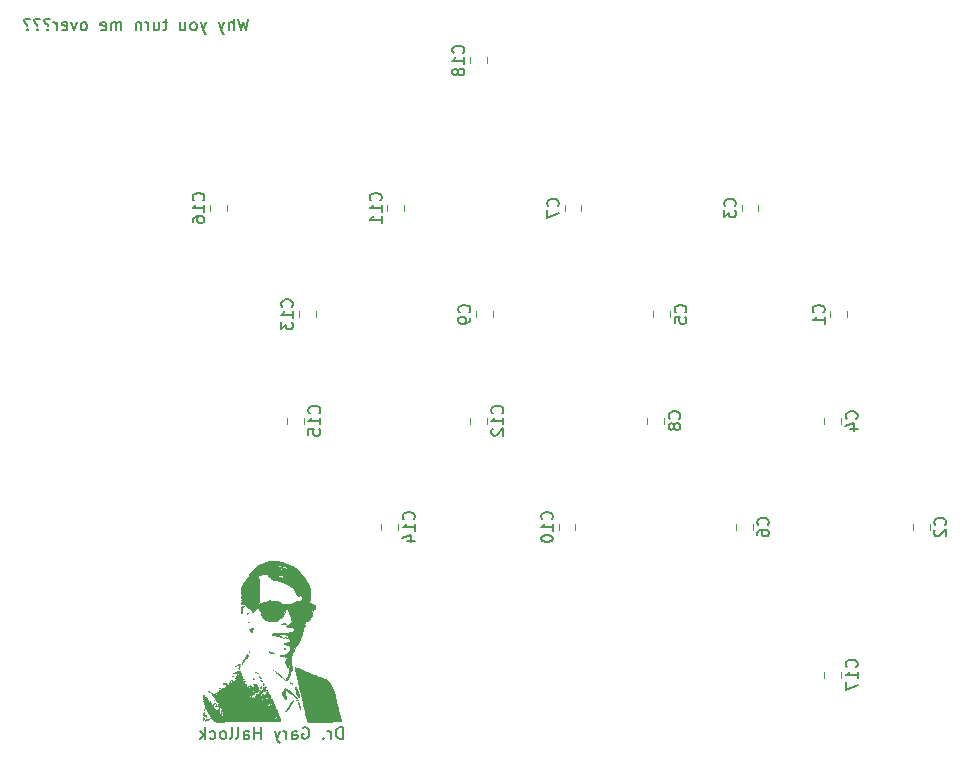
<source format=gbr>
G04 #@! TF.GenerationSoftware,KiCad,Pcbnew,(5.1.4)-1*
G04 #@! TF.CreationDate,2019-10-26T20:51:08-05:00*
G04 #@! TF.ProjectId,BPSMinionConnector,4250534d-696e-4696-9f6e-436f6e6e6563,rev?*
G04 #@! TF.SameCoordinates,Original*
G04 #@! TF.FileFunction,Legend,Bot*
G04 #@! TF.FilePolarity,Positive*
%FSLAX46Y46*%
G04 Gerber Fmt 4.6, Leading zero omitted, Abs format (unit mm)*
G04 Created by KiCad (PCBNEW (5.1.4)-1) date 2019-10-26 20:51:08*
%MOMM*%
%LPD*%
G04 APERTURE LIST*
%ADD10C,0.150000*%
%ADD11C,0.010000*%
%ADD12C,0.120000*%
G04 APERTURE END LIST*
D10*
X125023809Y-73452380D02*
X124785714Y-74452380D01*
X124595238Y-73738095D01*
X124404761Y-74452380D01*
X124166666Y-73452380D01*
X123785714Y-74452380D02*
X123785714Y-73452380D01*
X123357142Y-74452380D02*
X123357142Y-73928571D01*
X123404761Y-73833333D01*
X123500000Y-73785714D01*
X123642857Y-73785714D01*
X123738095Y-73833333D01*
X123785714Y-73880952D01*
X122976190Y-73785714D02*
X122738095Y-74452380D01*
X122500000Y-73785714D02*
X122738095Y-74452380D01*
X122833333Y-74690476D01*
X122880952Y-74738095D01*
X122976190Y-74785714D01*
X121452380Y-73785714D02*
X121214285Y-74452380D01*
X120976190Y-73785714D02*
X121214285Y-74452380D01*
X121309523Y-74690476D01*
X121357142Y-74738095D01*
X121452380Y-74785714D01*
X120452380Y-74452380D02*
X120547619Y-74404761D01*
X120595238Y-74357142D01*
X120642857Y-74261904D01*
X120642857Y-73976190D01*
X120595238Y-73880952D01*
X120547619Y-73833333D01*
X120452380Y-73785714D01*
X120309523Y-73785714D01*
X120214285Y-73833333D01*
X120166666Y-73880952D01*
X120119047Y-73976190D01*
X120119047Y-74261904D01*
X120166666Y-74357142D01*
X120214285Y-74404761D01*
X120309523Y-74452380D01*
X120452380Y-74452380D01*
X119261904Y-73785714D02*
X119261904Y-74452380D01*
X119690476Y-73785714D02*
X119690476Y-74309523D01*
X119642857Y-74404761D01*
X119547619Y-74452380D01*
X119404761Y-74452380D01*
X119309523Y-74404761D01*
X119261904Y-74357142D01*
X118166666Y-73785714D02*
X117785714Y-73785714D01*
X118023809Y-73452380D02*
X118023809Y-74309523D01*
X117976190Y-74404761D01*
X117880952Y-74452380D01*
X117785714Y-74452380D01*
X117023809Y-73785714D02*
X117023809Y-74452380D01*
X117452380Y-73785714D02*
X117452380Y-74309523D01*
X117404761Y-74404761D01*
X117309523Y-74452380D01*
X117166666Y-74452380D01*
X117071428Y-74404761D01*
X117023809Y-74357142D01*
X116547619Y-74452380D02*
X116547619Y-73785714D01*
X116547619Y-73976190D02*
X116500000Y-73880952D01*
X116452380Y-73833333D01*
X116357142Y-73785714D01*
X116261904Y-73785714D01*
X115928571Y-73785714D02*
X115928571Y-74452380D01*
X115928571Y-73880952D02*
X115880952Y-73833333D01*
X115785714Y-73785714D01*
X115642857Y-73785714D01*
X115547619Y-73833333D01*
X115500000Y-73928571D01*
X115500000Y-74452380D01*
X114261904Y-74452380D02*
X114261904Y-73785714D01*
X114261904Y-73880952D02*
X114214285Y-73833333D01*
X114119047Y-73785714D01*
X113976190Y-73785714D01*
X113880952Y-73833333D01*
X113833333Y-73928571D01*
X113833333Y-74452380D01*
X113833333Y-73928571D02*
X113785714Y-73833333D01*
X113690476Y-73785714D01*
X113547619Y-73785714D01*
X113452380Y-73833333D01*
X113404761Y-73928571D01*
X113404761Y-74452380D01*
X112547619Y-74404761D02*
X112642857Y-74452380D01*
X112833333Y-74452380D01*
X112928571Y-74404761D01*
X112976190Y-74309523D01*
X112976190Y-73928571D01*
X112928571Y-73833333D01*
X112833333Y-73785714D01*
X112642857Y-73785714D01*
X112547619Y-73833333D01*
X112500000Y-73928571D01*
X112500000Y-74023809D01*
X112976190Y-74119047D01*
X111166666Y-74452380D02*
X111261904Y-74404761D01*
X111309523Y-74357142D01*
X111357142Y-74261904D01*
X111357142Y-73976190D01*
X111309523Y-73880952D01*
X111261904Y-73833333D01*
X111166666Y-73785714D01*
X111023809Y-73785714D01*
X110928571Y-73833333D01*
X110880952Y-73880952D01*
X110833333Y-73976190D01*
X110833333Y-74261904D01*
X110880952Y-74357142D01*
X110928571Y-74404761D01*
X111023809Y-74452380D01*
X111166666Y-74452380D01*
X110500000Y-73785714D02*
X110261904Y-74452380D01*
X110023809Y-73785714D01*
X109261904Y-74404761D02*
X109357142Y-74452380D01*
X109547619Y-74452380D01*
X109642857Y-74404761D01*
X109690476Y-74309523D01*
X109690476Y-73928571D01*
X109642857Y-73833333D01*
X109547619Y-73785714D01*
X109357142Y-73785714D01*
X109261904Y-73833333D01*
X109214285Y-73928571D01*
X109214285Y-74023809D01*
X109690476Y-74119047D01*
X108785714Y-74452380D02*
X108785714Y-73785714D01*
X108785714Y-73976190D02*
X108738095Y-73880952D01*
X108690476Y-73833333D01*
X108595238Y-73785714D01*
X108500000Y-73785714D01*
X108023809Y-74357142D02*
X107976190Y-74404761D01*
X108023809Y-74452380D01*
X108071428Y-74404761D01*
X108023809Y-74357142D01*
X108023809Y-74452380D01*
X108214285Y-73500000D02*
X108119047Y-73452380D01*
X107880952Y-73452380D01*
X107785714Y-73500000D01*
X107738095Y-73595238D01*
X107738095Y-73690476D01*
X107785714Y-73785714D01*
X107833333Y-73833333D01*
X107928571Y-73880952D01*
X107976190Y-73928571D01*
X108023809Y-74023809D01*
X108023809Y-74071428D01*
X107166666Y-74357142D02*
X107119047Y-74404761D01*
X107166666Y-74452380D01*
X107214285Y-74404761D01*
X107166666Y-74357142D01*
X107166666Y-74452380D01*
X107357142Y-73500000D02*
X107261904Y-73452380D01*
X107023809Y-73452380D01*
X106928571Y-73500000D01*
X106880952Y-73595238D01*
X106880952Y-73690476D01*
X106928571Y-73785714D01*
X106976190Y-73833333D01*
X107071428Y-73880952D01*
X107119047Y-73928571D01*
X107166666Y-74023809D01*
X107166666Y-74071428D01*
X106309523Y-74357142D02*
X106261904Y-74404761D01*
X106309523Y-74452380D01*
X106357142Y-74404761D01*
X106309523Y-74357142D01*
X106309523Y-74452380D01*
X106500000Y-73500000D02*
X106404761Y-73452380D01*
X106166666Y-73452380D01*
X106071428Y-73500000D01*
X106023809Y-73595238D01*
X106023809Y-73690476D01*
X106071428Y-73785714D01*
X106119047Y-73833333D01*
X106214285Y-73880952D01*
X106261904Y-73928571D01*
X106309523Y-74023809D01*
X106309523Y-74071428D01*
X133000000Y-134452380D02*
X133000000Y-133452380D01*
X132761904Y-133452380D01*
X132619047Y-133500000D01*
X132523809Y-133595238D01*
X132476190Y-133690476D01*
X132428571Y-133880952D01*
X132428571Y-134023809D01*
X132476190Y-134214285D01*
X132523809Y-134309523D01*
X132619047Y-134404761D01*
X132761904Y-134452380D01*
X133000000Y-134452380D01*
X132000000Y-134452380D02*
X132000000Y-133785714D01*
X132000000Y-133976190D02*
X131952380Y-133880952D01*
X131904761Y-133833333D01*
X131809523Y-133785714D01*
X131714285Y-133785714D01*
X131380952Y-134357142D02*
X131333333Y-134404761D01*
X131380952Y-134452380D01*
X131428571Y-134404761D01*
X131380952Y-134357142D01*
X131380952Y-134452380D01*
X129619047Y-133500000D02*
X129714285Y-133452380D01*
X129857142Y-133452380D01*
X130000000Y-133500000D01*
X130095238Y-133595238D01*
X130142857Y-133690476D01*
X130190476Y-133880952D01*
X130190476Y-134023809D01*
X130142857Y-134214285D01*
X130095238Y-134309523D01*
X130000000Y-134404761D01*
X129857142Y-134452380D01*
X129761904Y-134452380D01*
X129619047Y-134404761D01*
X129571428Y-134357142D01*
X129571428Y-134023809D01*
X129761904Y-134023809D01*
X128714285Y-134452380D02*
X128714285Y-133928571D01*
X128761904Y-133833333D01*
X128857142Y-133785714D01*
X129047619Y-133785714D01*
X129142857Y-133833333D01*
X128714285Y-134404761D02*
X128809523Y-134452380D01*
X129047619Y-134452380D01*
X129142857Y-134404761D01*
X129190476Y-134309523D01*
X129190476Y-134214285D01*
X129142857Y-134119047D01*
X129047619Y-134071428D01*
X128809523Y-134071428D01*
X128714285Y-134023809D01*
X128238095Y-134452380D02*
X128238095Y-133785714D01*
X128238095Y-133976190D02*
X128190476Y-133880952D01*
X128142857Y-133833333D01*
X128047619Y-133785714D01*
X127952380Y-133785714D01*
X127714285Y-133785714D02*
X127476190Y-134452380D01*
X127238095Y-133785714D02*
X127476190Y-134452380D01*
X127571428Y-134690476D01*
X127619047Y-134738095D01*
X127714285Y-134785714D01*
X126095238Y-134452380D02*
X126095238Y-133452380D01*
X126095238Y-133928571D02*
X125523809Y-133928571D01*
X125523809Y-134452380D02*
X125523809Y-133452380D01*
X124619047Y-134452380D02*
X124619047Y-133928571D01*
X124666666Y-133833333D01*
X124761904Y-133785714D01*
X124952380Y-133785714D01*
X125047619Y-133833333D01*
X124619047Y-134404761D02*
X124714285Y-134452380D01*
X124952380Y-134452380D01*
X125047619Y-134404761D01*
X125095238Y-134309523D01*
X125095238Y-134214285D01*
X125047619Y-134119047D01*
X124952380Y-134071428D01*
X124714285Y-134071428D01*
X124619047Y-134023809D01*
X124000000Y-134452380D02*
X124095238Y-134404761D01*
X124142857Y-134309523D01*
X124142857Y-133452380D01*
X123476190Y-134452380D02*
X123571428Y-134404761D01*
X123619047Y-134309523D01*
X123619047Y-133452380D01*
X122952380Y-134452380D02*
X123047619Y-134404761D01*
X123095238Y-134357142D01*
X123142857Y-134261904D01*
X123142857Y-133976190D01*
X123095238Y-133880952D01*
X123047619Y-133833333D01*
X122952380Y-133785714D01*
X122809523Y-133785714D01*
X122714285Y-133833333D01*
X122666666Y-133880952D01*
X122619047Y-133976190D01*
X122619047Y-134261904D01*
X122666666Y-134357142D01*
X122714285Y-134404761D01*
X122809523Y-134452380D01*
X122952380Y-134452380D01*
X121761904Y-134404761D02*
X121857142Y-134452380D01*
X122047619Y-134452380D01*
X122142857Y-134404761D01*
X122190476Y-134357142D01*
X122238095Y-134261904D01*
X122238095Y-133976190D01*
X122190476Y-133880952D01*
X122142857Y-133833333D01*
X122047619Y-133785714D01*
X121857142Y-133785714D01*
X121761904Y-133833333D01*
X121333333Y-134452380D02*
X121333333Y-133452380D01*
X121238095Y-134071428D02*
X120952380Y-134452380D01*
X120952380Y-133785714D02*
X121333333Y-134166666D01*
D11*
G36*
X127971715Y-120103572D02*
G01*
X127989857Y-120121715D01*
X128008000Y-120103572D01*
X127989857Y-120085429D01*
X127971715Y-120103572D01*
X127971715Y-120103572D01*
G37*
X127971715Y-120103572D02*
X127989857Y-120121715D01*
X128008000Y-120103572D01*
X127989857Y-120085429D01*
X127971715Y-120103572D01*
G36*
X129398953Y-124633238D02*
G01*
X129403934Y-124654810D01*
X129423143Y-124657429D01*
X129453010Y-124644153D01*
X129447334Y-124633238D01*
X129404271Y-124628896D01*
X129398953Y-124633238D01*
X129398953Y-124633238D01*
G37*
X129398953Y-124633238D02*
X129403934Y-124654810D01*
X129423143Y-124657429D01*
X129453010Y-124644153D01*
X129447334Y-124633238D01*
X129404271Y-124628896D01*
X129398953Y-124633238D01*
G36*
X124487751Y-123203049D02*
G01*
X124428580Y-123297049D01*
X124396935Y-123444338D01*
X124393122Y-123576026D01*
X124402551Y-123720305D01*
X124419880Y-123792697D01*
X124445316Y-123793476D01*
X124479064Y-123722917D01*
X124486738Y-123700549D01*
X124510065Y-123562047D01*
X124503494Y-123438976D01*
X124493666Y-123342143D01*
X124518019Y-123280736D01*
X124564926Y-123237951D01*
X124651572Y-123171328D01*
X124570861Y-123170521D01*
X124487751Y-123203049D01*
X124487751Y-123203049D01*
G37*
X124487751Y-123203049D02*
X124428580Y-123297049D01*
X124396935Y-123444338D01*
X124393122Y-123576026D01*
X124402551Y-123720305D01*
X124419880Y-123792697D01*
X124445316Y-123793476D01*
X124479064Y-123722917D01*
X124486738Y-123700549D01*
X124510065Y-123562047D01*
X124503494Y-123438976D01*
X124493666Y-123342143D01*
X124518019Y-123280736D01*
X124564926Y-123237951D01*
X124651572Y-123171328D01*
X124570861Y-123170521D01*
X124487751Y-123203049D01*
G36*
X124905428Y-123800757D02*
G01*
X124887429Y-123822858D01*
X124894374Y-123856178D01*
X124896500Y-123856593D01*
X124932732Y-123842099D01*
X124978143Y-123822858D01*
X125027114Y-123799005D01*
X125007950Y-123790806D01*
X124969072Y-123789122D01*
X124905428Y-123800757D01*
X124905428Y-123800757D01*
G37*
X124905428Y-123800757D02*
X124887429Y-123822858D01*
X124894374Y-123856178D01*
X124896500Y-123856593D01*
X124932732Y-123842099D01*
X124978143Y-123822858D01*
X125027114Y-123799005D01*
X125007950Y-123790806D01*
X124969072Y-123789122D01*
X124905428Y-123800757D01*
G36*
X125006113Y-124526649D02*
G01*
X125016935Y-124543141D01*
X125053738Y-124545707D01*
X125092456Y-124536845D01*
X125075661Y-124523785D01*
X125018951Y-124519459D01*
X125006113Y-124526649D01*
X125006113Y-124526649D01*
G37*
X125006113Y-124526649D02*
X125016935Y-124543141D01*
X125053738Y-124545707D01*
X125092456Y-124536845D01*
X125075661Y-124523785D01*
X125018951Y-124519459D01*
X125006113Y-124526649D01*
G36*
X127958530Y-124665395D02*
G01*
X127849377Y-124704079D01*
X127844915Y-124707224D01*
X127817647Y-124732795D01*
X127830244Y-124747261D01*
X127893190Y-124753121D01*
X128016973Y-124752879D01*
X128035076Y-124752581D01*
X128165503Y-124748809D01*
X128232913Y-124741445D01*
X128246856Y-124727901D01*
X128216878Y-124705591D01*
X128214168Y-124704072D01*
X128091958Y-124665292D01*
X127958530Y-124665395D01*
X127958530Y-124665395D01*
G37*
X127958530Y-124665395D02*
X127849377Y-124704079D01*
X127844915Y-124707224D01*
X127817647Y-124732795D01*
X127830244Y-124747261D01*
X127893190Y-124753121D01*
X128016973Y-124752879D01*
X128035076Y-124752581D01*
X128165503Y-124748809D01*
X128232913Y-124741445D01*
X128246856Y-124727901D01*
X128216878Y-124705591D01*
X128214168Y-124704072D01*
X128091958Y-124665292D01*
X127958530Y-124665395D01*
G36*
X125233522Y-125065186D02*
G01*
X125156250Y-125110630D01*
X125109242Y-125162373D01*
X125105143Y-125179610D01*
X125125924Y-125238543D01*
X125175123Y-125315675D01*
X125233023Y-125384595D01*
X125279905Y-125418891D01*
X125284173Y-125419429D01*
X125299543Y-125389147D01*
X125295165Y-125327209D01*
X125293716Y-125258287D01*
X125326549Y-125245566D01*
X125366434Y-125224892D01*
X125388922Y-125163400D01*
X125387743Y-125091988D01*
X125366384Y-125049299D01*
X125312940Y-125040067D01*
X125233522Y-125065186D01*
X125233522Y-125065186D01*
G37*
X125233522Y-125065186D02*
X125156250Y-125110630D01*
X125109242Y-125162373D01*
X125105143Y-125179610D01*
X125125924Y-125238543D01*
X125175123Y-125315675D01*
X125233023Y-125384595D01*
X125279905Y-125418891D01*
X125284173Y-125419429D01*
X125299543Y-125389147D01*
X125295165Y-125327209D01*
X125293716Y-125258287D01*
X125326549Y-125245566D01*
X125366434Y-125224892D01*
X125388922Y-125163400D01*
X125387743Y-125091988D01*
X125366384Y-125049299D01*
X125312940Y-125040067D01*
X125233522Y-125065186D01*
G36*
X128119465Y-125825000D02*
G01*
X128145841Y-125850084D01*
X128153143Y-125854857D01*
X128219625Y-125886911D01*
X128251357Y-125881584D01*
X128243857Y-125854857D01*
X128192074Y-125823285D01*
X128160073Y-125819127D01*
X128119465Y-125825000D01*
X128119465Y-125825000D01*
G37*
X128119465Y-125825000D02*
X128145841Y-125850084D01*
X128153143Y-125854857D01*
X128219625Y-125886911D01*
X128251357Y-125881584D01*
X128243857Y-125854857D01*
X128192074Y-125823285D01*
X128160073Y-125819127D01*
X128119465Y-125825000D01*
G36*
X127947524Y-125903238D02*
G01*
X127952505Y-125924810D01*
X127971715Y-125927429D01*
X128001582Y-125914153D01*
X127995905Y-125903238D01*
X127952842Y-125898896D01*
X127947524Y-125903238D01*
X127947524Y-125903238D01*
G37*
X127947524Y-125903238D02*
X127952505Y-125924810D01*
X127971715Y-125927429D01*
X128001582Y-125914153D01*
X127995905Y-125903238D01*
X127952842Y-125898896D01*
X127947524Y-125903238D01*
G36*
X128096054Y-126724726D02*
G01*
X128080572Y-126734136D01*
X128024036Y-126779772D01*
X128008000Y-126807014D01*
X128035500Y-126831267D01*
X128091388Y-126829897D01*
X128128953Y-126810381D01*
X128151714Y-126755376D01*
X128153143Y-126737502D01*
X128141840Y-126707537D01*
X128096054Y-126724726D01*
X128096054Y-126724726D01*
G37*
X128096054Y-126724726D02*
X128080572Y-126734136D01*
X128024036Y-126779772D01*
X128008000Y-126807014D01*
X128035500Y-126831267D01*
X128091388Y-126829897D01*
X128128953Y-126810381D01*
X128151714Y-126755376D01*
X128153143Y-126737502D01*
X128141840Y-126707537D01*
X128096054Y-126724726D01*
G36*
X125068857Y-127034143D02*
G01*
X125087000Y-127052286D01*
X125105143Y-127034143D01*
X125087000Y-127016000D01*
X125068857Y-127034143D01*
X125068857Y-127034143D01*
G37*
X125068857Y-127034143D02*
X125087000Y-127052286D01*
X125105143Y-127034143D01*
X125087000Y-127016000D01*
X125068857Y-127034143D01*
G36*
X126772472Y-127023129D02*
G01*
X126761580Y-127048504D01*
X126800685Y-127088901D01*
X126871887Y-127133726D01*
X126957282Y-127172382D01*
X127038970Y-127194276D01*
X127064572Y-127196007D01*
X127155286Y-127194857D01*
X127064572Y-127143000D01*
X126976550Y-127103870D01*
X126913381Y-127089858D01*
X126853348Y-127067215D01*
X126838995Y-127046843D01*
X126799022Y-127019604D01*
X126772472Y-127023129D01*
X126772472Y-127023129D01*
G37*
X126772472Y-127023129D02*
X126761580Y-127048504D01*
X126800685Y-127088901D01*
X126871887Y-127133726D01*
X126957282Y-127172382D01*
X127038970Y-127194276D01*
X127064572Y-127196007D01*
X127155286Y-127194857D01*
X127064572Y-127143000D01*
X126976550Y-127103870D01*
X126913381Y-127089858D01*
X126853348Y-127067215D01*
X126838995Y-127046843D01*
X126799022Y-127019604D01*
X126772472Y-127023129D01*
G36*
X124960000Y-127397000D02*
G01*
X124978143Y-127415143D01*
X124996286Y-127397000D01*
X124978143Y-127378857D01*
X124960000Y-127397000D01*
X124960000Y-127397000D01*
G37*
X124960000Y-127397000D02*
X124978143Y-127415143D01*
X124996286Y-127397000D01*
X124978143Y-127378857D01*
X124960000Y-127397000D01*
G36*
X124906727Y-127269041D02*
G01*
X124860304Y-127324761D01*
X124851143Y-127353229D01*
X124828885Y-127407804D01*
X124793452Y-127455034D01*
X124755378Y-127530256D01*
X124775107Y-127585930D01*
X124840413Y-127602593D01*
X124879945Y-127592737D01*
X124937474Y-127559019D01*
X124934601Y-127509479D01*
X124925297Y-127490672D01*
X124906902Y-127390653D01*
X124924865Y-127321402D01*
X124946402Y-127256436D01*
X124935269Y-127247691D01*
X124906727Y-127269041D01*
X124906727Y-127269041D01*
G37*
X124906727Y-127269041D02*
X124860304Y-127324761D01*
X124851143Y-127353229D01*
X124828885Y-127407804D01*
X124793452Y-127455034D01*
X124755378Y-127530256D01*
X124775107Y-127585930D01*
X124840413Y-127602593D01*
X124879945Y-127592737D01*
X124937474Y-127559019D01*
X124934601Y-127509479D01*
X124925297Y-127490672D01*
X124906902Y-127390653D01*
X124924865Y-127321402D01*
X124946402Y-127256436D01*
X124935269Y-127247691D01*
X124906727Y-127269041D01*
G36*
X124647360Y-127675947D02*
G01*
X124608584Y-127741381D01*
X124608210Y-127783508D01*
X124628686Y-127807673D01*
X124634861Y-127796143D01*
X124638188Y-127736153D01*
X124637726Y-127732643D01*
X124660826Y-127706286D01*
X124669714Y-127705429D01*
X124703658Y-127676904D01*
X124706000Y-127661368D01*
X124687593Y-127644780D01*
X124647360Y-127675947D01*
X124647360Y-127675947D01*
G37*
X124647360Y-127675947D02*
X124608584Y-127741381D01*
X124608210Y-127783508D01*
X124628686Y-127807673D01*
X124634861Y-127796143D01*
X124638188Y-127736153D01*
X124637726Y-127732643D01*
X124660826Y-127706286D01*
X124669714Y-127705429D01*
X124703658Y-127676904D01*
X124706000Y-127661368D01*
X124687593Y-127644780D01*
X124647360Y-127675947D01*
G36*
X124530178Y-127865250D02*
G01*
X124491224Y-127901786D01*
X124499215Y-127922790D01*
X124504287Y-127923143D01*
X124534978Y-127897370D01*
X124546179Y-127881251D01*
X124550456Y-127856421D01*
X124530178Y-127865250D01*
X124530178Y-127865250D01*
G37*
X124530178Y-127865250D02*
X124491224Y-127901786D01*
X124499215Y-127922790D01*
X124504287Y-127923143D01*
X124534978Y-127897370D01*
X124546179Y-127881251D01*
X124550456Y-127856421D01*
X124530178Y-127865250D01*
G36*
X124452000Y-127977572D02*
G01*
X124470143Y-127995715D01*
X124488286Y-127977572D01*
X124470143Y-127959429D01*
X124452000Y-127977572D01*
X124452000Y-127977572D01*
G37*
X124452000Y-127977572D02*
X124470143Y-127995715D01*
X124488286Y-127977572D01*
X124470143Y-127959429D01*
X124452000Y-127977572D01*
G36*
X124452000Y-128122715D02*
G01*
X124470143Y-128140858D01*
X124488286Y-128122715D01*
X124470143Y-128104572D01*
X124452000Y-128122715D01*
X124452000Y-128122715D01*
G37*
X124452000Y-128122715D02*
X124470143Y-128140858D01*
X124488286Y-128122715D01*
X124470143Y-128104572D01*
X124452000Y-128122715D01*
G36*
X123907714Y-128267858D02*
G01*
X123925857Y-128286000D01*
X123944000Y-128267858D01*
X123925857Y-128249715D01*
X123907714Y-128267858D01*
X123907714Y-128267858D01*
G37*
X123907714Y-128267858D02*
X123925857Y-128286000D01*
X123944000Y-128267858D01*
X123925857Y-128249715D01*
X123907714Y-128267858D01*
G36*
X124199639Y-128091057D02*
G01*
X124120377Y-128141055D01*
X124034714Y-128213825D01*
X124130036Y-128179937D01*
X124198662Y-128162891D01*
X124220812Y-128184267D01*
X124220750Y-128203048D01*
X124245595Y-128261711D01*
X124270572Y-128275786D01*
X124306088Y-128282813D01*
X124279640Y-128260026D01*
X124272014Y-128254692D01*
X124240678Y-128219941D01*
X124259204Y-128175359D01*
X124286710Y-128143073D01*
X124331724Y-128089343D01*
X124325816Y-128070521D01*
X124280215Y-128068286D01*
X124199639Y-128091057D01*
X124199639Y-128091057D01*
G37*
X124199639Y-128091057D02*
X124120377Y-128141055D01*
X124034714Y-128213825D01*
X124130036Y-128179937D01*
X124198662Y-128162891D01*
X124220812Y-128184267D01*
X124220750Y-128203048D01*
X124245595Y-128261711D01*
X124270572Y-128275786D01*
X124306088Y-128282813D01*
X124279640Y-128260026D01*
X124272014Y-128254692D01*
X124240678Y-128219941D01*
X124259204Y-128175359D01*
X124286710Y-128143073D01*
X124331724Y-128089343D01*
X124325816Y-128070521D01*
X124280215Y-128068286D01*
X124199639Y-128091057D01*
G36*
X124198000Y-128376715D02*
G01*
X124163384Y-128409321D01*
X124161714Y-128415142D01*
X124189788Y-128430727D01*
X124198000Y-128431143D01*
X124232892Y-128403248D01*
X124234286Y-128392716D01*
X124212056Y-128371045D01*
X124198000Y-128376715D01*
X124198000Y-128376715D01*
G37*
X124198000Y-128376715D02*
X124163384Y-128409321D01*
X124161714Y-128415142D01*
X124189788Y-128430727D01*
X124198000Y-128431143D01*
X124232892Y-128403248D01*
X124234286Y-128392716D01*
X124212056Y-128371045D01*
X124198000Y-128376715D01*
G36*
X124210095Y-128515810D02*
G01*
X124205753Y-128558873D01*
X124210095Y-128564191D01*
X124231667Y-128559210D01*
X124234286Y-128540000D01*
X124221010Y-128510133D01*
X124210095Y-128515810D01*
X124210095Y-128515810D01*
G37*
X124210095Y-128515810D02*
X124205753Y-128558873D01*
X124210095Y-128564191D01*
X124231667Y-128559210D01*
X124234286Y-128540000D01*
X124221010Y-128510133D01*
X124210095Y-128515810D01*
G36*
X127100857Y-128594429D02*
G01*
X127119000Y-128612572D01*
X127137143Y-128594429D01*
X127119000Y-128576286D01*
X127100857Y-128594429D01*
X127100857Y-128594429D01*
G37*
X127100857Y-128594429D02*
X127119000Y-128612572D01*
X127137143Y-128594429D01*
X127119000Y-128576286D01*
X127100857Y-128594429D01*
G36*
X125567786Y-128769969D02*
G01*
X125563228Y-128783213D01*
X125613143Y-128788271D01*
X125664655Y-128782569D01*
X125658500Y-128769969D01*
X125584211Y-128765176D01*
X125567786Y-128769969D01*
X125567786Y-128769969D01*
G37*
X125567786Y-128769969D02*
X125563228Y-128783213D01*
X125613143Y-128788271D01*
X125664655Y-128782569D01*
X125658500Y-128769969D01*
X125584211Y-128765176D01*
X125567786Y-128769969D01*
G36*
X127257388Y-128704209D02*
G01*
X127277657Y-128730500D01*
X127330620Y-128786913D01*
X127354262Y-128786668D01*
X127354857Y-128780300D01*
X127330061Y-128750011D01*
X127291357Y-128716800D01*
X127248377Y-128685419D01*
X127257388Y-128704209D01*
X127257388Y-128704209D01*
G37*
X127257388Y-128704209D02*
X127277657Y-128730500D01*
X127330620Y-128786913D01*
X127354262Y-128786668D01*
X127354857Y-128780300D01*
X127330061Y-128750011D01*
X127291357Y-128716800D01*
X127248377Y-128685419D01*
X127257388Y-128704209D01*
G36*
X123699828Y-128844649D02*
G01*
X123710649Y-128861141D01*
X123747453Y-128863707D01*
X123786171Y-128854845D01*
X123769375Y-128841785D01*
X123712665Y-128837459D01*
X123699828Y-128844649D01*
X123699828Y-128844649D01*
G37*
X123699828Y-128844649D02*
X123710649Y-128861141D01*
X123747453Y-128863707D01*
X123786171Y-128854845D01*
X123769375Y-128841785D01*
X123712665Y-128837459D01*
X123699828Y-128844649D01*
G36*
X125758286Y-128848429D02*
G01*
X125776429Y-128866572D01*
X125794572Y-128848429D01*
X125776429Y-128830286D01*
X125758286Y-128848429D01*
X125758286Y-128848429D01*
G37*
X125758286Y-128848429D02*
X125776429Y-128866572D01*
X125794572Y-128848429D01*
X125776429Y-128830286D01*
X125758286Y-128848429D01*
G36*
X123653714Y-129138715D02*
G01*
X123671857Y-129156858D01*
X123690000Y-129138715D01*
X123671857Y-129120572D01*
X123653714Y-129138715D01*
X123653714Y-129138715D01*
G37*
X123653714Y-129138715D02*
X123671857Y-129156858D01*
X123690000Y-129138715D01*
X123671857Y-129120572D01*
X123653714Y-129138715D01*
G36*
X125909445Y-129164621D02*
G01*
X125903429Y-129171118D01*
X125931803Y-129194515D01*
X125957857Y-129206265D01*
X126004581Y-129207019D01*
X126012286Y-129192004D01*
X125982879Y-129160817D01*
X125957857Y-129156858D01*
X125909445Y-129164621D01*
X125909445Y-129164621D01*
G37*
X125909445Y-129164621D02*
X125903429Y-129171118D01*
X125931803Y-129194515D01*
X125957857Y-129206265D01*
X126004581Y-129207019D01*
X126012286Y-129192004D01*
X125982879Y-129160817D01*
X125957857Y-129156858D01*
X125909445Y-129164621D01*
G36*
X125395429Y-129320143D02*
G01*
X125413572Y-129338286D01*
X125431715Y-129320143D01*
X125413572Y-129302000D01*
X125395429Y-129320143D01*
X125395429Y-129320143D01*
G37*
X125395429Y-129320143D02*
X125413572Y-129338286D01*
X125431715Y-129320143D01*
X125413572Y-129302000D01*
X125395429Y-129320143D01*
G36*
X126009779Y-129285407D02*
G01*
X125978091Y-129315192D01*
X126015425Y-129325975D01*
X126028833Y-129326191D01*
X126065224Y-129310178D01*
X126062611Y-129295361D01*
X126020537Y-129280642D01*
X126009779Y-129285407D01*
X126009779Y-129285407D01*
G37*
X126009779Y-129285407D02*
X125978091Y-129315192D01*
X126015425Y-129325975D01*
X126028833Y-129326191D01*
X126065224Y-129310178D01*
X126062611Y-129295361D01*
X126020537Y-129280642D01*
X126009779Y-129285407D01*
G36*
X127395674Y-128824188D02*
G01*
X127440871Y-128881695D01*
X127531368Y-128971474D01*
X127596197Y-129030168D01*
X127713378Y-129130152D01*
X127829463Y-129223312D01*
X127931634Y-129300098D01*
X128007076Y-129350961D01*
X128042969Y-129366351D01*
X128044286Y-129364023D01*
X128021677Y-129332734D01*
X127962457Y-129263495D01*
X127881000Y-129173005D01*
X127799288Y-129087340D01*
X127740723Y-129032307D01*
X127717726Y-129019558D01*
X127717715Y-129019844D01*
X127694770Y-129014276D01*
X127637704Y-128969855D01*
X127617929Y-128952009D01*
X127533802Y-128880564D01*
X127460870Y-128828964D01*
X127454643Y-128825465D01*
X127399142Y-128803821D01*
X127395674Y-128824188D01*
X127395674Y-128824188D01*
G37*
X127395674Y-128824188D02*
X127440871Y-128881695D01*
X127531368Y-128971474D01*
X127596197Y-129030168D01*
X127713378Y-129130152D01*
X127829463Y-129223312D01*
X127931634Y-129300098D01*
X128007076Y-129350961D01*
X128042969Y-129366351D01*
X128044286Y-129364023D01*
X128021677Y-129332734D01*
X127962457Y-129263495D01*
X127881000Y-129173005D01*
X127799288Y-129087340D01*
X127740723Y-129032307D01*
X127717726Y-129019558D01*
X127717715Y-129019844D01*
X127694770Y-129014276D01*
X127637704Y-128969855D01*
X127617929Y-128952009D01*
X127533802Y-128880564D01*
X127460870Y-128828964D01*
X127454643Y-128825465D01*
X127399142Y-128803821D01*
X127395674Y-128824188D01*
G36*
X124598197Y-129365899D02*
G01*
X124597143Y-129374572D01*
X124624756Y-129409803D01*
X124633429Y-129410858D01*
X124668660Y-129383245D01*
X124669714Y-129374572D01*
X124642102Y-129339340D01*
X124633429Y-129338286D01*
X124598197Y-129365899D01*
X124598197Y-129365899D01*
G37*
X124598197Y-129365899D02*
X124597143Y-129374572D01*
X124624756Y-129409803D01*
X124633429Y-129410858D01*
X124668660Y-129383245D01*
X124669714Y-129374572D01*
X124642102Y-129339340D01*
X124633429Y-129338286D01*
X124598197Y-129365899D01*
G36*
X125407524Y-129386667D02*
G01*
X125412505Y-129408239D01*
X125431715Y-129410858D01*
X125461582Y-129397581D01*
X125455905Y-129386667D01*
X125412842Y-129382324D01*
X125407524Y-129386667D01*
X125407524Y-129386667D01*
G37*
X125407524Y-129386667D02*
X125412505Y-129408239D01*
X125431715Y-129410858D01*
X125461582Y-129397581D01*
X125455905Y-129386667D01*
X125412842Y-129382324D01*
X125407524Y-129386667D01*
G36*
X126012286Y-129465286D02*
G01*
X126030429Y-129483429D01*
X126048572Y-129465286D01*
X126030429Y-129447143D01*
X126012286Y-129465286D01*
X126012286Y-129465286D01*
G37*
X126012286Y-129465286D02*
X126030429Y-129483429D01*
X126048572Y-129465286D01*
X126030429Y-129447143D01*
X126012286Y-129465286D01*
G36*
X126732141Y-119398888D02*
G01*
X126523549Y-119450575D01*
X126306824Y-119523009D01*
X126100515Y-119611561D01*
X126092756Y-119615365D01*
X125842291Y-119761230D01*
X125606182Y-119940519D01*
X125397265Y-120140518D01*
X125228377Y-120348513D01*
X125112355Y-120551790D01*
X125090405Y-120608115D01*
X125046303Y-120690818D01*
X124964893Y-120805539D01*
X124860322Y-120933119D01*
X124805672Y-120993710D01*
X124653446Y-121164668D01*
X124544939Y-121311665D01*
X124470933Y-121455560D01*
X124422209Y-121617208D01*
X124389547Y-121817466D01*
X124373120Y-121972286D01*
X124371338Y-122051731D01*
X124373713Y-122112800D01*
X124386089Y-122170777D01*
X124418403Y-122166030D01*
X124428339Y-122158294D01*
X124463124Y-122143365D01*
X124477934Y-122184685D01*
X124480341Y-122226423D01*
X124473409Y-122302751D01*
X124452398Y-122335135D01*
X124452000Y-122335143D01*
X124430695Y-122366587D01*
X124423612Y-122442177D01*
X124437339Y-122515318D01*
X124466152Y-122542028D01*
X124466542Y-122541963D01*
X124498700Y-122565885D01*
X124506429Y-122607286D01*
X124486039Y-122662906D01*
X124454929Y-122668739D01*
X124422575Y-122670067D01*
X124445500Y-122708299D01*
X124447620Y-122710865D01*
X124470980Y-122766315D01*
X124453762Y-122787626D01*
X124426329Y-122837539D01*
X124415714Y-122917856D01*
X124424656Y-122992939D01*
X124466775Y-123021053D01*
X124526957Y-123024572D01*
X124634194Y-123036931D01*
X124738289Y-123080453D01*
X124858125Y-123164799D01*
X124944692Y-123238365D01*
X125048063Y-123326726D01*
X125145144Y-123404742D01*
X125183917Y-123433585D01*
X125268106Y-123511462D01*
X125322315Y-123585987D01*
X125369467Y-123674090D01*
X125518519Y-123591398D01*
X125623275Y-123516646D01*
X125676334Y-123442004D01*
X125679167Y-123429925D01*
X125715569Y-123364528D01*
X125770879Y-123351143D01*
X125879280Y-123373668D01*
X125962571Y-123446659D01*
X126027494Y-123578239D01*
X126064526Y-123705070D01*
X126108371Y-123856306D01*
X126161595Y-124001514D01*
X126205015Y-124094453D01*
X126343906Y-124270701D01*
X126531857Y-124398293D01*
X126761880Y-124474674D01*
X127026991Y-124497291D01*
X127250387Y-124476505D01*
X127388255Y-124451374D01*
X127483868Y-124421843D01*
X127562486Y-124374326D01*
X127649370Y-124295238D01*
X127717715Y-124225174D01*
X127826472Y-124102871D01*
X127915285Y-123977630D01*
X127995977Y-123829484D01*
X128080374Y-123638466D01*
X128113087Y-123557507D01*
X128154394Y-123485830D01*
X128217382Y-123464300D01*
X128268375Y-123466792D01*
X128325840Y-123476692D01*
X128367363Y-123502320D01*
X128403038Y-123557997D01*
X128442953Y-123658041D01*
X128480943Y-123768429D01*
X128538785Y-123934978D01*
X128600217Y-124103942D01*
X128652897Y-124241452D01*
X128657591Y-124253113D01*
X128736381Y-124447511D01*
X128642487Y-124570613D01*
X128574030Y-124646979D01*
X128515543Y-124690133D01*
X128501563Y-124693715D01*
X128442258Y-124715876D01*
X128370857Y-124766286D01*
X128302202Y-124817876D01*
X128256448Y-124838857D01*
X128224103Y-124854055D01*
X128248601Y-124893133D01*
X128322489Y-124946316D01*
X128350407Y-124962077D01*
X128485469Y-125009655D01*
X128605993Y-125004673D01*
X128747148Y-124992790D01*
X128835859Y-125023728D01*
X128881004Y-125101496D01*
X128886960Y-125131617D01*
X128880882Y-125232452D01*
X128827658Y-125314909D01*
X128723409Y-125380061D01*
X128564252Y-125428982D01*
X128346308Y-125462746D01*
X128065695Y-125482425D01*
X127718533Y-125489094D01*
X127596283Y-125488684D01*
X127381247Y-125489493D01*
X127207661Y-125495165D01*
X127085351Y-125505143D01*
X127024149Y-125518868D01*
X127020687Y-125521371D01*
X127001610Y-125576225D01*
X127032421Y-125619134D01*
X127088822Y-125621678D01*
X127152199Y-125623341D01*
X127249686Y-125651426D01*
X127293795Y-125669524D01*
X127420184Y-125718906D01*
X127545407Y-125756691D01*
X127572572Y-125762743D01*
X127677554Y-125784869D01*
X127759524Y-125804599D01*
X127763072Y-125805583D01*
X127822086Y-125813619D01*
X127828513Y-125795371D01*
X127791899Y-125762049D01*
X127721792Y-125724864D01*
X127681429Y-125709715D01*
X127591963Y-125674284D01*
X127540878Y-125642611D01*
X127536286Y-125634218D01*
X127569011Y-125603076D01*
X127653496Y-125579657D01*
X127769205Y-125565366D01*
X127895602Y-125561608D01*
X128012151Y-125569788D01*
X128098316Y-125591311D01*
X128106338Y-125595228D01*
X128207826Y-125629434D01*
X128273315Y-125637143D01*
X128366057Y-125658291D01*
X128415688Y-125711147D01*
X128407851Y-125779828D01*
X128405623Y-125783503D01*
X128374165Y-125850238D01*
X128397815Y-125872103D01*
X128452500Y-125863311D01*
X128508692Y-125853375D01*
X128503945Y-125877786D01*
X128481413Y-125906523D01*
X128448847Y-125954082D01*
X128471455Y-125965331D01*
X128499556Y-125963066D01*
X128606149Y-125957357D01*
X128646404Y-125972535D01*
X128624170Y-126011037D01*
X128603932Y-126029146D01*
X128552044Y-126087364D01*
X128540123Y-126127724D01*
X128520351Y-126166258D01*
X128458718Y-126205458D01*
X128384489Y-126231585D01*
X128326929Y-126230900D01*
X128323868Y-126229242D01*
X128304949Y-126229862D01*
X128316215Y-126253655D01*
X128320918Y-126284666D01*
X128270068Y-126285960D01*
X128245194Y-126281661D01*
X128137184Y-126283126D01*
X128058660Y-126307322D01*
X128000191Y-126343502D01*
X128001938Y-126374987D01*
X128035503Y-126407484D01*
X128109380Y-126446404D01*
X128220248Y-126478696D01*
X128266172Y-126486907D01*
X128381339Y-126511036D01*
X128473016Y-126543263D01*
X128495159Y-126555969D01*
X128551858Y-126638463D01*
X128556350Y-126754770D01*
X128512417Y-126892529D01*
X128423840Y-127039378D01*
X128306972Y-127171117D01*
X128192596Y-127243953D01*
X128024607Y-127302875D01*
X127821505Y-127342115D01*
X127728382Y-127351473D01*
X127687600Y-127363027D01*
X127705984Y-127383204D01*
X127771506Y-127406562D01*
X127872137Y-127427659D01*
X127908255Y-127432847D01*
X128070012Y-127461955D01*
X128197893Y-127501027D01*
X128277969Y-127544860D01*
X128298286Y-127578504D01*
X128282323Y-127629288D01*
X128241427Y-127719448D01*
X128207764Y-127785338D01*
X128156629Y-127898323D01*
X128146284Y-127965791D01*
X128154811Y-127978603D01*
X128176739Y-128027633D01*
X128171475Y-128067691D01*
X128183396Y-128146087D01*
X128257376Y-128250476D01*
X128260713Y-128254153D01*
X128327852Y-128324038D01*
X128360392Y-128343177D01*
X128370424Y-128316382D01*
X128370857Y-128297969D01*
X128394609Y-128226480D01*
X128427586Y-128199425D01*
X128465865Y-128164598D01*
X128463280Y-128143621D01*
X128468879Y-128097529D01*
X128484862Y-128083247D01*
X128506087Y-128099359D01*
X128515246Y-128172194D01*
X128513657Y-128287150D01*
X128502637Y-128429622D01*
X128483504Y-128585008D01*
X128457575Y-128738704D01*
X128426169Y-128876107D01*
X128407817Y-128937142D01*
X128352735Y-129077890D01*
X128288985Y-129208097D01*
X128241706Y-129283453D01*
X128172692Y-129388345D01*
X128159491Y-129452343D01*
X128201984Y-129480793D01*
X128237231Y-129483429D01*
X128288607Y-129472437D01*
X128327883Y-129429040D01*
X128366265Y-129337602D01*
X128386806Y-129274786D01*
X128438343Y-129132004D01*
X128508773Y-128963552D01*
X128577744Y-128816396D01*
X128642085Y-128682424D01*
X128677412Y-128583349D01*
X128689757Y-128490519D01*
X128685151Y-128375282D01*
X128680854Y-128326539D01*
X128670930Y-128183257D01*
X128662769Y-127997273D01*
X128657536Y-127798455D01*
X128656337Y-127696615D01*
X128657330Y-127513614D01*
X128664341Y-127385825D01*
X128679801Y-127295980D01*
X128706140Y-127226808D01*
X128727821Y-127188615D01*
X128799594Y-127067977D01*
X128894779Y-126900309D01*
X129003789Y-126703219D01*
X129117039Y-126494314D01*
X129224946Y-126291202D01*
X129317924Y-126111490D01*
X129360632Y-126026141D01*
X129423260Y-125881746D01*
X129484268Y-125711781D01*
X129539170Y-125532908D01*
X129583480Y-125361788D01*
X129612712Y-125215083D01*
X129613271Y-125208972D01*
X129459429Y-125208972D01*
X129438682Y-125237399D01*
X129386078Y-125214910D01*
X129332429Y-125165429D01*
X129292221Y-125112544D01*
X129304635Y-125093804D01*
X129319548Y-125092857D01*
X129388927Y-125117209D01*
X129445699Y-125171084D01*
X129459429Y-125208972D01*
X129613271Y-125208972D01*
X129622380Y-125109455D01*
X129617168Y-125073345D01*
X129631271Y-125022355D01*
X129690685Y-124965546D01*
X129692440Y-124964385D01*
X129712430Y-124947715D01*
X129604572Y-124947715D01*
X129576959Y-124982946D01*
X129568286Y-124984000D01*
X129533055Y-124956388D01*
X129532000Y-124947715D01*
X129559613Y-124912483D01*
X129568286Y-124911429D01*
X129603517Y-124939041D01*
X129604572Y-124947715D01*
X129712430Y-124947715D01*
X129747686Y-124918316D01*
X129782980Y-124872958D01*
X129789243Y-124845334D01*
X129757398Y-124852466D01*
X129749715Y-124857000D01*
X129718973Y-124848384D01*
X129713429Y-124820715D01*
X129716341Y-124814667D01*
X129592476Y-124814667D01*
X129587495Y-124836239D01*
X129568286Y-124838857D01*
X129538419Y-124825581D01*
X129544095Y-124814667D01*
X129587158Y-124810324D01*
X129592476Y-124814667D01*
X129716341Y-124814667D01*
X129732347Y-124781425D01*
X129758786Y-124787611D01*
X129785487Y-124797557D01*
X129762372Y-124767939D01*
X129693013Y-124740046D01*
X129599087Y-124751319D01*
X129499885Y-124768799D01*
X129425688Y-124771963D01*
X129423143Y-124771619D01*
X129387404Y-124770240D01*
X129414474Y-124793934D01*
X129422092Y-124799086D01*
X129456356Y-124839714D01*
X129452455Y-124857927D01*
X129409968Y-124855878D01*
X129336943Y-124820221D01*
X129328054Y-124814543D01*
X129226668Y-124748143D01*
X129530803Y-124711857D01*
X129687375Y-124688124D01*
X129797204Y-124660968D01*
X129848161Y-124633491D01*
X129849779Y-124630215D01*
X129845020Y-124609024D01*
X129630914Y-124609024D01*
X129616384Y-124649540D01*
X129538460Y-124675545D01*
X129393308Y-124688208D01*
X129368714Y-124688950D01*
X129281603Y-124686434D01*
X129261925Y-124671776D01*
X129277127Y-124658737D01*
X129304398Y-124629379D01*
X129271428Y-124601454D01*
X129240841Y-124587976D01*
X129205120Y-124568680D01*
X129222185Y-124558774D01*
X129299452Y-124556750D01*
X129383977Y-124558898D01*
X129517404Y-124569648D01*
X129604725Y-124589696D01*
X129630914Y-124609024D01*
X129845020Y-124609024D01*
X129840556Y-124589154D01*
X129825310Y-124584857D01*
X129787668Y-124559008D01*
X129786000Y-124548572D01*
X129814963Y-124515449D01*
X129834854Y-124512286D01*
X129929196Y-124487785D01*
X130045409Y-124424568D01*
X130157038Y-124338061D01*
X130190221Y-124305040D01*
X130230259Y-124255167D01*
X130270769Y-124187682D01*
X130316389Y-124092120D01*
X130371757Y-123958015D01*
X130441513Y-123774902D01*
X130519391Y-123562409D01*
X130571588Y-123464985D01*
X130623887Y-123402571D01*
X130680452Y-123304379D01*
X130693143Y-123202852D01*
X130693143Y-123065808D01*
X130420873Y-123005233D01*
X130288888Y-122972848D01*
X130186972Y-122942180D01*
X130133866Y-122918999D01*
X130130828Y-122915899D01*
X130132599Y-122867380D01*
X130158499Y-122780715D01*
X130171716Y-122747212D01*
X130205060Y-122619752D01*
X130206475Y-122607290D01*
X129615762Y-122607290D01*
X129580022Y-122639574D01*
X129489019Y-122686262D01*
X129369541Y-122732281D01*
X129245332Y-122770343D01*
X129140134Y-122793161D01*
X129078109Y-122793613D01*
X129031385Y-122789026D01*
X129024000Y-122799683D01*
X128991629Y-122840791D01*
X128906624Y-122890383D01*
X128787149Y-122940994D01*
X128651367Y-122985162D01*
X128517443Y-123015420D01*
X128488786Y-123019631D01*
X128359513Y-123028652D01*
X128208433Y-123027969D01*
X128055685Y-123019112D01*
X127921411Y-123003612D01*
X127825750Y-122982999D01*
X127792938Y-122966747D01*
X127772358Y-122914783D01*
X127772143Y-122909317D01*
X127738158Y-122868600D01*
X127645334Y-122829154D01*
X127507365Y-122794557D01*
X127337946Y-122768388D01*
X127184163Y-122755677D01*
X127042207Y-122746363D01*
X126928115Y-122734916D01*
X126861404Y-122723421D01*
X126853736Y-122720395D01*
X126805318Y-122723691D01*
X126715759Y-122753754D01*
X126643430Y-122785682D01*
X126521147Y-122834858D01*
X126358942Y-122887268D01*
X126188250Y-122932930D01*
X126157429Y-122940025D01*
X126004432Y-122976835D01*
X125909962Y-123007878D01*
X125860912Y-123039013D01*
X125844176Y-123076099D01*
X125843786Y-123080211D01*
X125837420Y-123163693D01*
X125834714Y-123196929D01*
X125809656Y-123238463D01*
X125771752Y-123230979D01*
X125758286Y-123193262D01*
X125761477Y-123181810D01*
X125383334Y-123181810D01*
X125378353Y-123203382D01*
X125359143Y-123206000D01*
X125329276Y-123192724D01*
X125334953Y-123181810D01*
X125378015Y-123177467D01*
X125383334Y-123181810D01*
X125761477Y-123181810D01*
X125774431Y-123135323D01*
X125815842Y-123039656D01*
X125850891Y-122970072D01*
X125903551Y-122853010D01*
X125928629Y-122770156D01*
X125231886Y-122770156D01*
X125226046Y-122790776D01*
X125197742Y-122784417D01*
X125148720Y-122788009D01*
X125139908Y-122812047D01*
X125124885Y-122811284D01*
X125090198Y-122766762D01*
X125048812Y-122699541D01*
X125032013Y-122666601D01*
X124921164Y-122666601D01*
X124921151Y-122673378D01*
X124918588Y-122788715D01*
X124847822Y-122629211D01*
X124809350Y-122533558D01*
X124790830Y-122469069D01*
X124791636Y-122455126D01*
X124827807Y-122457708D01*
X124870111Y-122508407D01*
X124905560Y-122585334D01*
X124921164Y-122666601D01*
X125032013Y-122666601D01*
X125013694Y-122630684D01*
X124997809Y-122581254D01*
X124997807Y-122581211D01*
X125023334Y-122569056D01*
X125050714Y-122576021D01*
X125096607Y-122625505D01*
X125105143Y-122665597D01*
X125127992Y-122722284D01*
X125157430Y-122734286D01*
X125219031Y-122756131D01*
X125231886Y-122770156D01*
X125928629Y-122770156D01*
X125935892Y-122746164D01*
X125941007Y-122701596D01*
X125938057Y-122596684D01*
X125933301Y-122435422D01*
X125929729Y-122316749D01*
X125132300Y-122316749D01*
X125120694Y-122386980D01*
X125097696Y-122450905D01*
X125078285Y-122465523D01*
X125072803Y-122420925D01*
X125077983Y-122389572D01*
X124851143Y-122389572D01*
X124833000Y-122407715D01*
X124814857Y-122389572D01*
X124833000Y-122371429D01*
X124851143Y-122389572D01*
X125077983Y-122389572D01*
X125084408Y-122350694D01*
X125107406Y-122286769D01*
X125126818Y-122272151D01*
X125132300Y-122316749D01*
X125929729Y-122316749D01*
X125927237Y-122233996D01*
X125922759Y-122087191D01*
X125613143Y-122087191D01*
X125603910Y-122222152D01*
X125575690Y-122289575D01*
X125552320Y-122298857D01*
X125547630Y-122266526D01*
X125549314Y-122208143D01*
X125468000Y-122208143D01*
X125449857Y-122226286D01*
X125431715Y-122208143D01*
X125449857Y-122190000D01*
X125468000Y-122208143D01*
X125549314Y-122208143D01*
X125549993Y-122184626D01*
X125552200Y-122153715D01*
X125068857Y-122153715D01*
X125055581Y-122183582D01*
X125044667Y-122177905D01*
X125040324Y-122134842D01*
X125044667Y-122129524D01*
X125066239Y-122134505D01*
X125068857Y-122153715D01*
X125552200Y-122153715D01*
X125553587Y-122134305D01*
X125558013Y-122099286D01*
X125286572Y-122099286D01*
X125268429Y-122117429D01*
X125250286Y-122099286D01*
X125268429Y-122081143D01*
X125286572Y-122099286D01*
X125558013Y-122099286D01*
X125561161Y-122074375D01*
X124718704Y-122074375D01*
X124712944Y-122139038D01*
X124712368Y-122141892D01*
X124695490Y-122203082D01*
X124681903Y-122195610D01*
X124677185Y-122177075D01*
X124681761Y-122103104D01*
X124698091Y-122074538D01*
X124718704Y-122074375D01*
X125561161Y-122074375D01*
X125568607Y-122015469D01*
X125570996Y-122007433D01*
X125141429Y-122007433D01*
X125114831Y-122027398D01*
X125087000Y-122021694D01*
X125039257Y-121995939D01*
X125032572Y-121986547D01*
X125062202Y-121973862D01*
X125087000Y-121972286D01*
X125135297Y-121991276D01*
X125141429Y-122007433D01*
X125570996Y-122007433D01*
X125586206Y-121956283D01*
X125602065Y-121960166D01*
X125611862Y-122030536D01*
X125613143Y-122087191D01*
X125922759Y-122087191D01*
X125920361Y-122008591D01*
X125915234Y-121842262D01*
X125610278Y-121842262D01*
X125603607Y-121889325D01*
X125591220Y-121889887D01*
X125589737Y-121881572D01*
X124524572Y-121881572D01*
X124506429Y-121899715D01*
X124488286Y-121881572D01*
X124506429Y-121863429D01*
X124524572Y-121881572D01*
X125589737Y-121881572D01*
X125582558Y-121841323D01*
X125588356Y-121820340D01*
X125604468Y-121806595D01*
X125610278Y-121842262D01*
X125915234Y-121842262D01*
X125913172Y-121775392D01*
X125906166Y-121550586D01*
X125899840Y-121350356D01*
X125894693Y-121190889D01*
X125893356Y-121150540D01*
X125880103Y-120947598D01*
X125856367Y-120812946D01*
X125830714Y-120756542D01*
X125799827Y-120703773D01*
X125825422Y-120661738D01*
X125850370Y-120642355D01*
X125944555Y-120592536D01*
X126012286Y-120570761D01*
X126122849Y-120543466D01*
X126193715Y-120523203D01*
X126294896Y-120505934D01*
X126411090Y-120503710D01*
X126411429Y-120503733D01*
X126526075Y-120511022D01*
X126624102Y-120516560D01*
X126624515Y-120516580D01*
X126682874Y-120526795D01*
X126678939Y-120557771D01*
X126665429Y-120575286D01*
X126642298Y-120616589D01*
X126679319Y-120629309D01*
X126700295Y-120629715D01*
X126758831Y-120646108D01*
X126764819Y-120675072D01*
X126785646Y-120716301D01*
X126860326Y-120764861D01*
X126897867Y-120781902D01*
X126972312Y-120818014D01*
X126995576Y-120841154D01*
X126982929Y-120845402D01*
X126929042Y-120856738D01*
X126932117Y-120881204D01*
X126979117Y-120912786D01*
X127057003Y-120945474D01*
X127152735Y-120973253D01*
X127253276Y-120990114D01*
X127302111Y-120992572D01*
X127358165Y-120996545D01*
X127433718Y-121010451D01*
X127540325Y-121037270D01*
X127689539Y-121079985D01*
X127892915Y-121141574D01*
X127960779Y-121162496D01*
X128069101Y-121202862D01*
X128145270Y-121244087D01*
X128166882Y-121266322D01*
X128210010Y-121305818D01*
X128295552Y-121347529D01*
X128322960Y-121357281D01*
X128444655Y-121412049D01*
X128577498Y-121495067D01*
X128706217Y-121593614D01*
X128815542Y-121694965D01*
X128890201Y-121786397D01*
X128915143Y-121850668D01*
X128936582Y-121895396D01*
X128951429Y-121899715D01*
X128984310Y-121928794D01*
X128987714Y-121949996D01*
X129014101Y-122048258D01*
X129081426Y-122160207D01*
X129171936Y-122256844D01*
X129179105Y-122262620D01*
X129254818Y-122310548D01*
X129320719Y-122310929D01*
X129369943Y-122291695D01*
X129445305Y-122266508D01*
X129492775Y-122286075D01*
X129517832Y-122316300D01*
X129559087Y-122407503D01*
X129568286Y-122466937D01*
X129583871Y-122541776D01*
X129607237Y-122572647D01*
X129615762Y-122607290D01*
X130206475Y-122607290D01*
X130225354Y-122441125D01*
X130233183Y-122230263D01*
X130229133Y-122006100D01*
X130213792Y-121787568D01*
X130187745Y-121593597D01*
X130151579Y-121443121D01*
X130129671Y-121389697D01*
X129992396Y-121153615D01*
X129813245Y-120889787D01*
X129804224Y-120877898D01*
X128513982Y-120877898D01*
X128498441Y-120877736D01*
X128489637Y-120875039D01*
X127774548Y-120875039D01*
X127738881Y-120880850D01*
X127691818Y-120874179D01*
X127691256Y-120861792D01*
X127739821Y-120853130D01*
X127760804Y-120858927D01*
X127774548Y-120875039D01*
X128489637Y-120875039D01*
X128467675Y-120868312D01*
X128388113Y-120850275D01*
X128356682Y-120847429D01*
X128294765Y-120827049D01*
X128241721Y-120794170D01*
X128200754Y-120760131D01*
X128213843Y-120754433D01*
X128286539Y-120772727D01*
X128389502Y-120808502D01*
X128467968Y-120846868D01*
X128513982Y-120877898D01*
X129804224Y-120877898D01*
X129703208Y-120744777D01*
X128031945Y-120744777D01*
X128021803Y-120765384D01*
X128008000Y-120774857D01*
X127932104Y-120801344D01*
X127849343Y-120810588D01*
X127780306Y-120805522D01*
X127772020Y-120782290D01*
X127790286Y-120756715D01*
X127807311Y-120725304D01*
X127783175Y-120708578D01*
X127705406Y-120701886D01*
X127640515Y-120700833D01*
X127445572Y-120699380D01*
X127553764Y-120640841D01*
X127655819Y-120601949D01*
X127762778Y-120585794D01*
X127858234Y-120590362D01*
X127925780Y-120613639D01*
X127949008Y-120653610D01*
X127932748Y-120687374D01*
X127913585Y-120725690D01*
X127953768Y-120738525D01*
X127976343Y-120739127D01*
X128031945Y-120744777D01*
X129703208Y-120744777D01*
X129606142Y-120616862D01*
X129606031Y-120616729D01*
X128355055Y-120616729D01*
X128312947Y-120614393D01*
X128280143Y-120607569D01*
X128198866Y-120586556D01*
X128156184Y-120570196D01*
X128156167Y-120570182D01*
X128160523Y-120556376D01*
X128208384Y-120557762D01*
X128273184Y-120570632D01*
X128328361Y-120591276D01*
X128334572Y-120595087D01*
X128355055Y-120616729D01*
X129606031Y-120616729D01*
X129589986Y-120597619D01*
X128588572Y-120597619D01*
X128563435Y-120606852D01*
X128517650Y-120586039D01*
X128467013Y-120547684D01*
X128459334Y-120532953D01*
X126871048Y-120532953D01*
X126866067Y-120554525D01*
X126846857Y-120557143D01*
X126816990Y-120543867D01*
X126822667Y-120532953D01*
X126865730Y-120528610D01*
X126871048Y-120532953D01*
X128459334Y-120532953D01*
X128458028Y-120530448D01*
X128499391Y-120530411D01*
X128555843Y-120558347D01*
X128588172Y-120594081D01*
X128588572Y-120597619D01*
X129589986Y-120597619D01*
X129510305Y-120502715D01*
X128588572Y-120502715D01*
X128570429Y-120520857D01*
X128552286Y-120502715D01*
X128570429Y-120484572D01*
X128588572Y-120502715D01*
X129510305Y-120502715D01*
X129493088Y-120482209D01*
X128507104Y-120482209D01*
X128502140Y-120484572D01*
X128489647Y-120474934D01*
X128243857Y-120474934D01*
X128062429Y-120461159D01*
X127962117Y-120456419D01*
X127928538Y-120463386D01*
X127953572Y-120481570D01*
X127970543Y-120499220D01*
X127926304Y-120509277D01*
X127816205Y-120512449D01*
X127754000Y-120511968D01*
X127643138Y-120508778D01*
X127593784Y-120503573D01*
X127610565Y-120497046D01*
X127636072Y-120494289D01*
X127726645Y-120477287D01*
X127782382Y-120451525D01*
X127792732Y-120426637D01*
X127747146Y-120412260D01*
X127726786Y-120411445D01*
X127641326Y-120390507D01*
X127608857Y-120372812D01*
X127603249Y-120352422D01*
X127652335Y-120344083D01*
X127739518Y-120346267D01*
X127848202Y-120357446D01*
X127961790Y-120376092D01*
X128063687Y-120400677D01*
X128116857Y-120419582D01*
X128243857Y-120474934D01*
X128489647Y-120474934D01*
X128469027Y-120459027D01*
X128461572Y-120448286D01*
X128452325Y-120414363D01*
X128457289Y-120412000D01*
X128490402Y-120437545D01*
X128497857Y-120448286D01*
X128507104Y-120482209D01*
X129493088Y-120482209D01*
X129422851Y-120398554D01*
X128356845Y-120398554D01*
X128339952Y-120410666D01*
X128338484Y-120410715D01*
X128280635Y-120401356D01*
X128175279Y-120375494D01*
X128044104Y-120338504D01*
X128030055Y-120334295D01*
X127896464Y-120288232D01*
X127830858Y-120254010D01*
X127832845Y-120235995D01*
X127902030Y-120238549D01*
X128036253Y-120265606D01*
X128145009Y-120297298D01*
X128244565Y-120334759D01*
X128320113Y-120370881D01*
X128356845Y-120398554D01*
X129422851Y-120398554D01*
X129385015Y-120353491D01*
X129231986Y-120187547D01*
X129220052Y-120176143D01*
X127826572Y-120176143D01*
X127808429Y-120194286D01*
X127790286Y-120176143D01*
X127808429Y-120158000D01*
X127826572Y-120176143D01*
X129220052Y-120176143D01*
X129130876Y-120090930D01*
X128139740Y-120090930D01*
X128135547Y-120107289D01*
X128079275Y-120132750D01*
X128019323Y-120155450D01*
X127983415Y-120149208D01*
X127895882Y-120130393D01*
X127776676Y-120103308D01*
X127648522Y-120072226D01*
X126192607Y-120072226D01*
X126182591Y-120100949D01*
X126134422Y-120135876D01*
X126077519Y-120156747D01*
X126068851Y-120157445D01*
X126066945Y-120140661D01*
X126105079Y-120106539D01*
X126165131Y-120073279D01*
X126192607Y-120072226D01*
X127648522Y-120072226D01*
X127645388Y-120071466D01*
X127536219Y-120042512D01*
X127493081Y-120029150D01*
X126110310Y-120029150D01*
X126067752Y-120088122D01*
X126008519Y-120141965D01*
X125938680Y-120175607D01*
X125879094Y-120184038D01*
X125850619Y-120162247D01*
X125854186Y-120139428D01*
X125901630Y-120089231D01*
X125933153Y-120074978D01*
X126019643Y-120045902D01*
X126064148Y-120028739D01*
X126110091Y-120012608D01*
X126110310Y-120029150D01*
X127493081Y-120029150D01*
X127477720Y-120024392D01*
X127435824Y-120002838D01*
X127445529Y-119994715D01*
X126556572Y-119994715D01*
X126538429Y-120012857D01*
X126520286Y-119994715D01*
X126538429Y-119976572D01*
X126556572Y-119994715D01*
X127445529Y-119994715D01*
X127459611Y-119982930D01*
X127484510Y-119972777D01*
X127536468Y-119958429D01*
X126629143Y-119958429D01*
X126611000Y-119976572D01*
X126592857Y-119958429D01*
X126193715Y-119958429D01*
X126175572Y-119976572D01*
X126157429Y-119958429D01*
X126175572Y-119940286D01*
X126193715Y-119958429D01*
X126592857Y-119958429D01*
X126611000Y-119940286D01*
X126629143Y-119958429D01*
X127536468Y-119958429D01*
X127559949Y-119951945D01*
X127634858Y-119943310D01*
X127688109Y-119946972D01*
X127698576Y-119963031D01*
X127687871Y-119971823D01*
X127688625Y-119993631D01*
X127758471Y-120013909D01*
X127838998Y-120025650D01*
X127962742Y-120043190D01*
X128063777Y-120062743D01*
X128102046Y-120073585D01*
X128139740Y-120090930D01*
X129130876Y-120090930D01*
X129122540Y-120082965D01*
X129005666Y-119993341D01*
X128978496Y-119976805D01*
X128400662Y-119976805D01*
X128390118Y-119994764D01*
X128352715Y-120011525D01*
X128309675Y-120025598D01*
X128259037Y-120029247D01*
X128186916Y-120020329D01*
X128079427Y-119996704D01*
X127922685Y-119956229D01*
X127826572Y-119930375D01*
X127653196Y-119892499D01*
X127467039Y-119865748D01*
X127318572Y-119856244D01*
X127206212Y-119854734D01*
X127163678Y-119850423D01*
X127188260Y-119842740D01*
X127227857Y-119837067D01*
X127373000Y-119818370D01*
X127317741Y-119807238D01*
X127052476Y-119807238D01*
X127047495Y-119828810D01*
X127028286Y-119831429D01*
X126998419Y-119818153D01*
X127004095Y-119807238D01*
X127047158Y-119802896D01*
X127052476Y-119807238D01*
X127317741Y-119807238D01*
X127246000Y-119792786D01*
X127181105Y-119778506D01*
X127179820Y-119773378D01*
X127245787Y-119776259D01*
X127289326Y-119779222D01*
X127419923Y-119779721D01*
X127540443Y-119766421D01*
X127570727Y-119759387D01*
X127713785Y-119748452D01*
X127890259Y-119776848D01*
X128023935Y-119808111D01*
X128144183Y-119835626D01*
X128199984Y-119848004D01*
X128266053Y-119872686D01*
X128282035Y-119900939D01*
X128296278Y-119933359D01*
X128344051Y-119956418D01*
X128400662Y-119976805D01*
X128978496Y-119976805D01*
X128862662Y-119906308D01*
X128674823Y-119809497D01*
X128620366Y-119783133D01*
X128446604Y-119704429D01*
X128116857Y-119704429D01*
X128098715Y-119722572D01*
X128080572Y-119704429D01*
X128098715Y-119686286D01*
X128116857Y-119704429D01*
X128446604Y-119704429D01*
X128353142Y-119662096D01*
X127959619Y-119662096D01*
X127954638Y-119683667D01*
X127935429Y-119686286D01*
X127905562Y-119673010D01*
X127911238Y-119662096D01*
X127954301Y-119657753D01*
X127959619Y-119662096D01*
X128353142Y-119662096D01*
X128307284Y-119641325D01*
X127193977Y-119641325D01*
X127158310Y-119647136D01*
X127111247Y-119640464D01*
X127110685Y-119628078D01*
X127159249Y-119619416D01*
X127180232Y-119625213D01*
X127193977Y-119641325D01*
X128307284Y-119641325D01*
X128300523Y-119638263D01*
X128037090Y-119537686D01*
X127830376Y-119481508D01*
X127711129Y-119468572D01*
X127637575Y-119458631D01*
X127608857Y-119436186D01*
X127575847Y-119418796D01*
X127489897Y-119405866D01*
X127386483Y-119400671D01*
X127245163Y-119395408D01*
X127115789Y-119385152D01*
X127050742Y-119376273D01*
X126914055Y-119372578D01*
X126732141Y-119398888D01*
X126732141Y-119398888D01*
G37*
X126732141Y-119398888D02*
X126523549Y-119450575D01*
X126306824Y-119523009D01*
X126100515Y-119611561D01*
X126092756Y-119615365D01*
X125842291Y-119761230D01*
X125606182Y-119940519D01*
X125397265Y-120140518D01*
X125228377Y-120348513D01*
X125112355Y-120551790D01*
X125090405Y-120608115D01*
X125046303Y-120690818D01*
X124964893Y-120805539D01*
X124860322Y-120933119D01*
X124805672Y-120993710D01*
X124653446Y-121164668D01*
X124544939Y-121311665D01*
X124470933Y-121455560D01*
X124422209Y-121617208D01*
X124389547Y-121817466D01*
X124373120Y-121972286D01*
X124371338Y-122051731D01*
X124373713Y-122112800D01*
X124386089Y-122170777D01*
X124418403Y-122166030D01*
X124428339Y-122158294D01*
X124463124Y-122143365D01*
X124477934Y-122184685D01*
X124480341Y-122226423D01*
X124473409Y-122302751D01*
X124452398Y-122335135D01*
X124452000Y-122335143D01*
X124430695Y-122366587D01*
X124423612Y-122442177D01*
X124437339Y-122515318D01*
X124466152Y-122542028D01*
X124466542Y-122541963D01*
X124498700Y-122565885D01*
X124506429Y-122607286D01*
X124486039Y-122662906D01*
X124454929Y-122668739D01*
X124422575Y-122670067D01*
X124445500Y-122708299D01*
X124447620Y-122710865D01*
X124470980Y-122766315D01*
X124453762Y-122787626D01*
X124426329Y-122837539D01*
X124415714Y-122917856D01*
X124424656Y-122992939D01*
X124466775Y-123021053D01*
X124526957Y-123024572D01*
X124634194Y-123036931D01*
X124738289Y-123080453D01*
X124858125Y-123164799D01*
X124944692Y-123238365D01*
X125048063Y-123326726D01*
X125145144Y-123404742D01*
X125183917Y-123433585D01*
X125268106Y-123511462D01*
X125322315Y-123585987D01*
X125369467Y-123674090D01*
X125518519Y-123591398D01*
X125623275Y-123516646D01*
X125676334Y-123442004D01*
X125679167Y-123429925D01*
X125715569Y-123364528D01*
X125770879Y-123351143D01*
X125879280Y-123373668D01*
X125962571Y-123446659D01*
X126027494Y-123578239D01*
X126064526Y-123705070D01*
X126108371Y-123856306D01*
X126161595Y-124001514D01*
X126205015Y-124094453D01*
X126343906Y-124270701D01*
X126531857Y-124398293D01*
X126761880Y-124474674D01*
X127026991Y-124497291D01*
X127250387Y-124476505D01*
X127388255Y-124451374D01*
X127483868Y-124421843D01*
X127562486Y-124374326D01*
X127649370Y-124295238D01*
X127717715Y-124225174D01*
X127826472Y-124102871D01*
X127915285Y-123977630D01*
X127995977Y-123829484D01*
X128080374Y-123638466D01*
X128113087Y-123557507D01*
X128154394Y-123485830D01*
X128217382Y-123464300D01*
X128268375Y-123466792D01*
X128325840Y-123476692D01*
X128367363Y-123502320D01*
X128403038Y-123557997D01*
X128442953Y-123658041D01*
X128480943Y-123768429D01*
X128538785Y-123934978D01*
X128600217Y-124103942D01*
X128652897Y-124241452D01*
X128657591Y-124253113D01*
X128736381Y-124447511D01*
X128642487Y-124570613D01*
X128574030Y-124646979D01*
X128515543Y-124690133D01*
X128501563Y-124693715D01*
X128442258Y-124715876D01*
X128370857Y-124766286D01*
X128302202Y-124817876D01*
X128256448Y-124838857D01*
X128224103Y-124854055D01*
X128248601Y-124893133D01*
X128322489Y-124946316D01*
X128350407Y-124962077D01*
X128485469Y-125009655D01*
X128605993Y-125004673D01*
X128747148Y-124992790D01*
X128835859Y-125023728D01*
X128881004Y-125101496D01*
X128886960Y-125131617D01*
X128880882Y-125232452D01*
X128827658Y-125314909D01*
X128723409Y-125380061D01*
X128564252Y-125428982D01*
X128346308Y-125462746D01*
X128065695Y-125482425D01*
X127718533Y-125489094D01*
X127596283Y-125488684D01*
X127381247Y-125489493D01*
X127207661Y-125495165D01*
X127085351Y-125505143D01*
X127024149Y-125518868D01*
X127020687Y-125521371D01*
X127001610Y-125576225D01*
X127032421Y-125619134D01*
X127088822Y-125621678D01*
X127152199Y-125623341D01*
X127249686Y-125651426D01*
X127293795Y-125669524D01*
X127420184Y-125718906D01*
X127545407Y-125756691D01*
X127572572Y-125762743D01*
X127677554Y-125784869D01*
X127759524Y-125804599D01*
X127763072Y-125805583D01*
X127822086Y-125813619D01*
X127828513Y-125795371D01*
X127791899Y-125762049D01*
X127721792Y-125724864D01*
X127681429Y-125709715D01*
X127591963Y-125674284D01*
X127540878Y-125642611D01*
X127536286Y-125634218D01*
X127569011Y-125603076D01*
X127653496Y-125579657D01*
X127769205Y-125565366D01*
X127895602Y-125561608D01*
X128012151Y-125569788D01*
X128098316Y-125591311D01*
X128106338Y-125595228D01*
X128207826Y-125629434D01*
X128273315Y-125637143D01*
X128366057Y-125658291D01*
X128415688Y-125711147D01*
X128407851Y-125779828D01*
X128405623Y-125783503D01*
X128374165Y-125850238D01*
X128397815Y-125872103D01*
X128452500Y-125863311D01*
X128508692Y-125853375D01*
X128503945Y-125877786D01*
X128481413Y-125906523D01*
X128448847Y-125954082D01*
X128471455Y-125965331D01*
X128499556Y-125963066D01*
X128606149Y-125957357D01*
X128646404Y-125972535D01*
X128624170Y-126011037D01*
X128603932Y-126029146D01*
X128552044Y-126087364D01*
X128540123Y-126127724D01*
X128520351Y-126166258D01*
X128458718Y-126205458D01*
X128384489Y-126231585D01*
X128326929Y-126230900D01*
X128323868Y-126229242D01*
X128304949Y-126229862D01*
X128316215Y-126253655D01*
X128320918Y-126284666D01*
X128270068Y-126285960D01*
X128245194Y-126281661D01*
X128137184Y-126283126D01*
X128058660Y-126307322D01*
X128000191Y-126343502D01*
X128001938Y-126374987D01*
X128035503Y-126407484D01*
X128109380Y-126446404D01*
X128220248Y-126478696D01*
X128266172Y-126486907D01*
X128381339Y-126511036D01*
X128473016Y-126543263D01*
X128495159Y-126555969D01*
X128551858Y-126638463D01*
X128556350Y-126754770D01*
X128512417Y-126892529D01*
X128423840Y-127039378D01*
X128306972Y-127171117D01*
X128192596Y-127243953D01*
X128024607Y-127302875D01*
X127821505Y-127342115D01*
X127728382Y-127351473D01*
X127687600Y-127363027D01*
X127705984Y-127383204D01*
X127771506Y-127406562D01*
X127872137Y-127427659D01*
X127908255Y-127432847D01*
X128070012Y-127461955D01*
X128197893Y-127501027D01*
X128277969Y-127544860D01*
X128298286Y-127578504D01*
X128282323Y-127629288D01*
X128241427Y-127719448D01*
X128207764Y-127785338D01*
X128156629Y-127898323D01*
X128146284Y-127965791D01*
X128154811Y-127978603D01*
X128176739Y-128027633D01*
X128171475Y-128067691D01*
X128183396Y-128146087D01*
X128257376Y-128250476D01*
X128260713Y-128254153D01*
X128327852Y-128324038D01*
X128360392Y-128343177D01*
X128370424Y-128316382D01*
X128370857Y-128297969D01*
X128394609Y-128226480D01*
X128427586Y-128199425D01*
X128465865Y-128164598D01*
X128463280Y-128143621D01*
X128468879Y-128097529D01*
X128484862Y-128083247D01*
X128506087Y-128099359D01*
X128515246Y-128172194D01*
X128513657Y-128287150D01*
X128502637Y-128429622D01*
X128483504Y-128585008D01*
X128457575Y-128738704D01*
X128426169Y-128876107D01*
X128407817Y-128937142D01*
X128352735Y-129077890D01*
X128288985Y-129208097D01*
X128241706Y-129283453D01*
X128172692Y-129388345D01*
X128159491Y-129452343D01*
X128201984Y-129480793D01*
X128237231Y-129483429D01*
X128288607Y-129472437D01*
X128327883Y-129429040D01*
X128366265Y-129337602D01*
X128386806Y-129274786D01*
X128438343Y-129132004D01*
X128508773Y-128963552D01*
X128577744Y-128816396D01*
X128642085Y-128682424D01*
X128677412Y-128583349D01*
X128689757Y-128490519D01*
X128685151Y-128375282D01*
X128680854Y-128326539D01*
X128670930Y-128183257D01*
X128662769Y-127997273D01*
X128657536Y-127798455D01*
X128656337Y-127696615D01*
X128657330Y-127513614D01*
X128664341Y-127385825D01*
X128679801Y-127295980D01*
X128706140Y-127226808D01*
X128727821Y-127188615D01*
X128799594Y-127067977D01*
X128894779Y-126900309D01*
X129003789Y-126703219D01*
X129117039Y-126494314D01*
X129224946Y-126291202D01*
X129317924Y-126111490D01*
X129360632Y-126026141D01*
X129423260Y-125881746D01*
X129484268Y-125711781D01*
X129539170Y-125532908D01*
X129583480Y-125361788D01*
X129612712Y-125215083D01*
X129613271Y-125208972D01*
X129459429Y-125208972D01*
X129438682Y-125237399D01*
X129386078Y-125214910D01*
X129332429Y-125165429D01*
X129292221Y-125112544D01*
X129304635Y-125093804D01*
X129319548Y-125092857D01*
X129388927Y-125117209D01*
X129445699Y-125171084D01*
X129459429Y-125208972D01*
X129613271Y-125208972D01*
X129622380Y-125109455D01*
X129617168Y-125073345D01*
X129631271Y-125022355D01*
X129690685Y-124965546D01*
X129692440Y-124964385D01*
X129712430Y-124947715D01*
X129604572Y-124947715D01*
X129576959Y-124982946D01*
X129568286Y-124984000D01*
X129533055Y-124956388D01*
X129532000Y-124947715D01*
X129559613Y-124912483D01*
X129568286Y-124911429D01*
X129603517Y-124939041D01*
X129604572Y-124947715D01*
X129712430Y-124947715D01*
X129747686Y-124918316D01*
X129782980Y-124872958D01*
X129789243Y-124845334D01*
X129757398Y-124852466D01*
X129749715Y-124857000D01*
X129718973Y-124848384D01*
X129713429Y-124820715D01*
X129716341Y-124814667D01*
X129592476Y-124814667D01*
X129587495Y-124836239D01*
X129568286Y-124838857D01*
X129538419Y-124825581D01*
X129544095Y-124814667D01*
X129587158Y-124810324D01*
X129592476Y-124814667D01*
X129716341Y-124814667D01*
X129732347Y-124781425D01*
X129758786Y-124787611D01*
X129785487Y-124797557D01*
X129762372Y-124767939D01*
X129693013Y-124740046D01*
X129599087Y-124751319D01*
X129499885Y-124768799D01*
X129425688Y-124771963D01*
X129423143Y-124771619D01*
X129387404Y-124770240D01*
X129414474Y-124793934D01*
X129422092Y-124799086D01*
X129456356Y-124839714D01*
X129452455Y-124857927D01*
X129409968Y-124855878D01*
X129336943Y-124820221D01*
X129328054Y-124814543D01*
X129226668Y-124748143D01*
X129530803Y-124711857D01*
X129687375Y-124688124D01*
X129797204Y-124660968D01*
X129848161Y-124633491D01*
X129849779Y-124630215D01*
X129845020Y-124609024D01*
X129630914Y-124609024D01*
X129616384Y-124649540D01*
X129538460Y-124675545D01*
X129393308Y-124688208D01*
X129368714Y-124688950D01*
X129281603Y-124686434D01*
X129261925Y-124671776D01*
X129277127Y-124658737D01*
X129304398Y-124629379D01*
X129271428Y-124601454D01*
X129240841Y-124587976D01*
X129205120Y-124568680D01*
X129222185Y-124558774D01*
X129299452Y-124556750D01*
X129383977Y-124558898D01*
X129517404Y-124569648D01*
X129604725Y-124589696D01*
X129630914Y-124609024D01*
X129845020Y-124609024D01*
X129840556Y-124589154D01*
X129825310Y-124584857D01*
X129787668Y-124559008D01*
X129786000Y-124548572D01*
X129814963Y-124515449D01*
X129834854Y-124512286D01*
X129929196Y-124487785D01*
X130045409Y-124424568D01*
X130157038Y-124338061D01*
X130190221Y-124305040D01*
X130230259Y-124255167D01*
X130270769Y-124187682D01*
X130316389Y-124092120D01*
X130371757Y-123958015D01*
X130441513Y-123774902D01*
X130519391Y-123562409D01*
X130571588Y-123464985D01*
X130623887Y-123402571D01*
X130680452Y-123304379D01*
X130693143Y-123202852D01*
X130693143Y-123065808D01*
X130420873Y-123005233D01*
X130288888Y-122972848D01*
X130186972Y-122942180D01*
X130133866Y-122918999D01*
X130130828Y-122915899D01*
X130132599Y-122867380D01*
X130158499Y-122780715D01*
X130171716Y-122747212D01*
X130205060Y-122619752D01*
X130206475Y-122607290D01*
X129615762Y-122607290D01*
X129580022Y-122639574D01*
X129489019Y-122686262D01*
X129369541Y-122732281D01*
X129245332Y-122770343D01*
X129140134Y-122793161D01*
X129078109Y-122793613D01*
X129031385Y-122789026D01*
X129024000Y-122799683D01*
X128991629Y-122840791D01*
X128906624Y-122890383D01*
X128787149Y-122940994D01*
X128651367Y-122985162D01*
X128517443Y-123015420D01*
X128488786Y-123019631D01*
X128359513Y-123028652D01*
X128208433Y-123027969D01*
X128055685Y-123019112D01*
X127921411Y-123003612D01*
X127825750Y-122982999D01*
X127792938Y-122966747D01*
X127772358Y-122914783D01*
X127772143Y-122909317D01*
X127738158Y-122868600D01*
X127645334Y-122829154D01*
X127507365Y-122794557D01*
X127337946Y-122768388D01*
X127184163Y-122755677D01*
X127042207Y-122746363D01*
X126928115Y-122734916D01*
X126861404Y-122723421D01*
X126853736Y-122720395D01*
X126805318Y-122723691D01*
X126715759Y-122753754D01*
X126643430Y-122785682D01*
X126521147Y-122834858D01*
X126358942Y-122887268D01*
X126188250Y-122932930D01*
X126157429Y-122940025D01*
X126004432Y-122976835D01*
X125909962Y-123007878D01*
X125860912Y-123039013D01*
X125844176Y-123076099D01*
X125843786Y-123080211D01*
X125837420Y-123163693D01*
X125834714Y-123196929D01*
X125809656Y-123238463D01*
X125771752Y-123230979D01*
X125758286Y-123193262D01*
X125761477Y-123181810D01*
X125383334Y-123181810D01*
X125378353Y-123203382D01*
X125359143Y-123206000D01*
X125329276Y-123192724D01*
X125334953Y-123181810D01*
X125378015Y-123177467D01*
X125383334Y-123181810D01*
X125761477Y-123181810D01*
X125774431Y-123135323D01*
X125815842Y-123039656D01*
X125850891Y-122970072D01*
X125903551Y-122853010D01*
X125928629Y-122770156D01*
X125231886Y-122770156D01*
X125226046Y-122790776D01*
X125197742Y-122784417D01*
X125148720Y-122788009D01*
X125139908Y-122812047D01*
X125124885Y-122811284D01*
X125090198Y-122766762D01*
X125048812Y-122699541D01*
X125032013Y-122666601D01*
X124921164Y-122666601D01*
X124921151Y-122673378D01*
X124918588Y-122788715D01*
X124847822Y-122629211D01*
X124809350Y-122533558D01*
X124790830Y-122469069D01*
X124791636Y-122455126D01*
X124827807Y-122457708D01*
X124870111Y-122508407D01*
X124905560Y-122585334D01*
X124921164Y-122666601D01*
X125032013Y-122666601D01*
X125013694Y-122630684D01*
X124997809Y-122581254D01*
X124997807Y-122581211D01*
X125023334Y-122569056D01*
X125050714Y-122576021D01*
X125096607Y-122625505D01*
X125105143Y-122665597D01*
X125127992Y-122722284D01*
X125157430Y-122734286D01*
X125219031Y-122756131D01*
X125231886Y-122770156D01*
X125928629Y-122770156D01*
X125935892Y-122746164D01*
X125941007Y-122701596D01*
X125938057Y-122596684D01*
X125933301Y-122435422D01*
X125929729Y-122316749D01*
X125132300Y-122316749D01*
X125120694Y-122386980D01*
X125097696Y-122450905D01*
X125078285Y-122465523D01*
X125072803Y-122420925D01*
X125077983Y-122389572D01*
X124851143Y-122389572D01*
X124833000Y-122407715D01*
X124814857Y-122389572D01*
X124833000Y-122371429D01*
X124851143Y-122389572D01*
X125077983Y-122389572D01*
X125084408Y-122350694D01*
X125107406Y-122286769D01*
X125126818Y-122272151D01*
X125132300Y-122316749D01*
X125929729Y-122316749D01*
X125927237Y-122233996D01*
X125922759Y-122087191D01*
X125613143Y-122087191D01*
X125603910Y-122222152D01*
X125575690Y-122289575D01*
X125552320Y-122298857D01*
X125547630Y-122266526D01*
X125549314Y-122208143D01*
X125468000Y-122208143D01*
X125449857Y-122226286D01*
X125431715Y-122208143D01*
X125449857Y-122190000D01*
X125468000Y-122208143D01*
X125549314Y-122208143D01*
X125549993Y-122184626D01*
X125552200Y-122153715D01*
X125068857Y-122153715D01*
X125055581Y-122183582D01*
X125044667Y-122177905D01*
X125040324Y-122134842D01*
X125044667Y-122129524D01*
X125066239Y-122134505D01*
X125068857Y-122153715D01*
X125552200Y-122153715D01*
X125553587Y-122134305D01*
X125558013Y-122099286D01*
X125286572Y-122099286D01*
X125268429Y-122117429D01*
X125250286Y-122099286D01*
X125268429Y-122081143D01*
X125286572Y-122099286D01*
X125558013Y-122099286D01*
X125561161Y-122074375D01*
X124718704Y-122074375D01*
X124712944Y-122139038D01*
X124712368Y-122141892D01*
X124695490Y-122203082D01*
X124681903Y-122195610D01*
X124677185Y-122177075D01*
X124681761Y-122103104D01*
X124698091Y-122074538D01*
X124718704Y-122074375D01*
X125561161Y-122074375D01*
X125568607Y-122015469D01*
X125570996Y-122007433D01*
X125141429Y-122007433D01*
X125114831Y-122027398D01*
X125087000Y-122021694D01*
X125039257Y-121995939D01*
X125032572Y-121986547D01*
X125062202Y-121973862D01*
X125087000Y-121972286D01*
X125135297Y-121991276D01*
X125141429Y-122007433D01*
X125570996Y-122007433D01*
X125586206Y-121956283D01*
X125602065Y-121960166D01*
X125611862Y-122030536D01*
X125613143Y-122087191D01*
X125922759Y-122087191D01*
X125920361Y-122008591D01*
X125915234Y-121842262D01*
X125610278Y-121842262D01*
X125603607Y-121889325D01*
X125591220Y-121889887D01*
X125589737Y-121881572D01*
X124524572Y-121881572D01*
X124506429Y-121899715D01*
X124488286Y-121881572D01*
X124506429Y-121863429D01*
X124524572Y-121881572D01*
X125589737Y-121881572D01*
X125582558Y-121841323D01*
X125588356Y-121820340D01*
X125604468Y-121806595D01*
X125610278Y-121842262D01*
X125915234Y-121842262D01*
X125913172Y-121775392D01*
X125906166Y-121550586D01*
X125899840Y-121350356D01*
X125894693Y-121190889D01*
X125893356Y-121150540D01*
X125880103Y-120947598D01*
X125856367Y-120812946D01*
X125830714Y-120756542D01*
X125799827Y-120703773D01*
X125825422Y-120661738D01*
X125850370Y-120642355D01*
X125944555Y-120592536D01*
X126012286Y-120570761D01*
X126122849Y-120543466D01*
X126193715Y-120523203D01*
X126294896Y-120505934D01*
X126411090Y-120503710D01*
X126411429Y-120503733D01*
X126526075Y-120511022D01*
X126624102Y-120516560D01*
X126624515Y-120516580D01*
X126682874Y-120526795D01*
X126678939Y-120557771D01*
X126665429Y-120575286D01*
X126642298Y-120616589D01*
X126679319Y-120629309D01*
X126700295Y-120629715D01*
X126758831Y-120646108D01*
X126764819Y-120675072D01*
X126785646Y-120716301D01*
X126860326Y-120764861D01*
X126897867Y-120781902D01*
X126972312Y-120818014D01*
X126995576Y-120841154D01*
X126982929Y-120845402D01*
X126929042Y-120856738D01*
X126932117Y-120881204D01*
X126979117Y-120912786D01*
X127057003Y-120945474D01*
X127152735Y-120973253D01*
X127253276Y-120990114D01*
X127302111Y-120992572D01*
X127358165Y-120996545D01*
X127433718Y-121010451D01*
X127540325Y-121037270D01*
X127689539Y-121079985D01*
X127892915Y-121141574D01*
X127960779Y-121162496D01*
X128069101Y-121202862D01*
X128145270Y-121244087D01*
X128166882Y-121266322D01*
X128210010Y-121305818D01*
X128295552Y-121347529D01*
X128322960Y-121357281D01*
X128444655Y-121412049D01*
X128577498Y-121495067D01*
X128706217Y-121593614D01*
X128815542Y-121694965D01*
X128890201Y-121786397D01*
X128915143Y-121850668D01*
X128936582Y-121895396D01*
X128951429Y-121899715D01*
X128984310Y-121928794D01*
X128987714Y-121949996D01*
X129014101Y-122048258D01*
X129081426Y-122160207D01*
X129171936Y-122256844D01*
X129179105Y-122262620D01*
X129254818Y-122310548D01*
X129320719Y-122310929D01*
X129369943Y-122291695D01*
X129445305Y-122266508D01*
X129492775Y-122286075D01*
X129517832Y-122316300D01*
X129559087Y-122407503D01*
X129568286Y-122466937D01*
X129583871Y-122541776D01*
X129607237Y-122572647D01*
X129615762Y-122607290D01*
X130206475Y-122607290D01*
X130225354Y-122441125D01*
X130233183Y-122230263D01*
X130229133Y-122006100D01*
X130213792Y-121787568D01*
X130187745Y-121593597D01*
X130151579Y-121443121D01*
X130129671Y-121389697D01*
X129992396Y-121153615D01*
X129813245Y-120889787D01*
X129804224Y-120877898D01*
X128513982Y-120877898D01*
X128498441Y-120877736D01*
X128489637Y-120875039D01*
X127774548Y-120875039D01*
X127738881Y-120880850D01*
X127691818Y-120874179D01*
X127691256Y-120861792D01*
X127739821Y-120853130D01*
X127760804Y-120858927D01*
X127774548Y-120875039D01*
X128489637Y-120875039D01*
X128467675Y-120868312D01*
X128388113Y-120850275D01*
X128356682Y-120847429D01*
X128294765Y-120827049D01*
X128241721Y-120794170D01*
X128200754Y-120760131D01*
X128213843Y-120754433D01*
X128286539Y-120772727D01*
X128389502Y-120808502D01*
X128467968Y-120846868D01*
X128513982Y-120877898D01*
X129804224Y-120877898D01*
X129703208Y-120744777D01*
X128031945Y-120744777D01*
X128021803Y-120765384D01*
X128008000Y-120774857D01*
X127932104Y-120801344D01*
X127849343Y-120810588D01*
X127780306Y-120805522D01*
X127772020Y-120782290D01*
X127790286Y-120756715D01*
X127807311Y-120725304D01*
X127783175Y-120708578D01*
X127705406Y-120701886D01*
X127640515Y-120700833D01*
X127445572Y-120699380D01*
X127553764Y-120640841D01*
X127655819Y-120601949D01*
X127762778Y-120585794D01*
X127858234Y-120590362D01*
X127925780Y-120613639D01*
X127949008Y-120653610D01*
X127932748Y-120687374D01*
X127913585Y-120725690D01*
X127953768Y-120738525D01*
X127976343Y-120739127D01*
X128031945Y-120744777D01*
X129703208Y-120744777D01*
X129606142Y-120616862D01*
X129606031Y-120616729D01*
X128355055Y-120616729D01*
X128312947Y-120614393D01*
X128280143Y-120607569D01*
X128198866Y-120586556D01*
X128156184Y-120570196D01*
X128156167Y-120570182D01*
X128160523Y-120556376D01*
X128208384Y-120557762D01*
X128273184Y-120570632D01*
X128328361Y-120591276D01*
X128334572Y-120595087D01*
X128355055Y-120616729D01*
X129606031Y-120616729D01*
X129589986Y-120597619D01*
X128588572Y-120597619D01*
X128563435Y-120606852D01*
X128517650Y-120586039D01*
X128467013Y-120547684D01*
X128459334Y-120532953D01*
X126871048Y-120532953D01*
X126866067Y-120554525D01*
X126846857Y-120557143D01*
X126816990Y-120543867D01*
X126822667Y-120532953D01*
X126865730Y-120528610D01*
X126871048Y-120532953D01*
X128459334Y-120532953D01*
X128458028Y-120530448D01*
X128499391Y-120530411D01*
X128555843Y-120558347D01*
X128588172Y-120594081D01*
X128588572Y-120597619D01*
X129589986Y-120597619D01*
X129510305Y-120502715D01*
X128588572Y-120502715D01*
X128570429Y-120520857D01*
X128552286Y-120502715D01*
X128570429Y-120484572D01*
X128588572Y-120502715D01*
X129510305Y-120502715D01*
X129493088Y-120482209D01*
X128507104Y-120482209D01*
X128502140Y-120484572D01*
X128489647Y-120474934D01*
X128243857Y-120474934D01*
X128062429Y-120461159D01*
X127962117Y-120456419D01*
X127928538Y-120463386D01*
X127953572Y-120481570D01*
X127970543Y-120499220D01*
X127926304Y-120509277D01*
X127816205Y-120512449D01*
X127754000Y-120511968D01*
X127643138Y-120508778D01*
X127593784Y-120503573D01*
X127610565Y-120497046D01*
X127636072Y-120494289D01*
X127726645Y-120477287D01*
X127782382Y-120451525D01*
X127792732Y-120426637D01*
X127747146Y-120412260D01*
X127726786Y-120411445D01*
X127641326Y-120390507D01*
X127608857Y-120372812D01*
X127603249Y-120352422D01*
X127652335Y-120344083D01*
X127739518Y-120346267D01*
X127848202Y-120357446D01*
X127961790Y-120376092D01*
X128063687Y-120400677D01*
X128116857Y-120419582D01*
X128243857Y-120474934D01*
X128489647Y-120474934D01*
X128469027Y-120459027D01*
X128461572Y-120448286D01*
X128452325Y-120414363D01*
X128457289Y-120412000D01*
X128490402Y-120437545D01*
X128497857Y-120448286D01*
X128507104Y-120482209D01*
X129493088Y-120482209D01*
X129422851Y-120398554D01*
X128356845Y-120398554D01*
X128339952Y-120410666D01*
X128338484Y-120410715D01*
X128280635Y-120401356D01*
X128175279Y-120375494D01*
X128044104Y-120338504D01*
X128030055Y-120334295D01*
X127896464Y-120288232D01*
X127830858Y-120254010D01*
X127832845Y-120235995D01*
X127902030Y-120238549D01*
X128036253Y-120265606D01*
X128145009Y-120297298D01*
X128244565Y-120334759D01*
X128320113Y-120370881D01*
X128356845Y-120398554D01*
X129422851Y-120398554D01*
X129385015Y-120353491D01*
X129231986Y-120187547D01*
X129220052Y-120176143D01*
X127826572Y-120176143D01*
X127808429Y-120194286D01*
X127790286Y-120176143D01*
X127808429Y-120158000D01*
X127826572Y-120176143D01*
X129220052Y-120176143D01*
X129130876Y-120090930D01*
X128139740Y-120090930D01*
X128135547Y-120107289D01*
X128079275Y-120132750D01*
X128019323Y-120155450D01*
X127983415Y-120149208D01*
X127895882Y-120130393D01*
X127776676Y-120103308D01*
X127648522Y-120072226D01*
X126192607Y-120072226D01*
X126182591Y-120100949D01*
X126134422Y-120135876D01*
X126077519Y-120156747D01*
X126068851Y-120157445D01*
X126066945Y-120140661D01*
X126105079Y-120106539D01*
X126165131Y-120073279D01*
X126192607Y-120072226D01*
X127648522Y-120072226D01*
X127645388Y-120071466D01*
X127536219Y-120042512D01*
X127493081Y-120029150D01*
X126110310Y-120029150D01*
X126067752Y-120088122D01*
X126008519Y-120141965D01*
X125938680Y-120175607D01*
X125879094Y-120184038D01*
X125850619Y-120162247D01*
X125854186Y-120139428D01*
X125901630Y-120089231D01*
X125933153Y-120074978D01*
X126019643Y-120045902D01*
X126064148Y-120028739D01*
X126110091Y-120012608D01*
X126110310Y-120029150D01*
X127493081Y-120029150D01*
X127477720Y-120024392D01*
X127435824Y-120002838D01*
X127445529Y-119994715D01*
X126556572Y-119994715D01*
X126538429Y-120012857D01*
X126520286Y-119994715D01*
X126538429Y-119976572D01*
X126556572Y-119994715D01*
X127445529Y-119994715D01*
X127459611Y-119982930D01*
X127484510Y-119972777D01*
X127536468Y-119958429D01*
X126629143Y-119958429D01*
X126611000Y-119976572D01*
X126592857Y-119958429D01*
X126193715Y-119958429D01*
X126175572Y-119976572D01*
X126157429Y-119958429D01*
X126175572Y-119940286D01*
X126193715Y-119958429D01*
X126592857Y-119958429D01*
X126611000Y-119940286D01*
X126629143Y-119958429D01*
X127536468Y-119958429D01*
X127559949Y-119951945D01*
X127634858Y-119943310D01*
X127688109Y-119946972D01*
X127698576Y-119963031D01*
X127687871Y-119971823D01*
X127688625Y-119993631D01*
X127758471Y-120013909D01*
X127838998Y-120025650D01*
X127962742Y-120043190D01*
X128063777Y-120062743D01*
X128102046Y-120073585D01*
X128139740Y-120090930D01*
X129130876Y-120090930D01*
X129122540Y-120082965D01*
X129005666Y-119993341D01*
X128978496Y-119976805D01*
X128400662Y-119976805D01*
X128390118Y-119994764D01*
X128352715Y-120011525D01*
X128309675Y-120025598D01*
X128259037Y-120029247D01*
X128186916Y-120020329D01*
X128079427Y-119996704D01*
X127922685Y-119956229D01*
X127826572Y-119930375D01*
X127653196Y-119892499D01*
X127467039Y-119865748D01*
X127318572Y-119856244D01*
X127206212Y-119854734D01*
X127163678Y-119850423D01*
X127188260Y-119842740D01*
X127227857Y-119837067D01*
X127373000Y-119818370D01*
X127317741Y-119807238D01*
X127052476Y-119807238D01*
X127047495Y-119828810D01*
X127028286Y-119831429D01*
X126998419Y-119818153D01*
X127004095Y-119807238D01*
X127047158Y-119802896D01*
X127052476Y-119807238D01*
X127317741Y-119807238D01*
X127246000Y-119792786D01*
X127181105Y-119778506D01*
X127179820Y-119773378D01*
X127245787Y-119776259D01*
X127289326Y-119779222D01*
X127419923Y-119779721D01*
X127540443Y-119766421D01*
X127570727Y-119759387D01*
X127713785Y-119748452D01*
X127890259Y-119776848D01*
X128023935Y-119808111D01*
X128144183Y-119835626D01*
X128199984Y-119848004D01*
X128266053Y-119872686D01*
X128282035Y-119900939D01*
X128296278Y-119933359D01*
X128344051Y-119956418D01*
X128400662Y-119976805D01*
X128978496Y-119976805D01*
X128862662Y-119906308D01*
X128674823Y-119809497D01*
X128620366Y-119783133D01*
X128446604Y-119704429D01*
X128116857Y-119704429D01*
X128098715Y-119722572D01*
X128080572Y-119704429D01*
X128098715Y-119686286D01*
X128116857Y-119704429D01*
X128446604Y-119704429D01*
X128353142Y-119662096D01*
X127959619Y-119662096D01*
X127954638Y-119683667D01*
X127935429Y-119686286D01*
X127905562Y-119673010D01*
X127911238Y-119662096D01*
X127954301Y-119657753D01*
X127959619Y-119662096D01*
X128353142Y-119662096D01*
X128307284Y-119641325D01*
X127193977Y-119641325D01*
X127158310Y-119647136D01*
X127111247Y-119640464D01*
X127110685Y-119628078D01*
X127159249Y-119619416D01*
X127180232Y-119625213D01*
X127193977Y-119641325D01*
X128307284Y-119641325D01*
X128300523Y-119638263D01*
X128037090Y-119537686D01*
X127830376Y-119481508D01*
X127711129Y-119468572D01*
X127637575Y-119458631D01*
X127608857Y-119436186D01*
X127575847Y-119418796D01*
X127489897Y-119405866D01*
X127386483Y-119400671D01*
X127245163Y-119395408D01*
X127115789Y-119385152D01*
X127050742Y-119376273D01*
X126914055Y-119372578D01*
X126732141Y-119398888D01*
G36*
X123436000Y-129574143D02*
G01*
X123454143Y-129592286D01*
X123472286Y-129574143D01*
X123454143Y-129556000D01*
X123436000Y-129574143D01*
X123436000Y-129574143D01*
G37*
X123436000Y-129574143D02*
X123454143Y-129592286D01*
X123472286Y-129574143D01*
X123454143Y-129556000D01*
X123436000Y-129574143D01*
G36*
X124646105Y-129511481D02*
G01*
X124633429Y-129541255D01*
X124652393Y-129587507D01*
X124711227Y-129575064D01*
X124736282Y-129560479D01*
X124758359Y-129532757D01*
X124713561Y-129511200D01*
X124709068Y-129510003D01*
X124646105Y-129511481D01*
X124646105Y-129511481D01*
G37*
X124646105Y-129511481D02*
X124633429Y-129541255D01*
X124652393Y-129587507D01*
X124711227Y-129575064D01*
X124736282Y-129560479D01*
X124758359Y-129532757D01*
X124713561Y-129511200D01*
X124709068Y-129510003D01*
X124646105Y-129511481D01*
G36*
X126123939Y-129503230D02*
G01*
X126121143Y-129515432D01*
X126147623Y-129566728D01*
X126157429Y-129574143D01*
X126190919Y-129572485D01*
X126193715Y-129560283D01*
X126167235Y-129508987D01*
X126157429Y-129501572D01*
X126123939Y-129503230D01*
X126123939Y-129503230D01*
G37*
X126123939Y-129503230D02*
X126121143Y-129515432D01*
X126147623Y-129566728D01*
X126157429Y-129574143D01*
X126190919Y-129572485D01*
X126193715Y-129560283D01*
X126167235Y-129508987D01*
X126157429Y-129501572D01*
X126123939Y-129503230D01*
G36*
X124633429Y-129683000D02*
G01*
X124651572Y-129701143D01*
X124669714Y-129683000D01*
X124651572Y-129664858D01*
X124633429Y-129683000D01*
X124633429Y-129683000D01*
G37*
X124633429Y-129683000D02*
X124651572Y-129701143D01*
X124669714Y-129683000D01*
X124651572Y-129664858D01*
X124633429Y-129683000D01*
G36*
X122867524Y-129749524D02*
G01*
X122872505Y-129771096D01*
X122891715Y-129773715D01*
X122921582Y-129760438D01*
X122915905Y-129749524D01*
X122872842Y-129745181D01*
X122867524Y-129749524D01*
X122867524Y-129749524D01*
G37*
X122867524Y-129749524D02*
X122872505Y-129771096D01*
X122891715Y-129773715D01*
X122921582Y-129760438D01*
X122915905Y-129749524D01*
X122872842Y-129745181D01*
X122867524Y-129749524D01*
G36*
X128553679Y-129674335D02*
G01*
X128592011Y-129717502D01*
X128622472Y-129736152D01*
X128699133Y-129770052D01*
X128730712Y-129761446D01*
X128733714Y-129743253D01*
X128704432Y-129707548D01*
X128643000Y-129671460D01*
X128572447Y-129653403D01*
X128553679Y-129674335D01*
X128553679Y-129674335D01*
G37*
X128553679Y-129674335D02*
X128592011Y-129717502D01*
X128622472Y-129736152D01*
X128699133Y-129770052D01*
X128730712Y-129761446D01*
X128733714Y-129743253D01*
X128704432Y-129707548D01*
X128643000Y-129671460D01*
X128572447Y-129653403D01*
X128553679Y-129674335D01*
G36*
X126278381Y-129749524D02*
G01*
X126274038Y-129792587D01*
X126278381Y-129797905D01*
X126299953Y-129792924D01*
X126302572Y-129773715D01*
X126289295Y-129743847D01*
X126278381Y-129749524D01*
X126278381Y-129749524D01*
G37*
X126278381Y-129749524D02*
X126274038Y-129792587D01*
X126278381Y-129797905D01*
X126299953Y-129792924D01*
X126302572Y-129773715D01*
X126289295Y-129743847D01*
X126278381Y-129749524D01*
G36*
X126230000Y-129864429D02*
G01*
X126248143Y-129882572D01*
X126266286Y-129864429D01*
X126248143Y-129846286D01*
X126230000Y-129864429D01*
X126230000Y-129864429D01*
G37*
X126230000Y-129864429D02*
X126248143Y-129882572D01*
X126266286Y-129864429D01*
X126248143Y-129846286D01*
X126230000Y-129864429D01*
G36*
X123054748Y-129671157D02*
G01*
X123044244Y-129722215D01*
X123059141Y-129801366D01*
X123089581Y-129877047D01*
X123125707Y-129917697D01*
X123132107Y-129918857D01*
X123179512Y-129913455D01*
X123185024Y-129909786D01*
X123190834Y-129871216D01*
X123197302Y-129816374D01*
X123192448Y-129755099D01*
X123149304Y-129747226D01*
X123139849Y-129749476D01*
X123083751Y-129743072D01*
X123073143Y-129709841D01*
X123064124Y-129669806D01*
X123054748Y-129671157D01*
X123054748Y-129671157D01*
G37*
X123054748Y-129671157D02*
X123044244Y-129722215D01*
X123059141Y-129801366D01*
X123089581Y-129877047D01*
X123125707Y-129917697D01*
X123132107Y-129918857D01*
X123179512Y-129913455D01*
X123185024Y-129909786D01*
X123190834Y-129871216D01*
X123197302Y-129816374D01*
X123192448Y-129755099D01*
X123149304Y-129747226D01*
X123139849Y-129749476D01*
X123083751Y-129743072D01*
X123073143Y-129709841D01*
X123064124Y-129669806D01*
X123054748Y-129671157D01*
G36*
X125454092Y-129822762D02*
G01*
X125477856Y-129888750D01*
X125507414Y-129932735D01*
X125581005Y-130009125D01*
X125628992Y-130020453D01*
X125648985Y-129966416D01*
X125649429Y-129950700D01*
X125657919Y-129898592D01*
X125691975Y-129909252D01*
X125700627Y-129916176D01*
X125752210Y-129939322D01*
X125776832Y-129918205D01*
X125790568Y-129875375D01*
X125755871Y-129850602D01*
X125663307Y-129835277D01*
X125571588Y-129818587D01*
X125514224Y-129797999D01*
X125466499Y-129786886D01*
X125454092Y-129822762D01*
X125454092Y-129822762D01*
G37*
X125454092Y-129822762D02*
X125477856Y-129888750D01*
X125507414Y-129932735D01*
X125581005Y-130009125D01*
X125628992Y-130020453D01*
X125648985Y-129966416D01*
X125649429Y-129950700D01*
X125657919Y-129898592D01*
X125691975Y-129909252D01*
X125700627Y-129916176D01*
X125752210Y-129939322D01*
X125776832Y-129918205D01*
X125790568Y-129875375D01*
X125755871Y-129850602D01*
X125663307Y-129835277D01*
X125571588Y-129818587D01*
X125514224Y-129797999D01*
X125466499Y-129786886D01*
X125454092Y-129822762D01*
G36*
X125405256Y-130042078D02*
G01*
X125416078Y-130058570D01*
X125452881Y-130061136D01*
X125491599Y-130052274D01*
X125474804Y-130039213D01*
X125418094Y-130034887D01*
X125405256Y-130042078D01*
X125405256Y-130042078D01*
G37*
X125405256Y-130042078D02*
X125416078Y-130058570D01*
X125452881Y-130061136D01*
X125491599Y-130052274D01*
X125474804Y-130039213D01*
X125418094Y-130034887D01*
X125405256Y-130042078D01*
G36*
X126096953Y-130003524D02*
G01*
X126092610Y-130046587D01*
X126096953Y-130051905D01*
X126118524Y-130046924D01*
X126121143Y-130027715D01*
X126107867Y-129997847D01*
X126096953Y-130003524D01*
X126096953Y-130003524D01*
G37*
X126096953Y-130003524D02*
X126092610Y-130046587D01*
X126096953Y-130051905D01*
X126118524Y-130046924D01*
X126121143Y-130027715D01*
X126107867Y-129997847D01*
X126096953Y-130003524D01*
G36*
X125119928Y-129909451D02*
G01*
X125113239Y-129970576D01*
X125134788Y-130032561D01*
X125167151Y-130037928D01*
X125208929Y-130043942D01*
X125214000Y-130060118D01*
X125239389Y-130098424D01*
X125250286Y-130100286D01*
X125285517Y-130072674D01*
X125286572Y-130064000D01*
X125258959Y-130028769D01*
X125250286Y-130027715D01*
X125217449Y-129998614D01*
X125214000Y-129977168D01*
X125184753Y-129921035D01*
X125160089Y-129905934D01*
X125119928Y-129909451D01*
X125119928Y-129909451D01*
G37*
X125119928Y-129909451D02*
X125113239Y-129970576D01*
X125134788Y-130032561D01*
X125167151Y-130037928D01*
X125208929Y-130043942D01*
X125214000Y-130060118D01*
X125239389Y-130098424D01*
X125250286Y-130100286D01*
X125285517Y-130072674D01*
X125286572Y-130064000D01*
X125258959Y-130028769D01*
X125250286Y-130027715D01*
X125217449Y-129998614D01*
X125214000Y-129977168D01*
X125184753Y-129921035D01*
X125160089Y-129905934D01*
X125119928Y-129909451D01*
G36*
X122543587Y-130117877D02*
G01*
X122547000Y-130136572D01*
X122593390Y-130171473D01*
X122603570Y-130172857D01*
X122636737Y-130145181D01*
X122637715Y-130136572D01*
X122608179Y-130104727D01*
X122581144Y-130100286D01*
X122543587Y-130117877D01*
X122543587Y-130117877D01*
G37*
X122543587Y-130117877D02*
X122547000Y-130136572D01*
X122593390Y-130171473D01*
X122603570Y-130172857D01*
X122636737Y-130145181D01*
X122637715Y-130136572D01*
X122608179Y-130104727D01*
X122581144Y-130100286D01*
X122543587Y-130117877D01*
G36*
X125965052Y-130124094D02*
G01*
X126004518Y-130159631D01*
X126065169Y-130172680D01*
X126112832Y-130159584D01*
X126121143Y-130140802D01*
X126090244Y-130110488D01*
X126033741Y-130092038D01*
X125970758Y-130090545D01*
X125965052Y-130124094D01*
X125965052Y-130124094D01*
G37*
X125965052Y-130124094D02*
X126004518Y-130159631D01*
X126065169Y-130172680D01*
X126112832Y-130159584D01*
X126121143Y-130140802D01*
X126090244Y-130110488D01*
X126033741Y-130092038D01*
X125970758Y-130090545D01*
X125965052Y-130124094D01*
G36*
X125939715Y-130299857D02*
G01*
X125957857Y-130318000D01*
X125976000Y-130299857D01*
X125957857Y-130281715D01*
X125939715Y-130299857D01*
X125939715Y-130299857D01*
G37*
X125939715Y-130299857D02*
X125957857Y-130318000D01*
X125976000Y-130299857D01*
X125957857Y-130281715D01*
X125939715Y-130299857D01*
G36*
X126532381Y-130293810D02*
G01*
X126537362Y-130315382D01*
X126556572Y-130318000D01*
X126586439Y-130304724D01*
X126580762Y-130293810D01*
X126537699Y-130289467D01*
X126532381Y-130293810D01*
X126532381Y-130293810D01*
G37*
X126532381Y-130293810D02*
X126537362Y-130315382D01*
X126556572Y-130318000D01*
X126586439Y-130304724D01*
X126580762Y-130293810D01*
X126537699Y-130289467D01*
X126532381Y-130293810D01*
G36*
X122510971Y-130318416D02*
G01*
X122549781Y-130348496D01*
X122591372Y-130353543D01*
X122601429Y-130340025D01*
X122572966Y-130316721D01*
X122545116Y-130304155D01*
X122507659Y-130301619D01*
X122510971Y-130318416D01*
X122510971Y-130318416D01*
G37*
X122510971Y-130318416D02*
X122549781Y-130348496D01*
X122591372Y-130353543D01*
X122601429Y-130340025D01*
X122572966Y-130316721D01*
X122545116Y-130304155D01*
X122507659Y-130301619D01*
X122510971Y-130318416D01*
G36*
X125988095Y-130402667D02*
G01*
X125993076Y-130424239D01*
X126012286Y-130426857D01*
X126042153Y-130413581D01*
X126036476Y-130402667D01*
X125993414Y-130398324D01*
X125988095Y-130402667D01*
X125988095Y-130402667D01*
G37*
X125988095Y-130402667D02*
X125993076Y-130424239D01*
X126012286Y-130426857D01*
X126042153Y-130413581D01*
X126036476Y-130402667D01*
X125993414Y-130398324D01*
X125988095Y-130402667D01*
G36*
X126419734Y-129978771D02*
G01*
X126408029Y-129998993D01*
X126351898Y-130042327D01*
X126313455Y-130038051D01*
X126271437Y-130033713D01*
X126277999Y-130078472D01*
X126281791Y-130160856D01*
X126264879Y-130211772D01*
X126246351Y-130266098D01*
X126278916Y-130281636D01*
X126284321Y-130281715D01*
X126341108Y-130311800D01*
X126368642Y-130355909D01*
X126399630Y-130403985D01*
X126421901Y-130404290D01*
X126447423Y-130344832D01*
X126437766Y-130280319D01*
X126399256Y-130245875D01*
X126393286Y-130245429D01*
X126344361Y-130227408D01*
X126353408Y-130181850D01*
X126416199Y-130122800D01*
X126471815Y-130057488D01*
X126468187Y-130002814D01*
X126444617Y-129957226D01*
X126419734Y-129978771D01*
X126419734Y-129978771D01*
G37*
X126419734Y-129978771D02*
X126408029Y-129998993D01*
X126351898Y-130042327D01*
X126313455Y-130038051D01*
X126271437Y-130033713D01*
X126277999Y-130078472D01*
X126281791Y-130160856D01*
X126264879Y-130211772D01*
X126246351Y-130266098D01*
X126278916Y-130281636D01*
X126284321Y-130281715D01*
X126341108Y-130311800D01*
X126368642Y-130355909D01*
X126399630Y-130403985D01*
X126421901Y-130404290D01*
X126447423Y-130344832D01*
X126437766Y-130280319D01*
X126399256Y-130245875D01*
X126393286Y-130245429D01*
X126344361Y-130227408D01*
X126353408Y-130181850D01*
X126416199Y-130122800D01*
X126471815Y-130057488D01*
X126468187Y-130002814D01*
X126444617Y-129957226D01*
X126419734Y-129978771D01*
G36*
X122410929Y-130468284D02*
G01*
X122356528Y-130502495D01*
X122365602Y-130519025D01*
X122442408Y-130523599D01*
X122452067Y-130523619D01*
X122520651Y-130517063D01*
X122526735Y-130493077D01*
X122515567Y-130479103D01*
X122451071Y-130454386D01*
X122410929Y-130468284D01*
X122410929Y-130468284D01*
G37*
X122410929Y-130468284D02*
X122356528Y-130502495D01*
X122365602Y-130519025D01*
X122442408Y-130523599D01*
X122452067Y-130523619D01*
X122520651Y-130517063D01*
X122526735Y-130493077D01*
X122515567Y-130479103D01*
X122451071Y-130454386D01*
X122410929Y-130468284D01*
G36*
X125903429Y-130517572D02*
G01*
X125921572Y-130535715D01*
X125939715Y-130517572D01*
X125921572Y-130499429D01*
X125903429Y-130517572D01*
X125903429Y-130517572D01*
G37*
X125903429Y-130517572D02*
X125921572Y-130535715D01*
X125939715Y-130517572D01*
X125921572Y-130499429D01*
X125903429Y-130517572D01*
G36*
X126139832Y-130355560D02*
G01*
X126082832Y-130400114D01*
X126070046Y-130421141D01*
X126038895Y-130500509D01*
X126027382Y-130526643D01*
X126022800Y-130570094D01*
X126057273Y-130575834D01*
X126112719Y-130550893D01*
X126171056Y-130502303D01*
X126203919Y-130457999D01*
X126243403Y-130380618D01*
X126257790Y-130335581D01*
X126256763Y-130332668D01*
X126208850Y-130327847D01*
X126139832Y-130355560D01*
X126139832Y-130355560D01*
G37*
X126139832Y-130355560D02*
X126082832Y-130400114D01*
X126070046Y-130421141D01*
X126038895Y-130500509D01*
X126027382Y-130526643D01*
X126022800Y-130570094D01*
X126057273Y-130575834D01*
X126112719Y-130550893D01*
X126171056Y-130502303D01*
X126203919Y-130457999D01*
X126243403Y-130380618D01*
X126257790Y-130335581D01*
X126256763Y-130332668D01*
X126208850Y-130327847D01*
X126139832Y-130355560D01*
G36*
X122202286Y-130590143D02*
G01*
X122220429Y-130608286D01*
X122238572Y-130590143D01*
X122220429Y-130572000D01*
X122202286Y-130590143D01*
X122202286Y-130590143D01*
G37*
X122202286Y-130590143D02*
X122220429Y-130608286D01*
X122238572Y-130590143D01*
X122220429Y-130572000D01*
X122202286Y-130590143D01*
G36*
X125658500Y-130619559D02*
G01*
X125647207Y-130630076D01*
X125697381Y-130635802D01*
X125722000Y-130636153D01*
X125788015Y-130632370D01*
X125795796Y-130622951D01*
X125785500Y-130619559D01*
X125693471Y-130613916D01*
X125658500Y-130619559D01*
X125658500Y-130619559D01*
G37*
X125658500Y-130619559D02*
X125647207Y-130630076D01*
X125697381Y-130635802D01*
X125722000Y-130636153D01*
X125788015Y-130632370D01*
X125795796Y-130622951D01*
X125785500Y-130619559D01*
X125693471Y-130613916D01*
X125658500Y-130619559D01*
G36*
X126205810Y-130620381D02*
G01*
X126210791Y-130641953D01*
X126230000Y-130644572D01*
X126259867Y-130631295D01*
X126254191Y-130620381D01*
X126211128Y-130616039D01*
X126205810Y-130620381D01*
X126205810Y-130620381D01*
G37*
X126205810Y-130620381D02*
X126210791Y-130641953D01*
X126230000Y-130644572D01*
X126259867Y-130631295D01*
X126254191Y-130620381D01*
X126211128Y-130616039D01*
X126205810Y-130620381D01*
G36*
X126465424Y-130657966D02*
G01*
X126464993Y-130658395D01*
X126427257Y-130702803D01*
X126443716Y-130716548D01*
X126461124Y-130717143D01*
X126524998Y-130694518D01*
X126539921Y-130678443D01*
X126552551Y-130629937D01*
X126521142Y-130621352D01*
X126465424Y-130657966D01*
X126465424Y-130657966D01*
G37*
X126465424Y-130657966D02*
X126464993Y-130658395D01*
X126427257Y-130702803D01*
X126443716Y-130716548D01*
X126461124Y-130717143D01*
X126524998Y-130694518D01*
X126539921Y-130678443D01*
X126552551Y-130629937D01*
X126521142Y-130621352D01*
X126465424Y-130657966D01*
G36*
X121198381Y-130729238D02*
G01*
X121203362Y-130750810D01*
X121222572Y-130753429D01*
X121252439Y-130740153D01*
X121246762Y-130729238D01*
X121203699Y-130724896D01*
X121198381Y-130729238D01*
X121198381Y-130729238D01*
G37*
X121198381Y-130729238D02*
X121203362Y-130750810D01*
X121222572Y-130753429D01*
X121252439Y-130740153D01*
X121246762Y-130729238D01*
X121203699Y-130724896D01*
X121198381Y-130729238D01*
G36*
X122312197Y-130708470D02*
G01*
X122311143Y-130717143D01*
X122338756Y-130752375D01*
X122347429Y-130753429D01*
X122382660Y-130725816D01*
X122383715Y-130717143D01*
X122356102Y-130681912D01*
X122347429Y-130680857D01*
X122312197Y-130708470D01*
X122312197Y-130708470D01*
G37*
X122312197Y-130708470D02*
X122311143Y-130717143D01*
X122338756Y-130752375D01*
X122347429Y-130753429D01*
X122382660Y-130725816D01*
X122383715Y-130717143D01*
X122356102Y-130681912D01*
X122347429Y-130680857D01*
X122312197Y-130708470D01*
G36*
X126610604Y-130417424D02*
G01*
X126617066Y-130447722D01*
X126616601Y-130490825D01*
X126574334Y-130493080D01*
X126512938Y-130502506D01*
X126495057Y-130522908D01*
X126511399Y-130554873D01*
X126545722Y-130559194D01*
X126595919Y-130576536D01*
X126599015Y-130607955D01*
X126586517Y-130690492D01*
X126582613Y-130734955D01*
X126561734Y-130807908D01*
X126540170Y-130834516D01*
X126538969Y-130855055D01*
X126581644Y-130861730D01*
X126654816Y-130847350D01*
X126683572Y-130826000D01*
X126734730Y-130795563D01*
X126776735Y-130789715D01*
X126824571Y-130781647D01*
X126818346Y-130744229D01*
X126801808Y-130715922D01*
X126765807Y-130669455D01*
X126747464Y-130685386D01*
X126744411Y-130697779D01*
X126714814Y-130746491D01*
X126676892Y-130744983D01*
X126661224Y-130708072D01*
X126659141Y-130643496D01*
X126659495Y-130543897D01*
X126659809Y-130526643D01*
X126653665Y-130439203D01*
X126634931Y-130392824D01*
X126628867Y-130390572D01*
X126610604Y-130417424D01*
X126610604Y-130417424D01*
G37*
X126610604Y-130417424D02*
X126617066Y-130447722D01*
X126616601Y-130490825D01*
X126574334Y-130493080D01*
X126512938Y-130502506D01*
X126495057Y-130522908D01*
X126511399Y-130554873D01*
X126545722Y-130559194D01*
X126595919Y-130576536D01*
X126599015Y-130607955D01*
X126586517Y-130690492D01*
X126582613Y-130734955D01*
X126561734Y-130807908D01*
X126540170Y-130834516D01*
X126538969Y-130855055D01*
X126581644Y-130861730D01*
X126654816Y-130847350D01*
X126683572Y-130826000D01*
X126734730Y-130795563D01*
X126776735Y-130789715D01*
X126824571Y-130781647D01*
X126818346Y-130744229D01*
X126801808Y-130715922D01*
X126765807Y-130669455D01*
X126747464Y-130685386D01*
X126744411Y-130697779D01*
X126714814Y-130746491D01*
X126676892Y-130744983D01*
X126661224Y-130708072D01*
X126659141Y-130643496D01*
X126659495Y-130543897D01*
X126659809Y-130526643D01*
X126653665Y-130439203D01*
X126634931Y-130392824D01*
X126628867Y-130390572D01*
X126610604Y-130417424D01*
G36*
X125170457Y-130855029D02*
G01*
X125152596Y-130887525D01*
X125196536Y-130898307D01*
X125214000Y-130898572D01*
X125271675Y-130891254D01*
X125265878Y-130863894D01*
X125257543Y-130855029D01*
X125208166Y-130830170D01*
X125170457Y-130855029D01*
X125170457Y-130855029D01*
G37*
X125170457Y-130855029D02*
X125152596Y-130887525D01*
X125196536Y-130898307D01*
X125214000Y-130898572D01*
X125271675Y-130891254D01*
X125265878Y-130863894D01*
X125257543Y-130855029D01*
X125208166Y-130830170D01*
X125170457Y-130855029D01*
G36*
X128976937Y-130052264D02*
G01*
X128976687Y-130099826D01*
X128992587Y-130197405D01*
X129020046Y-130325475D01*
X129054473Y-130464508D01*
X129091277Y-130594979D01*
X129125867Y-130697359D01*
X129132357Y-130713314D01*
X129193276Y-130807228D01*
X129259715Y-130871639D01*
X129346827Y-130935421D01*
X129295499Y-130762782D01*
X129217405Y-130514053D01*
X129145531Y-130312345D01*
X129082228Y-130162898D01*
X129029846Y-130070957D01*
X128990736Y-130041764D01*
X128976937Y-130052264D01*
X128976937Y-130052264D01*
G37*
X128976937Y-130052264D02*
X128976687Y-130099826D01*
X128992587Y-130197405D01*
X129020046Y-130325475D01*
X129054473Y-130464508D01*
X129091277Y-130594979D01*
X129125867Y-130697359D01*
X129132357Y-130713314D01*
X129193276Y-130807228D01*
X129259715Y-130871639D01*
X129346827Y-130935421D01*
X129295499Y-130762782D01*
X129217405Y-130514053D01*
X129145531Y-130312345D01*
X129082228Y-130162898D01*
X129029846Y-130070957D01*
X128990736Y-130041764D01*
X128976937Y-130052264D01*
G36*
X128064753Y-130204047D02*
G01*
X128022297Y-130285725D01*
X127974933Y-130397550D01*
X127887806Y-130622243D01*
X127993260Y-130817354D01*
X128060730Y-130932522D01*
X128125480Y-131027348D01*
X128162215Y-131069999D01*
X128209725Y-131106730D01*
X128224687Y-131087083D01*
X128225715Y-131053770D01*
X128211977Y-130973523D01*
X128177902Y-130866812D01*
X128167240Y-130840058D01*
X128140422Y-130736680D01*
X128128241Y-130607290D01*
X128130538Y-130477507D01*
X128147154Y-130372951D01*
X128170455Y-130324879D01*
X128208320Y-130334385D01*
X128290658Y-130379875D01*
X128404811Y-130452584D01*
X128538123Y-130543742D01*
X128677937Y-130644583D01*
X128811596Y-130746339D01*
X128926443Y-130840241D01*
X128969386Y-130878309D01*
X129068582Y-130961755D01*
X129137377Y-131003825D01*
X129165352Y-131000658D01*
X129147965Y-130955404D01*
X129088106Y-130880467D01*
X129005313Y-130798267D01*
X128918566Y-130726240D01*
X128797804Y-130634509D01*
X128656131Y-130532047D01*
X128506651Y-130427829D01*
X128362470Y-130330830D01*
X128236692Y-130250022D01*
X128142423Y-130194381D01*
X128092768Y-130172881D01*
X128092036Y-130172857D01*
X128064753Y-130204047D01*
X128064753Y-130204047D01*
G37*
X128064753Y-130204047D02*
X128022297Y-130285725D01*
X127974933Y-130397550D01*
X127887806Y-130622243D01*
X127993260Y-130817354D01*
X128060730Y-130932522D01*
X128125480Y-131027348D01*
X128162215Y-131069999D01*
X128209725Y-131106730D01*
X128224687Y-131087083D01*
X128225715Y-131053770D01*
X128211977Y-130973523D01*
X128177902Y-130866812D01*
X128167240Y-130840058D01*
X128140422Y-130736680D01*
X128128241Y-130607290D01*
X128130538Y-130477507D01*
X128147154Y-130372951D01*
X128170455Y-130324879D01*
X128208320Y-130334385D01*
X128290658Y-130379875D01*
X128404811Y-130452584D01*
X128538123Y-130543742D01*
X128677937Y-130644583D01*
X128811596Y-130746339D01*
X128926443Y-130840241D01*
X128969386Y-130878309D01*
X129068582Y-130961755D01*
X129137377Y-131003825D01*
X129165352Y-131000658D01*
X129147965Y-130955404D01*
X129088106Y-130880467D01*
X129005313Y-130798267D01*
X128918566Y-130726240D01*
X128797804Y-130634509D01*
X128656131Y-130532047D01*
X128506651Y-130427829D01*
X128362470Y-130330830D01*
X128236692Y-130250022D01*
X128142423Y-130194381D01*
X128092768Y-130172881D01*
X128092036Y-130172857D01*
X128064753Y-130204047D01*
G36*
X122093429Y-131170715D02*
G01*
X122111572Y-131188857D01*
X122129715Y-131170715D01*
X122111572Y-131152572D01*
X122093429Y-131170715D01*
X122093429Y-131170715D01*
G37*
X122093429Y-131170715D02*
X122111572Y-131188857D01*
X122129715Y-131170715D01*
X122111572Y-131152572D01*
X122093429Y-131170715D01*
G36*
X129070766Y-131122571D02*
G01*
X129083801Y-131143915D01*
X129096572Y-131152572D01*
X129171660Y-131186336D01*
X129204306Y-131164723D01*
X129205429Y-131152572D01*
X129174697Y-131124466D01*
X129123786Y-131116842D01*
X129070766Y-131122571D01*
X129070766Y-131122571D01*
G37*
X129070766Y-131122571D02*
X129083801Y-131143915D01*
X129096572Y-131152572D01*
X129171660Y-131186336D01*
X129204306Y-131164723D01*
X129205429Y-131152572D01*
X129174697Y-131124466D01*
X129123786Y-131116842D01*
X129070766Y-131122571D01*
G36*
X122274857Y-131207000D02*
G01*
X122293000Y-131225143D01*
X122311143Y-131207000D01*
X122293000Y-131188857D01*
X122274857Y-131207000D01*
X122274857Y-131207000D01*
G37*
X122274857Y-131207000D02*
X122293000Y-131225143D01*
X122311143Y-131207000D01*
X122293000Y-131188857D01*
X122274857Y-131207000D01*
G36*
X126666483Y-131252756D02*
G01*
X126665429Y-131261429D01*
X126693041Y-131296660D01*
X126701715Y-131297715D01*
X126736946Y-131270102D01*
X126738000Y-131261429D01*
X126710388Y-131226198D01*
X126701715Y-131225143D01*
X126666483Y-131252756D01*
X126666483Y-131252756D01*
G37*
X126666483Y-131252756D02*
X126665429Y-131261429D01*
X126693041Y-131296660D01*
X126701715Y-131297715D01*
X126736946Y-131270102D01*
X126738000Y-131261429D01*
X126710388Y-131226198D01*
X126701715Y-131225143D01*
X126666483Y-131252756D01*
G36*
X122129715Y-131388429D02*
G01*
X122147857Y-131406572D01*
X122166000Y-131388429D01*
X122147857Y-131370286D01*
X122129715Y-131388429D01*
X122129715Y-131388429D01*
G37*
X122129715Y-131388429D02*
X122147857Y-131406572D01*
X122166000Y-131388429D01*
X122147857Y-131370286D01*
X122129715Y-131388429D01*
G36*
X126745032Y-130869241D02*
G01*
X126757338Y-130884499D01*
X126792429Y-130901680D01*
X126833249Y-130923793D01*
X126810584Y-130924870D01*
X126767438Y-130917139D01*
X126683811Y-130915721D01*
X126646173Y-130942724D01*
X126665581Y-130985422D01*
X126691880Y-131004095D01*
X126728633Y-131030972D01*
X126703738Y-131041130D01*
X126659754Y-131042611D01*
X126591331Y-131053557D01*
X126577764Y-131094401D01*
X126582344Y-131116286D01*
X126617962Y-131169638D01*
X126699106Y-131188377D01*
X126722951Y-131188857D01*
X126804434Y-131182020D01*
X126829754Y-131154986D01*
X126824613Y-131125357D01*
X126818721Y-131102230D01*
X126725527Y-131102230D01*
X126719857Y-131116286D01*
X126687251Y-131150902D01*
X126681430Y-131152572D01*
X126665845Y-131124498D01*
X126665429Y-131116286D01*
X126693324Y-131081395D01*
X126703856Y-131080000D01*
X126725527Y-131102230D01*
X126818721Y-131102230D01*
X126813680Y-131082449D01*
X126832369Y-131096123D01*
X126857428Y-131125988D01*
X126918698Y-131171727D01*
X126960176Y-131177292D01*
X126991821Y-131173296D01*
X126986781Y-131178401D01*
X126975211Y-131219993D01*
X126981027Y-131259671D01*
X126970593Y-131322649D01*
X126917952Y-131352612D01*
X126865687Y-131377490D01*
X126879216Y-131404477D01*
X126887420Y-131409983D01*
X126960130Y-131440670D01*
X126991234Y-131416656D01*
X126992000Y-131406572D01*
X127022391Y-131377090D01*
X127064572Y-131370286D01*
X127127243Y-131353289D01*
X127125934Y-131308088D01*
X127083114Y-131261761D01*
X127045781Y-131212975D01*
X127045710Y-131190021D01*
X127035689Y-131148317D01*
X126987535Y-131093455D01*
X126925972Y-131046893D01*
X126875727Y-131030087D01*
X126866275Y-131034311D01*
X126852423Y-131024935D01*
X126860107Y-130964094D01*
X126860587Y-130962072D01*
X126869939Y-130890807D01*
X126840737Y-130866161D01*
X126802192Y-130864836D01*
X126745032Y-130869241D01*
X126745032Y-130869241D01*
G37*
X126745032Y-130869241D02*
X126757338Y-130884499D01*
X126792429Y-130901680D01*
X126833249Y-130923793D01*
X126810584Y-130924870D01*
X126767438Y-130917139D01*
X126683811Y-130915721D01*
X126646173Y-130942724D01*
X126665581Y-130985422D01*
X126691880Y-131004095D01*
X126728633Y-131030972D01*
X126703738Y-131041130D01*
X126659754Y-131042611D01*
X126591331Y-131053557D01*
X126577764Y-131094401D01*
X126582344Y-131116286D01*
X126617962Y-131169638D01*
X126699106Y-131188377D01*
X126722951Y-131188857D01*
X126804434Y-131182020D01*
X126829754Y-131154986D01*
X126824613Y-131125357D01*
X126818721Y-131102230D01*
X126725527Y-131102230D01*
X126719857Y-131116286D01*
X126687251Y-131150902D01*
X126681430Y-131152572D01*
X126665845Y-131124498D01*
X126665429Y-131116286D01*
X126693324Y-131081395D01*
X126703856Y-131080000D01*
X126725527Y-131102230D01*
X126818721Y-131102230D01*
X126813680Y-131082449D01*
X126832369Y-131096123D01*
X126857428Y-131125988D01*
X126918698Y-131171727D01*
X126960176Y-131177292D01*
X126991821Y-131173296D01*
X126986781Y-131178401D01*
X126975211Y-131219993D01*
X126981027Y-131259671D01*
X126970593Y-131322649D01*
X126917952Y-131352612D01*
X126865687Y-131377490D01*
X126879216Y-131404477D01*
X126887420Y-131409983D01*
X126960130Y-131440670D01*
X126991234Y-131416656D01*
X126992000Y-131406572D01*
X127022391Y-131377090D01*
X127064572Y-131370286D01*
X127127243Y-131353289D01*
X127125934Y-131308088D01*
X127083114Y-131261761D01*
X127045781Y-131212975D01*
X127045710Y-131190021D01*
X127035689Y-131148317D01*
X126987535Y-131093455D01*
X126925972Y-131046893D01*
X126875727Y-131030087D01*
X126866275Y-131034311D01*
X126852423Y-131024935D01*
X126860107Y-130964094D01*
X126860587Y-130962072D01*
X126869939Y-130890807D01*
X126840737Y-130866161D01*
X126802192Y-130864836D01*
X126745032Y-130869241D01*
G36*
X122057143Y-131461000D02*
G01*
X122075286Y-131479143D01*
X122093429Y-131461000D01*
X122075286Y-131442857D01*
X122057143Y-131461000D01*
X122057143Y-131461000D01*
G37*
X122057143Y-131461000D02*
X122075286Y-131479143D01*
X122093429Y-131461000D01*
X122075286Y-131442857D01*
X122057143Y-131461000D01*
G36*
X126810572Y-131533572D02*
G01*
X126828715Y-131551715D01*
X126846857Y-131533572D01*
X126828715Y-131515429D01*
X126810572Y-131533572D01*
X126810572Y-131533572D01*
G37*
X126810572Y-131533572D02*
X126828715Y-131551715D01*
X126846857Y-131533572D01*
X126828715Y-131515429D01*
X126810572Y-131533572D01*
G36*
X122242665Y-131508533D02*
G01*
X122238572Y-131533572D01*
X122258165Y-131581860D01*
X122274857Y-131588000D01*
X122307049Y-131558610D01*
X122311143Y-131533572D01*
X122291550Y-131485284D01*
X122274857Y-131479143D01*
X122242665Y-131508533D01*
X122242665Y-131508533D01*
G37*
X122242665Y-131508533D02*
X122238572Y-131533572D01*
X122258165Y-131581860D01*
X122274857Y-131588000D01*
X122307049Y-131558610D01*
X122311143Y-131533572D01*
X122291550Y-131485284D01*
X122274857Y-131479143D01*
X122242665Y-131508533D01*
G36*
X122461608Y-131505535D02*
G01*
X122456286Y-131531430D01*
X122468244Y-131583857D01*
X122499664Y-131568141D01*
X122509165Y-131554222D01*
X122504615Y-131507619D01*
X122493164Y-131497652D01*
X122461608Y-131505535D01*
X122461608Y-131505535D01*
G37*
X122461608Y-131505535D02*
X122456286Y-131531430D01*
X122468244Y-131583857D01*
X122499664Y-131568141D01*
X122509165Y-131554222D01*
X122504615Y-131507619D01*
X122493164Y-131497652D01*
X122461608Y-131505535D01*
G36*
X126534375Y-131597560D02*
G01*
X126484000Y-131624286D01*
X126449996Y-131652466D01*
X126482679Y-131659893D01*
X126490930Y-131660016D01*
X126556539Y-131641526D01*
X126574715Y-131624286D01*
X126577643Y-131592232D01*
X126534375Y-131597560D01*
X126534375Y-131597560D01*
G37*
X126534375Y-131597560D02*
X126484000Y-131624286D01*
X126449996Y-131652466D01*
X126482679Y-131659893D01*
X126490930Y-131660016D01*
X126556539Y-131641526D01*
X126574715Y-131624286D01*
X126577643Y-131592232D01*
X126534375Y-131597560D01*
G36*
X122202286Y-131678715D02*
G01*
X122220429Y-131696857D01*
X122238572Y-131678715D01*
X122220429Y-131660572D01*
X122202286Y-131678715D01*
X122202286Y-131678715D01*
G37*
X122202286Y-131678715D02*
X122220429Y-131696857D01*
X122238572Y-131678715D01*
X122220429Y-131660572D01*
X122202286Y-131678715D01*
G36*
X122383715Y-131642429D02*
G01*
X122349099Y-131675036D01*
X122347429Y-131680856D01*
X122375503Y-131696441D01*
X122383715Y-131696857D01*
X122418606Y-131668963D01*
X122420000Y-131658430D01*
X122397770Y-131636759D01*
X122383715Y-131642429D01*
X122383715Y-131642429D01*
G37*
X122383715Y-131642429D02*
X122349099Y-131675036D01*
X122347429Y-131680856D01*
X122375503Y-131696441D01*
X122383715Y-131696857D01*
X122418606Y-131668963D01*
X122420000Y-131658430D01*
X122397770Y-131636759D01*
X122383715Y-131642429D01*
G36*
X127191572Y-131647450D02*
G01*
X127143555Y-131683067D01*
X127137143Y-131700740D01*
X127161462Y-131731333D01*
X127210782Y-131718343D01*
X127221810Y-131708953D01*
X127245999Y-131660718D01*
X127216346Y-131641558D01*
X127191572Y-131647450D01*
X127191572Y-131647450D01*
G37*
X127191572Y-131647450D02*
X127143555Y-131683067D01*
X127137143Y-131700740D01*
X127161462Y-131731333D01*
X127210782Y-131718343D01*
X127221810Y-131708953D01*
X127245999Y-131660718D01*
X127216346Y-131641558D01*
X127191572Y-131647450D01*
G36*
X122565143Y-131678715D02*
G01*
X122530241Y-131725104D01*
X122528857Y-131735285D01*
X122556534Y-131768452D01*
X122565143Y-131769429D01*
X122596988Y-131739894D01*
X122601429Y-131712859D01*
X122583838Y-131675301D01*
X122565143Y-131678715D01*
X122565143Y-131678715D01*
G37*
X122565143Y-131678715D02*
X122530241Y-131725104D01*
X122528857Y-131735285D01*
X122556534Y-131768452D01*
X122565143Y-131769429D01*
X122596988Y-131739894D01*
X122601429Y-131712859D01*
X122583838Y-131675301D01*
X122565143Y-131678715D01*
G36*
X129225095Y-131329285D02*
G01*
X129233893Y-131398074D01*
X129244603Y-131457253D01*
X129270315Y-131568889D01*
X129298222Y-131652229D01*
X129310685Y-131674848D01*
X129341401Y-131740371D01*
X129356910Y-131805715D01*
X129370203Y-131896429D01*
X129394730Y-131809226D01*
X129395164Y-131702666D01*
X129366771Y-131620528D01*
X129329318Y-131533256D01*
X129314286Y-131469738D01*
X129294133Y-131403108D01*
X129262870Y-131350126D01*
X129234193Y-131316588D01*
X129225095Y-131329285D01*
X129225095Y-131329285D01*
G37*
X129225095Y-131329285D02*
X129233893Y-131398074D01*
X129244603Y-131457253D01*
X129270315Y-131568889D01*
X129298222Y-131652229D01*
X129310685Y-131674848D01*
X129341401Y-131740371D01*
X129356910Y-131805715D01*
X129370203Y-131896429D01*
X129394730Y-131809226D01*
X129395164Y-131702666D01*
X129366771Y-131620528D01*
X129329318Y-131533256D01*
X129314286Y-131469738D01*
X129294133Y-131403108D01*
X129262870Y-131350126D01*
X129234193Y-131316588D01*
X129225095Y-131329285D01*
G36*
X121270953Y-131926667D02*
G01*
X121266610Y-131969730D01*
X121270953Y-131975048D01*
X121292524Y-131970067D01*
X121295143Y-131950857D01*
X121281867Y-131920990D01*
X121270953Y-131926667D01*
X121270953Y-131926667D01*
G37*
X121270953Y-131926667D02*
X121266610Y-131969730D01*
X121270953Y-131975048D01*
X121292524Y-131970067D01*
X121295143Y-131950857D01*
X121281867Y-131920990D01*
X121270953Y-131926667D01*
G36*
X122679222Y-132013512D02*
G01*
X122674000Y-132039430D01*
X122692945Y-132089077D01*
X122710286Y-132096000D01*
X122745533Y-132069957D01*
X122746572Y-132061856D01*
X122720196Y-132012713D01*
X122710286Y-132005286D01*
X122679222Y-132013512D01*
X122679222Y-132013512D01*
G37*
X122679222Y-132013512D02*
X122674000Y-132039430D01*
X122692945Y-132089077D01*
X122710286Y-132096000D01*
X122745533Y-132069957D01*
X122746572Y-132061856D01*
X122720196Y-132012713D01*
X122710286Y-132005286D01*
X122679222Y-132013512D01*
G36*
X128772580Y-131152978D02*
G01*
X128708270Y-131218831D01*
X128630595Y-131323830D01*
X128549387Y-131455236D01*
X128502914Y-131541735D01*
X128445355Y-131647219D01*
X128395639Y-131724414D01*
X128371978Y-131750594D01*
X128330846Y-131794693D01*
X128277044Y-131874505D01*
X128222845Y-131968233D01*
X128180522Y-132054081D01*
X128162350Y-132110252D01*
X128164356Y-132119309D01*
X128193443Y-132101852D01*
X128252867Y-132037689D01*
X128331218Y-131939476D01*
X128353944Y-131909027D01*
X128443935Y-131782545D01*
X128523193Y-131663698D01*
X128575916Y-131576270D01*
X128579282Y-131569857D01*
X128634524Y-131472542D01*
X128708315Y-131354966D01*
X128739007Y-131309045D01*
X128792705Y-131219766D01*
X128817112Y-131156491D01*
X128813697Y-131139009D01*
X128772580Y-131152978D01*
X128772580Y-131152978D01*
G37*
X128772580Y-131152978D02*
X128708270Y-131218831D01*
X128630595Y-131323830D01*
X128549387Y-131455236D01*
X128502914Y-131541735D01*
X128445355Y-131647219D01*
X128395639Y-131724414D01*
X128371978Y-131750594D01*
X128330846Y-131794693D01*
X128277044Y-131874505D01*
X128222845Y-131968233D01*
X128180522Y-132054081D01*
X128162350Y-132110252D01*
X128164356Y-132119309D01*
X128193443Y-132101852D01*
X128252867Y-132037689D01*
X128331218Y-131939476D01*
X128353944Y-131909027D01*
X128443935Y-131782545D01*
X128523193Y-131663698D01*
X128575916Y-131576270D01*
X128579282Y-131569857D01*
X128634524Y-131472542D01*
X128708315Y-131354966D01*
X128739007Y-131309045D01*
X128792705Y-131219766D01*
X128817112Y-131156491D01*
X128813697Y-131139009D01*
X128772580Y-131152978D01*
G36*
X121196737Y-132211863D02*
G01*
X121186286Y-132265334D01*
X121189785Y-132334185D01*
X121210026Y-132337490D01*
X121249786Y-132295723D01*
X121291809Y-132226143D01*
X121274288Y-132186588D01*
X121240715Y-132180667D01*
X121196737Y-132211863D01*
X121196737Y-132211863D01*
G37*
X121196737Y-132211863D02*
X121186286Y-132265334D01*
X121189785Y-132334185D01*
X121210026Y-132337490D01*
X121249786Y-132295723D01*
X121291809Y-132226143D01*
X121274288Y-132186588D01*
X121240715Y-132180667D01*
X121196737Y-132211863D01*
G36*
X121198381Y-132398381D02*
G01*
X121194038Y-132441444D01*
X121198381Y-132446762D01*
X121219953Y-132441781D01*
X121222572Y-132422572D01*
X121209295Y-132392705D01*
X121198381Y-132398381D01*
X121198381Y-132398381D01*
G37*
X121198381Y-132398381D02*
X121194038Y-132441444D01*
X121198381Y-132446762D01*
X121219953Y-132441781D01*
X121222572Y-132422572D01*
X121209295Y-132392705D01*
X121198381Y-132398381D01*
G36*
X121391961Y-132401467D02*
G01*
X121319234Y-132419478D01*
X121292175Y-132422572D01*
X121259806Y-132450272D01*
X121258857Y-132458857D01*
X121280551Y-132492981D01*
X121341612Y-132471470D01*
X121387994Y-132437752D01*
X121434165Y-132397451D01*
X121423889Y-132392094D01*
X121391961Y-132401467D01*
X121391961Y-132401467D01*
G37*
X121391961Y-132401467D02*
X121319234Y-132419478D01*
X121292175Y-132422572D01*
X121259806Y-132450272D01*
X121258857Y-132458857D01*
X121280551Y-132492981D01*
X121341612Y-132471470D01*
X121387994Y-132437752D01*
X121434165Y-132397451D01*
X121423889Y-132392094D01*
X121391961Y-132401467D01*
G36*
X121368769Y-132522756D02*
G01*
X121367715Y-132531429D01*
X121395327Y-132566660D01*
X121404000Y-132567715D01*
X121439232Y-132540102D01*
X121440286Y-132531429D01*
X121412673Y-132496198D01*
X121404000Y-132495143D01*
X121368769Y-132522756D01*
X121368769Y-132522756D01*
G37*
X121368769Y-132522756D02*
X121367715Y-132531429D01*
X121395327Y-132566660D01*
X121404000Y-132567715D01*
X121439232Y-132540102D01*
X121440286Y-132531429D01*
X121412673Y-132496198D01*
X121404000Y-132495143D01*
X121368769Y-132522756D01*
G36*
X121198381Y-132616096D02*
G01*
X121194038Y-132659158D01*
X121198381Y-132664477D01*
X121219953Y-132659496D01*
X121222572Y-132640286D01*
X121209295Y-132610419D01*
X121198381Y-132616096D01*
X121198381Y-132616096D01*
G37*
X121198381Y-132616096D02*
X121194038Y-132659158D01*
X121198381Y-132664477D01*
X121219953Y-132659496D01*
X121222572Y-132640286D01*
X121209295Y-132610419D01*
X121198381Y-132616096D01*
G36*
X127366953Y-132652381D02*
G01*
X127371934Y-132673953D01*
X127391143Y-132676572D01*
X127421010Y-132663295D01*
X127415334Y-132652381D01*
X127372271Y-132648039D01*
X127366953Y-132652381D01*
X127366953Y-132652381D01*
G37*
X127366953Y-132652381D02*
X127371934Y-132673953D01*
X127391143Y-132676572D01*
X127421010Y-132663295D01*
X127415334Y-132652381D01*
X127372271Y-132648039D01*
X127366953Y-132652381D01*
G36*
X121198381Y-132761238D02*
G01*
X121194038Y-132804301D01*
X121198381Y-132809619D01*
X121219953Y-132804638D01*
X121222572Y-132785429D01*
X121209295Y-132755562D01*
X121198381Y-132761238D01*
X121198381Y-132761238D01*
G37*
X121198381Y-132761238D02*
X121194038Y-132804301D01*
X121198381Y-132809619D01*
X121219953Y-132804638D01*
X121222572Y-132785429D01*
X121209295Y-132755562D01*
X121198381Y-132761238D01*
G36*
X121440591Y-132757087D02*
G01*
X121440286Y-132785429D01*
X121445328Y-132835443D01*
X121473305Y-132850525D01*
X121543487Y-132835689D01*
X121585429Y-132823189D01*
X121676143Y-132795612D01*
X121573995Y-132754235D01*
X121488266Y-132721693D01*
X121450278Y-132721131D01*
X121440591Y-132757087D01*
X121440591Y-132757087D01*
G37*
X121440591Y-132757087D02*
X121440286Y-132785429D01*
X121445328Y-132835443D01*
X121473305Y-132850525D01*
X121543487Y-132835689D01*
X121585429Y-132823189D01*
X121676143Y-132795612D01*
X121573995Y-132754235D01*
X121488266Y-132721693D01*
X121450278Y-132721131D01*
X121440591Y-132757087D01*
G36*
X121330057Y-132850088D02*
G01*
X121318307Y-132876143D01*
X121317553Y-132922867D01*
X121332568Y-132930572D01*
X121363755Y-132901165D01*
X121367715Y-132876143D01*
X121359951Y-132827731D01*
X121353454Y-132821715D01*
X121330057Y-132850088D01*
X121330057Y-132850088D01*
G37*
X121330057Y-132850088D02*
X121318307Y-132876143D01*
X121317553Y-132922867D01*
X121332568Y-132930572D01*
X121363755Y-132901165D01*
X121367715Y-132876143D01*
X121359951Y-132827731D01*
X121353454Y-132821715D01*
X121330057Y-132850088D01*
G36*
X124166786Y-128684370D02*
G01*
X124086021Y-128712776D01*
X124030629Y-128746095D01*
X124022619Y-128757777D01*
X123981280Y-128787223D01*
X123931905Y-128795104D01*
X123878112Y-128799518D01*
X123892648Y-128818563D01*
X123918686Y-128834256D01*
X123997361Y-128851888D01*
X124027543Y-128838393D01*
X124091653Y-128804054D01*
X124165980Y-128782448D01*
X124221699Y-128780065D01*
X124234286Y-128791852D01*
X124205869Y-128827366D01*
X124152643Y-128861781D01*
X124097326Y-128892159D01*
X124108164Y-128896610D01*
X124163156Y-128886692D01*
X124233553Y-128885444D01*
X124259248Y-128927582D01*
X124260780Y-128941605D01*
X124255076Y-128988216D01*
X124215372Y-129003257D01*
X124132338Y-128996221D01*
X124064927Y-128989585D01*
X124055599Y-128994382D01*
X124068983Y-128999002D01*
X124113478Y-129017013D01*
X124100475Y-129039533D01*
X124050841Y-129068877D01*
X123993262Y-129104104D01*
X123996978Y-129118723D01*
X124034714Y-129123143D01*
X124134500Y-129130369D01*
X124176675Y-129133500D01*
X124241686Y-129162705D01*
X124261080Y-129193143D01*
X124263099Y-129223879D01*
X124246120Y-129206281D01*
X124192874Y-129184628D01*
X124102967Y-129184791D01*
X124007001Y-129202330D01*
X123935579Y-129232807D01*
X123917694Y-129253919D01*
X123933001Y-129281497D01*
X123987285Y-129276468D01*
X124043476Y-129266666D01*
X124036625Y-129285090D01*
X124012571Y-129306537D01*
X123950063Y-129381262D01*
X123930364Y-129451253D01*
X123959159Y-129495340D01*
X123961618Y-129496349D01*
X123994707Y-129543456D01*
X123990298Y-129594203D01*
X123970749Y-129646689D01*
X123947960Y-129633151D01*
X123936883Y-129614566D01*
X123878219Y-129569194D01*
X123814058Y-129556000D01*
X123737504Y-129536418D01*
X123703122Y-129501572D01*
X123654484Y-129459453D01*
X123604475Y-129451352D01*
X123554780Y-129456848D01*
X123574663Y-129467747D01*
X123592879Y-129472669D01*
X123639713Y-129508202D01*
X123640088Y-129539174D01*
X123653371Y-129588593D01*
X123691852Y-129611017D01*
X123755918Y-129641443D01*
X123753544Y-129667048D01*
X123690858Y-129683893D01*
X123573985Y-129688042D01*
X123572072Y-129687993D01*
X123458465Y-129689302D01*
X123403237Y-129703391D01*
X123392775Y-129733917D01*
X123393205Y-129736043D01*
X123376661Y-129798332D01*
X123343296Y-129834085D01*
X123301116Y-129897640D01*
X123304414Y-129938132D01*
X123308809Y-129977199D01*
X123267485Y-129982629D01*
X123221784Y-129974054D01*
X123133115Y-129969929D01*
X123071620Y-130015957D01*
X123059340Y-130032531D01*
X122970668Y-130101457D01*
X122883449Y-130116361D01*
X122798975Y-130128074D01*
X122769938Y-130164714D01*
X122769754Y-130182009D01*
X122746347Y-130235674D01*
X122706254Y-130245429D01*
X122648683Y-130263547D01*
X122642378Y-130300508D01*
X122678944Y-130325696D01*
X122698625Y-130357085D01*
X122669872Y-130421797D01*
X122640739Y-130485351D01*
X122659298Y-130532754D01*
X122704994Y-130574169D01*
X122774730Y-130617655D01*
X122822803Y-130624166D01*
X122822923Y-130624093D01*
X122853697Y-130627022D01*
X122855429Y-130636344D01*
X122822813Y-130651303D01*
X122738632Y-130656069D01*
X122655857Y-130652135D01*
X122541902Y-130644578D01*
X122482463Y-130650731D01*
X122459829Y-130677229D01*
X122456286Y-130726911D01*
X122433307Y-130810869D01*
X122377442Y-130845646D01*
X122308299Y-130832171D01*
X122245488Y-130771374D01*
X122219976Y-130715718D01*
X122179398Y-130667332D01*
X122143834Y-130669280D01*
X122081722Y-130661032D01*
X122001792Y-130612210D01*
X121991477Y-130603381D01*
X121889342Y-130525454D01*
X121774035Y-130454347D01*
X121766857Y-130450566D01*
X121639857Y-130384655D01*
X121766857Y-130501623D01*
X121937837Y-130659728D01*
X122062004Y-130776868D01*
X122146334Y-130860795D01*
X122197802Y-130919262D01*
X122223384Y-130960022D01*
X122230055Y-130990827D01*
X122226685Y-131012678D01*
X122224991Y-131059092D01*
X122239792Y-131061103D01*
X122286375Y-131068607D01*
X122342255Y-131119723D01*
X122389007Y-131190996D01*
X122408202Y-131258971D01*
X122406412Y-131273185D01*
X122407367Y-131321364D01*
X122440791Y-131319863D01*
X122485677Y-131326765D01*
X122492572Y-131348839D01*
X122518102Y-131411952D01*
X122544843Y-131441067D01*
X122579764Y-131501597D01*
X122577364Y-131535919D01*
X122587869Y-131590725D01*
X122613590Y-131608869D01*
X122659933Y-131656690D01*
X122694142Y-131742298D01*
X122694687Y-131744728D01*
X122726978Y-131836461D01*
X122769096Y-131895910D01*
X122803363Y-131953313D01*
X122827770Y-132050712D01*
X122831418Y-132081515D01*
X122845896Y-132186307D01*
X122865721Y-132262254D01*
X122871208Y-132273605D01*
X122874953Y-132335789D01*
X122860608Y-132361903D01*
X122841014Y-132433101D01*
X122851794Y-132533456D01*
X122865429Y-132635489D01*
X122860358Y-132714274D01*
X122858810Y-132719110D01*
X122837286Y-132752002D01*
X122804106Y-132731205D01*
X122772092Y-132691110D01*
X122735897Y-132630805D01*
X122736428Y-132622143D01*
X122637715Y-132622143D01*
X122619572Y-132640286D01*
X122601429Y-132622143D01*
X122619572Y-132604000D01*
X122637715Y-132622143D01*
X122736428Y-132622143D01*
X122737538Y-132604076D01*
X122738814Y-132604000D01*
X122762430Y-132575131D01*
X122762169Y-132509671D01*
X122738643Y-132439345D01*
X122735523Y-132434050D01*
X122727918Y-132371481D01*
X122743995Y-132302348D01*
X122761252Y-132212099D01*
X122726177Y-132171104D01*
X122704238Y-132168572D01*
X122679141Y-132198816D01*
X122674000Y-132236700D01*
X122648851Y-132316532D01*
X122623750Y-132346533D01*
X122579521Y-132355078D01*
X122551124Y-132300403D01*
X122540246Y-132190468D01*
X122548577Y-132033234D01*
X122551560Y-132006302D01*
X122559170Y-131897220D01*
X122554256Y-131824500D01*
X122542925Y-131805998D01*
X122501424Y-131837480D01*
X122464123Y-131911398D01*
X122442724Y-131998004D01*
X122444707Y-132055643D01*
X122441859Y-132123411D01*
X122422735Y-132148739D01*
X122387828Y-132136641D01*
X122360678Y-132062442D01*
X122360317Y-132060657D01*
X122332990Y-131980974D01*
X122285322Y-131956897D01*
X122260958Y-131958466D01*
X122197352Y-131946694D01*
X122172129Y-131884162D01*
X122150439Y-131823442D01*
X122095413Y-131816259D01*
X122072344Y-131821354D01*
X122005629Y-131825605D01*
X121984572Y-131806406D01*
X122013028Y-131771731D01*
X122028114Y-131769429D01*
X122052547Y-131757167D01*
X122030950Y-131728722D01*
X122005178Y-131664855D01*
X122007231Y-131651897D01*
X121605977Y-131651897D01*
X121570310Y-131657707D01*
X121523247Y-131651036D01*
X121522685Y-131638649D01*
X121571249Y-131629987D01*
X121592232Y-131635785D01*
X121605977Y-131651897D01*
X122007231Y-131651897D01*
X122009432Y-131638007D01*
X121998992Y-131596970D01*
X121952168Y-131588000D01*
X121888962Y-131564317D01*
X121875715Y-131515429D01*
X121867253Y-131491238D01*
X121791048Y-131491238D01*
X121786067Y-131512810D01*
X121766857Y-131515429D01*
X121736990Y-131502153D01*
X121742667Y-131491238D01*
X121785730Y-131486896D01*
X121791048Y-131491238D01*
X121867253Y-131491238D01*
X121855125Y-131456568D01*
X121826318Y-131442857D01*
X121791484Y-131413753D01*
X121792023Y-131343072D01*
X121807125Y-131243286D01*
X121751991Y-131334000D01*
X121713603Y-131384701D01*
X121695701Y-131383939D01*
X121695572Y-131381949D01*
X121670969Y-131325081D01*
X121648775Y-131297715D01*
X121331429Y-131297715D01*
X121318152Y-131327582D01*
X121307238Y-131321905D01*
X121302896Y-131278842D01*
X121307238Y-131273524D01*
X121328810Y-131278505D01*
X121331429Y-131297715D01*
X121648775Y-131297715D01*
X121630786Y-131275536D01*
X121581196Y-131211940D01*
X121579284Y-131207000D01*
X121331429Y-131207000D01*
X121313286Y-131225143D01*
X121295143Y-131207000D01*
X121313286Y-131188857D01*
X121331429Y-131207000D01*
X121579284Y-131207000D01*
X121566179Y-131173159D01*
X121548140Y-131118683D01*
X121537689Y-131098143D01*
X121331429Y-131098143D01*
X121313286Y-131116286D01*
X121295143Y-131098143D01*
X121258857Y-131098143D01*
X121240715Y-131116286D01*
X121222572Y-131098143D01*
X121240715Y-131080000D01*
X121258857Y-131098143D01*
X121295143Y-131098143D01*
X121313286Y-131080000D01*
X121331429Y-131098143D01*
X121537689Y-131098143D01*
X121505093Y-131034086D01*
X121494856Y-131016500D01*
X121425310Y-130926894D01*
X121364460Y-130900500D01*
X121319128Y-130940109D01*
X121317366Y-130943929D01*
X121301697Y-130962801D01*
X121300498Y-130934857D01*
X121298027Y-130838997D01*
X121270015Y-130796819D01*
X121231643Y-130790270D01*
X121191392Y-130797383D01*
X121217606Y-130822164D01*
X121248896Y-130852612D01*
X121217606Y-130876037D01*
X121188845Y-130901321D01*
X121212192Y-130919302D01*
X121237891Y-130951659D01*
X121214375Y-131007070D01*
X121192359Y-131076446D01*
X121224755Y-131137383D01*
X121254956Y-131192947D01*
X121235566Y-131214617D01*
X121217770Y-131254021D01*
X121226303Y-131333421D01*
X121254727Y-131428062D01*
X121296604Y-131513190D01*
X121321646Y-131545569D01*
X121350308Y-131603508D01*
X121345256Y-131631268D01*
X121350218Y-131679701D01*
X121372137Y-131700914D01*
X121402785Y-131733664D01*
X121368305Y-131768485D01*
X121367715Y-131768873D01*
X121331598Y-131797740D01*
X121358483Y-131805514D01*
X121367715Y-131805778D01*
X121411184Y-131838297D01*
X121466358Y-131923640D01*
X121509831Y-132014977D01*
X121568016Y-132139699D01*
X121627471Y-132246334D01*
X121664045Y-132297910D01*
X121713621Y-132368142D01*
X121730572Y-132415839D01*
X121754543Y-132456292D01*
X121766857Y-132458857D01*
X121799789Y-132487913D01*
X121803143Y-132508843D01*
X121828771Y-132571544D01*
X121861090Y-132606920D01*
X121898820Y-132647226D01*
X121873616Y-132672389D01*
X121852018Y-132681384D01*
X121806773Y-132702252D01*
X121828738Y-132709326D01*
X121848500Y-132710307D01*
X121902420Y-132729652D01*
X121912000Y-132749143D01*
X121940695Y-132782784D01*
X121957824Y-132785429D01*
X122006332Y-132814953D01*
X122039467Y-132866009D01*
X122088683Y-132918064D01*
X122170791Y-132962422D01*
X122256979Y-132987709D01*
X122318435Y-132982553D01*
X122323910Y-132978281D01*
X122361813Y-132975766D01*
X122466393Y-132973438D01*
X122631758Y-132971330D01*
X122852014Y-132969471D01*
X123121267Y-132967893D01*
X123433625Y-132966625D01*
X123783193Y-132965700D01*
X124164079Y-132965147D01*
X124570389Y-132964997D01*
X124844742Y-132965130D01*
X125412425Y-132965053D01*
X125908245Y-132963836D01*
X126332107Y-132961480D01*
X126683915Y-132957986D01*
X126963572Y-132953355D01*
X127170983Y-132947590D01*
X127306051Y-132940691D01*
X127368681Y-132932660D01*
X127373267Y-132930141D01*
X127393897Y-132921897D01*
X126649691Y-132921897D01*
X126614024Y-132927707D01*
X126566961Y-132921036D01*
X126566571Y-132912429D01*
X122855429Y-132912429D01*
X122837286Y-132930572D01*
X122819143Y-132912429D01*
X122837286Y-132894286D01*
X122855429Y-132912429D01*
X126566571Y-132912429D01*
X126566399Y-132908649D01*
X126614963Y-132899987D01*
X126635947Y-132905785D01*
X126649691Y-132921897D01*
X127393897Y-132921897D01*
X127418429Y-132912094D01*
X127439007Y-132920043D01*
X127516333Y-132946864D01*
X127612198Y-132954578D01*
X127696729Y-132943645D01*
X127739730Y-132915423D01*
X127739132Y-132906381D01*
X127524191Y-132906381D01*
X127519210Y-132927953D01*
X127500000Y-132930572D01*
X127470133Y-132917295D01*
X127475810Y-132906381D01*
X127518872Y-132902039D01*
X127524191Y-132906381D01*
X127739132Y-132906381D01*
X127735929Y-132858000D01*
X127663286Y-132858000D01*
X127660409Y-132891437D01*
X127647285Y-132894286D01*
X127610334Y-132867946D01*
X127608857Y-132858000D01*
X127621237Y-132822658D01*
X127624859Y-132821715D01*
X127655838Y-132847141D01*
X127663286Y-132858000D01*
X127735929Y-132858000D01*
X127735781Y-132855770D01*
X127704040Y-132763096D01*
X127687142Y-132726862D01*
X127638529Y-132626407D01*
X127603326Y-132547120D01*
X127597303Y-132531429D01*
X127582010Y-132512419D01*
X127575436Y-132557504D01*
X127556485Y-132616516D01*
X127524191Y-132619443D01*
X127482388Y-132630500D01*
X127475810Y-132656867D01*
X127501120Y-132706037D01*
X127524191Y-132712857D01*
X127568462Y-132734550D01*
X127572572Y-132749143D01*
X127541090Y-132774815D01*
X127465856Y-132785429D01*
X127381921Y-132796804D01*
X127336349Y-132822307D01*
X127298007Y-132845986D01*
X127263132Y-132812854D01*
X127252822Y-132767286D01*
X126302572Y-132767286D01*
X126284429Y-132785429D01*
X126266286Y-132767286D01*
X126284429Y-132749143D01*
X126302572Y-132767286D01*
X127252822Y-132767286D01*
X127246158Y-132737837D01*
X127246000Y-132728859D01*
X127229443Y-132664683D01*
X127081960Y-132664683D01*
X127077694Y-132694715D01*
X127054011Y-132742392D01*
X127046429Y-132749143D01*
X127033630Y-132731000D01*
X125830857Y-132731000D01*
X125812715Y-132749143D01*
X125794572Y-132731000D01*
X125504286Y-132731000D01*
X125486143Y-132749143D01*
X125468000Y-132731000D01*
X125486143Y-132712857D01*
X125504286Y-132731000D01*
X125794572Y-132731000D01*
X125812715Y-132712857D01*
X125830857Y-132731000D01*
X127033630Y-132731000D01*
X127026496Y-132720889D01*
X127015164Y-132694715D01*
X127019342Y-132658429D01*
X126883143Y-132658429D01*
X126865000Y-132676572D01*
X126846857Y-132658429D01*
X126266286Y-132658429D01*
X126248143Y-132676572D01*
X126230000Y-132658429D01*
X126248143Y-132640286D01*
X125903429Y-132640286D01*
X125890152Y-132670153D01*
X125879238Y-132664477D01*
X125878629Y-132658429D01*
X125685715Y-132658429D01*
X125667572Y-132676572D01*
X125649429Y-132658429D01*
X125666788Y-132641070D01*
X123026940Y-132641070D01*
X123018037Y-132690853D01*
X122998376Y-132693357D01*
X122967044Y-132642254D01*
X122964286Y-132620002D01*
X122978495Y-132571637D01*
X123006501Y-132579064D01*
X123026371Y-132634906D01*
X123026940Y-132641070D01*
X125666788Y-132641070D01*
X125667572Y-132640286D01*
X125685715Y-132658429D01*
X125878629Y-132658429D01*
X125874896Y-132621414D01*
X125879238Y-132616096D01*
X125900810Y-132621077D01*
X125903429Y-132640286D01*
X126248143Y-132640286D01*
X126266286Y-132658429D01*
X126846857Y-132658429D01*
X126865000Y-132640286D01*
X126883143Y-132658429D01*
X127019342Y-132658429D01*
X127020560Y-132647861D01*
X127046429Y-132640286D01*
X127081960Y-132664683D01*
X127229443Y-132664683D01*
X127228107Y-132659508D01*
X127195454Y-132640286D01*
X127139436Y-132610135D01*
X127128328Y-132576786D01*
X126990846Y-132576786D01*
X126974668Y-132604570D01*
X126933071Y-132582248D01*
X126914578Y-132559253D01*
X126686506Y-132559253D01*
X126681656Y-132570814D01*
X126637605Y-132588791D01*
X126626044Y-132583942D01*
X126609550Y-132543524D01*
X126109048Y-132543524D01*
X126104067Y-132565096D01*
X126084857Y-132567715D01*
X126054990Y-132554438D01*
X126060667Y-132543524D01*
X126103730Y-132539181D01*
X126109048Y-132543524D01*
X126609550Y-132543524D01*
X126608066Y-132539890D01*
X126612916Y-132528330D01*
X126649777Y-132513286D01*
X126302572Y-132513286D01*
X126284429Y-132531429D01*
X126266286Y-132513286D01*
X126284429Y-132495143D01*
X126302572Y-132513286D01*
X126649777Y-132513286D01*
X126656967Y-132510352D01*
X126668528Y-132515201D01*
X126686506Y-132559253D01*
X126914578Y-132559253D01*
X126889357Y-132527895D01*
X126860643Y-132462685D01*
X126862861Y-132430759D01*
X126895185Y-132440112D01*
X126941887Y-132486471D01*
X126980567Y-132544279D01*
X126990846Y-132576786D01*
X127128328Y-132576786D01*
X127115474Y-132538196D01*
X127126256Y-132471178D01*
X127144117Y-132440715D01*
X127064572Y-132440715D01*
X127046429Y-132458857D01*
X127028286Y-132440715D01*
X127046429Y-132422572D01*
X127064572Y-132440715D01*
X127144117Y-132440715D01*
X127147133Y-132435573D01*
X127168354Y-132463630D01*
X127178376Y-132489320D01*
X127221279Y-132548625D01*
X127274561Y-132566053D01*
X127312905Y-132538294D01*
X127318572Y-132507662D01*
X127323758Y-132467817D01*
X127351686Y-132478714D01*
X127384929Y-132507662D01*
X127457233Y-132560596D01*
X127493576Y-132553548D01*
X127500000Y-132516310D01*
X127523356Y-132461542D01*
X127539229Y-132451829D01*
X127553910Y-132410461D01*
X127545293Y-132378677D01*
X127303628Y-132378677D01*
X127299493Y-132387801D01*
X127253994Y-132404834D01*
X127226695Y-132398962D01*
X127199387Y-132362096D01*
X127125048Y-132362096D01*
X127120067Y-132383667D01*
X127100857Y-132386286D01*
X127070990Y-132373010D01*
X127076667Y-132362096D01*
X127119730Y-132357753D01*
X127125048Y-132362096D01*
X127199387Y-132362096D01*
X127187229Y-132345684D01*
X127177346Y-132259426D01*
X127060078Y-132259426D01*
X127051348Y-132298258D01*
X127003973Y-132329204D01*
X126940198Y-132328996D01*
X126917315Y-132310295D01*
X126869911Y-132286731D01*
X126850322Y-132293430D01*
X126825195Y-132336594D01*
X126830007Y-132352092D01*
X126821869Y-132370194D01*
X126794313Y-132363845D01*
X126747372Y-132366362D01*
X126741166Y-132403653D01*
X126774286Y-132440715D01*
X126809263Y-132491532D01*
X126810572Y-132502909D01*
X126788664Y-132511779D01*
X126739776Y-132478608D01*
X126705503Y-132420209D01*
X126003389Y-132420209D01*
X125998426Y-132422572D01*
X125965312Y-132397027D01*
X125957857Y-132386286D01*
X125948611Y-132352363D01*
X125953574Y-132350000D01*
X124960000Y-132350000D01*
X124932388Y-132385232D01*
X124923714Y-132386286D01*
X124888483Y-132358674D01*
X124887429Y-132350000D01*
X124915041Y-132314769D01*
X124923714Y-132313715D01*
X124958946Y-132341327D01*
X124960000Y-132350000D01*
X125953574Y-132350000D01*
X125986688Y-132375545D01*
X125994143Y-132386286D01*
X126003389Y-132420209D01*
X126705503Y-132420209D01*
X126685593Y-132386286D01*
X126592857Y-132386286D01*
X126579581Y-132416153D01*
X126568667Y-132410477D01*
X126564324Y-132367414D01*
X126568667Y-132362096D01*
X126590239Y-132367077D01*
X126592857Y-132386286D01*
X126685593Y-132386286D01*
X126682920Y-132381733D01*
X126676276Y-132308889D01*
X126678642Y-132295572D01*
X126266286Y-132295572D01*
X126248143Y-132313715D01*
X126230000Y-132295572D01*
X126248143Y-132277429D01*
X126266286Y-132295572D01*
X126678642Y-132295572D01*
X126689307Y-132235565D01*
X126728799Y-132216360D01*
X126780537Y-132224455D01*
X126854034Y-132229360D01*
X126886957Y-132189968D01*
X126893859Y-132161764D01*
X126902199Y-132118981D01*
X126592857Y-132118981D01*
X126574967Y-132172186D01*
X126539117Y-132192910D01*
X126525729Y-132186110D01*
X126528085Y-132168572D01*
X125830857Y-132168572D01*
X125803245Y-132203803D01*
X125794572Y-132204857D01*
X125759340Y-132177245D01*
X125758286Y-132168572D01*
X125576857Y-132168572D01*
X125549245Y-132203803D01*
X125540572Y-132204857D01*
X125505340Y-132177245D01*
X125504286Y-132168572D01*
X125531898Y-132133340D01*
X125540572Y-132132286D01*
X125575803Y-132159899D01*
X125576857Y-132168572D01*
X125758286Y-132168572D01*
X125785898Y-132133340D01*
X125794572Y-132132286D01*
X125829803Y-132159899D01*
X125830857Y-132168572D01*
X126528085Y-132168572D01*
X126530737Y-132148831D01*
X126549919Y-132124424D01*
X126553076Y-132122656D01*
X125102073Y-132122656D01*
X125069499Y-132190038D01*
X125060129Y-132205350D01*
X125010347Y-132263727D01*
X124971584Y-132275326D01*
X124960000Y-132246767D01*
X124984263Y-132201977D01*
X125032572Y-132150429D01*
X125089303Y-132108535D01*
X125102073Y-132122656D01*
X126553076Y-132122656D01*
X126586451Y-132103968D01*
X126592857Y-132118981D01*
X126902199Y-132118981D01*
X126910216Y-132077857D01*
X126266286Y-132077857D01*
X126248143Y-132096000D01*
X126230000Y-132077857D01*
X125722000Y-132077857D01*
X125703857Y-132096000D01*
X125685715Y-132077857D01*
X125703857Y-132059715D01*
X125722000Y-132077857D01*
X126230000Y-132077857D01*
X126248143Y-132059715D01*
X126266286Y-132077857D01*
X126910216Y-132077857D01*
X126937197Y-132159500D01*
X126976829Y-132222918D01*
X127014375Y-132241143D01*
X127060078Y-132259426D01*
X127177346Y-132259426D01*
X127173450Y-132225427D01*
X127173429Y-132219118D01*
X127178292Y-132147405D01*
X127134278Y-132147405D01*
X127127607Y-132194468D01*
X127115220Y-132195030D01*
X127106558Y-132146466D01*
X127112356Y-132125482D01*
X127128468Y-132111738D01*
X127134278Y-132147405D01*
X127178292Y-132147405D01*
X127179942Y-132123082D01*
X127194785Y-132071810D01*
X127052476Y-132071810D01*
X127047495Y-132093382D01*
X127028286Y-132096000D01*
X126998419Y-132082724D01*
X127004095Y-132071810D01*
X127047158Y-132067467D01*
X127052476Y-132071810D01*
X127194785Y-132071810D01*
X127196381Y-132066300D01*
X127205482Y-132059715D01*
X127225196Y-132041572D01*
X127137143Y-132041572D01*
X127119000Y-132059715D01*
X127100857Y-132041572D01*
X127119000Y-132023429D01*
X127137143Y-132041572D01*
X127225196Y-132041572D01*
X127238543Y-132029290D01*
X127258472Y-131979656D01*
X127264253Y-131962953D01*
X126883143Y-131962953D01*
X126862304Y-132029846D01*
X126816619Y-132059715D01*
X126817317Y-132041572D01*
X125141429Y-132041572D01*
X125123286Y-132059715D01*
X125105143Y-132041572D01*
X125123286Y-132023429D01*
X125141429Y-132041572D01*
X126817317Y-132041572D01*
X126817326Y-132041358D01*
X126822352Y-132035839D01*
X126823370Y-131992208D01*
X126807755Y-131966467D01*
X126556572Y-131966467D01*
X126541586Y-131998685D01*
X126485207Y-131996709D01*
X126442786Y-131985730D01*
X126358594Y-131957734D01*
X126310628Y-131934655D01*
X126309739Y-131933834D01*
X126328503Y-131921490D01*
X126399129Y-131914908D01*
X126423524Y-131914572D01*
X126521902Y-131926301D01*
X126556417Y-131962798D01*
X126556572Y-131966467D01*
X126807755Y-131966467D01*
X126805814Y-131963268D01*
X126787005Y-131923812D01*
X126824272Y-131914572D01*
X126875236Y-131938810D01*
X126883143Y-131962953D01*
X127264253Y-131962953D01*
X127279461Y-131919015D01*
X127209715Y-131919015D01*
X127196666Y-131949867D01*
X127179900Y-131934556D01*
X127040542Y-131934556D01*
X127010282Y-131944760D01*
X126962972Y-131907315D01*
X126956289Y-131896155D01*
X125714047Y-131896155D01*
X125699654Y-131963316D01*
X125674590Y-132015149D01*
X125661244Y-132023429D01*
X125654747Y-131996222D01*
X125662551Y-131969000D01*
X125214000Y-131969000D01*
X125195857Y-131987143D01*
X125177714Y-131969000D01*
X125195857Y-131950857D01*
X125214000Y-131969000D01*
X125662551Y-131969000D01*
X125656624Y-131924718D01*
X125602933Y-131912116D01*
X125522429Y-131909660D01*
X125604419Y-131870130D01*
X125658990Y-131852401D01*
X125280723Y-131852401D01*
X125271894Y-131872680D01*
X125235358Y-131911634D01*
X125214353Y-131903643D01*
X125214000Y-131898570D01*
X125239773Y-131867879D01*
X125255892Y-131856678D01*
X125280723Y-131852401D01*
X125658990Y-131852401D01*
X125673935Y-131847546D01*
X125707518Y-131851709D01*
X125714047Y-131896155D01*
X126956289Y-131896155D01*
X126934722Y-131860143D01*
X126084857Y-131860143D01*
X126066715Y-131878286D01*
X126048572Y-131860143D01*
X126066715Y-131842000D01*
X126084857Y-131860143D01*
X126934722Y-131860143D01*
X126923905Y-131842082D01*
X126930054Y-131787759D01*
X126969627Y-131769429D01*
X127013330Y-131800528D01*
X127037167Y-131860143D01*
X127040542Y-131934556D01*
X127179900Y-131934556D01*
X127161878Y-131918098D01*
X127132479Y-131869215D01*
X127105871Y-131814072D01*
X127119668Y-131813992D01*
X127149345Y-131837372D01*
X127198183Y-131890841D01*
X127209715Y-131919015D01*
X127279461Y-131919015D01*
X127280131Y-131917081D01*
X127293344Y-131918339D01*
X127296786Y-131975041D01*
X127289131Y-132078801D01*
X127282574Y-132132286D01*
X127273061Y-132243571D01*
X127276724Y-132321221D01*
X127287361Y-132344028D01*
X127303628Y-132378677D01*
X127545293Y-132378677D01*
X127526843Y-132310635D01*
X127516722Y-132284459D01*
X127472132Y-132189140D01*
X127431519Y-132150200D01*
X127383444Y-132152873D01*
X127330493Y-132157738D01*
X127325429Y-132113542D01*
X127326463Y-132108576D01*
X127357500Y-132057146D01*
X127384227Y-132050643D01*
X127417412Y-132052450D01*
X127422268Y-132028321D01*
X127397051Y-131963393D01*
X127366280Y-131897660D01*
X127313298Y-131815382D01*
X127258323Y-131771613D01*
X127246514Y-131769429D01*
X127160645Y-131752888D01*
X127072007Y-131713011D01*
X127007914Y-131664421D01*
X126992283Y-131633357D01*
X127021237Y-131593199D01*
X127046429Y-131588000D01*
X127094679Y-131609938D01*
X127100857Y-131628729D01*
X127118406Y-131647904D01*
X127155286Y-131624286D01*
X127204414Y-131552860D01*
X127195259Y-131483797D01*
X127167822Y-131457535D01*
X127143005Y-131453516D01*
X127155003Y-131482608D01*
X127169033Y-131514506D01*
X127139277Y-131491972D01*
X127135209Y-131488215D01*
X127065017Y-131447427D01*
X127010033Y-131454661D01*
X126992000Y-131497286D01*
X126972407Y-131545574D01*
X126955715Y-131551715D01*
X126923169Y-131580949D01*
X126919429Y-131604002D01*
X126893690Y-131669298D01*
X126833775Y-131682398D01*
X126792429Y-131660572D01*
X126729333Y-131636627D01*
X126699586Y-131643744D01*
X126696901Y-131674768D01*
X126758790Y-131718109D01*
X126770061Y-131723726D01*
X126847314Y-131775208D01*
X126853933Y-131815751D01*
X126791713Y-131838929D01*
X126736998Y-131842000D01*
X126663335Y-131832359D01*
X126657371Y-131818432D01*
X126224475Y-131818432D01*
X126203311Y-131841908D01*
X126200620Y-131842000D01*
X126165736Y-131817810D01*
X124911619Y-131817810D01*
X124906638Y-131839382D01*
X124887429Y-131842000D01*
X124857562Y-131828724D01*
X124863238Y-131817810D01*
X124906301Y-131813467D01*
X124911619Y-131817810D01*
X126165736Y-131817810D01*
X126158692Y-131812926D01*
X126143143Y-131784540D01*
X126142159Y-131742002D01*
X126164208Y-131741450D01*
X126207726Y-131774689D01*
X126224475Y-131818432D01*
X126657371Y-131818432D01*
X126648853Y-131798544D01*
X126652307Y-131787572D01*
X126649961Y-131758642D01*
X126388773Y-131758642D01*
X126338857Y-131763700D01*
X126287345Y-131757997D01*
X126293500Y-131745398D01*
X126367790Y-131740605D01*
X126384215Y-131745398D01*
X126388773Y-131758642D01*
X126649961Y-131758642D01*
X126649105Y-131748095D01*
X126589875Y-131733683D01*
X126564336Y-131733143D01*
X125685715Y-131733143D01*
X125655323Y-131762625D01*
X125613143Y-131769429D01*
X125554180Y-131754233D01*
X125540572Y-131733143D01*
X125570963Y-131703662D01*
X125613143Y-131696857D01*
X125672106Y-131712053D01*
X125685715Y-131733143D01*
X126564336Y-131733143D01*
X126472837Y-131714458D01*
X126433454Y-131675747D01*
X126428497Y-131660572D01*
X126266286Y-131660572D01*
X126253010Y-131690439D01*
X126242095Y-131684762D01*
X126241486Y-131678715D01*
X125395429Y-131678715D01*
X125377286Y-131696857D01*
X125359143Y-131678715D01*
X125377286Y-131660572D01*
X125395429Y-131678715D01*
X126241486Y-131678715D01*
X126237753Y-131641700D01*
X126242095Y-131636381D01*
X126263667Y-131641362D01*
X126266286Y-131660572D01*
X126428497Y-131660572D01*
X126416312Y-131623277D01*
X126425685Y-131600096D01*
X125637334Y-131600096D01*
X125632353Y-131621667D01*
X125613143Y-131624286D01*
X125583276Y-131611010D01*
X125588953Y-131600096D01*
X125632015Y-131595753D01*
X125637334Y-131600096D01*
X126425685Y-131600096D01*
X126428398Y-131593387D01*
X126485090Y-131569167D01*
X126547733Y-131550076D01*
X126590887Y-131533572D01*
X126302572Y-131533572D01*
X126284429Y-131551715D01*
X126266286Y-131533572D01*
X126284429Y-131515429D01*
X126302572Y-131533572D01*
X126590887Y-131533572D01*
X126691601Y-131495055D01*
X126696591Y-131491238D01*
X126471905Y-131491238D01*
X126466924Y-131512810D01*
X126447715Y-131515429D01*
X126417847Y-131502153D01*
X126423524Y-131491238D01*
X126466587Y-131486896D01*
X126471905Y-131491238D01*
X126696591Y-131491238D01*
X126779548Y-131427793D01*
X126828221Y-131335556D01*
X126828222Y-131335553D01*
X126844326Y-131275413D01*
X126828377Y-131276238D01*
X126797216Y-131305887D01*
X126750266Y-131366569D01*
X126738000Y-131400098D01*
X126709301Y-131439769D01*
X126650223Y-131466855D01*
X126601295Y-131463248D01*
X126599759Y-131461854D01*
X126608567Y-131444262D01*
X126623095Y-131442857D01*
X126660612Y-131413568D01*
X126665429Y-131388429D01*
X126645995Y-131339566D01*
X126606216Y-131346294D01*
X126581218Y-131384567D01*
X126542088Y-131414131D01*
X126465067Y-131437185D01*
X126374019Y-131450888D01*
X126292804Y-131452397D01*
X126245284Y-131438872D01*
X126241802Y-131424983D01*
X126282070Y-131400021D01*
X126335202Y-131388429D01*
X125613143Y-131388429D01*
X125593550Y-131436717D01*
X125576857Y-131442857D01*
X125544368Y-131472117D01*
X125540572Y-131495483D01*
X125517211Y-131544523D01*
X125466232Y-131590877D01*
X125416291Y-131611604D01*
X125401863Y-131606529D01*
X125407166Y-131569373D01*
X125415115Y-131551715D01*
X124524572Y-131551715D01*
X124511295Y-131581582D01*
X124500381Y-131575905D01*
X124496038Y-131532842D01*
X124500381Y-131527524D01*
X124521953Y-131532505D01*
X124524572Y-131551715D01*
X125415115Y-131551715D01*
X125430051Y-131518537D01*
X125474735Y-131459572D01*
X125505563Y-131442857D01*
X125536628Y-131413448D01*
X125540572Y-131388429D01*
X125555295Y-131352143D01*
X125431715Y-131352143D01*
X125413572Y-131370286D01*
X125395429Y-131352143D01*
X125401476Y-131346096D01*
X122915905Y-131346096D01*
X122910924Y-131367667D01*
X122891715Y-131370286D01*
X122861847Y-131357010D01*
X122867524Y-131346096D01*
X122910587Y-131341753D01*
X122915905Y-131346096D01*
X125401476Y-131346096D01*
X125413572Y-131334000D01*
X125431715Y-131352143D01*
X125555295Y-131352143D01*
X125560165Y-131340141D01*
X125576857Y-131334000D01*
X125609049Y-131363390D01*
X125613143Y-131388429D01*
X126335202Y-131388429D01*
X126368749Y-131381110D01*
X126407154Y-131377175D01*
X126525256Y-131354483D01*
X126580328Y-131311314D01*
X126365406Y-131311314D01*
X126364601Y-131329349D01*
X126322856Y-131334000D01*
X126262513Y-131314072D01*
X126250234Y-131301099D01*
X126261845Y-131282555D01*
X126302522Y-131287188D01*
X126365406Y-131311314D01*
X126580328Y-131311314D01*
X126581924Y-131310063D01*
X126582587Y-131308427D01*
X126576220Y-131242283D01*
X126528438Y-131200953D01*
X126181619Y-131200953D01*
X126176638Y-131222525D01*
X126157429Y-131225143D01*
X126127562Y-131211867D01*
X126133238Y-131200953D01*
X126176301Y-131196610D01*
X126181619Y-131200953D01*
X126528438Y-131200953D01*
X126516720Y-131190818D01*
X126423475Y-131166032D01*
X126357706Y-131169242D01*
X126295894Y-131176435D01*
X126292402Y-131172476D01*
X125960913Y-131172476D01*
X125957600Y-131189273D01*
X125918791Y-131219353D01*
X125877200Y-131224401D01*
X125867143Y-131210883D01*
X125895606Y-131187578D01*
X125923456Y-131175012D01*
X125960913Y-131172476D01*
X126292402Y-131172476D01*
X126289538Y-131169230D01*
X126293500Y-131167264D01*
X126298045Y-131162973D01*
X125716151Y-131162973D01*
X125707322Y-131183251D01*
X125670786Y-131222205D01*
X125649782Y-131214214D01*
X125649429Y-131209142D01*
X125675202Y-131178451D01*
X125691321Y-131167250D01*
X125716151Y-131162973D01*
X126298045Y-131162973D01*
X126311330Y-131150430D01*
X125322857Y-131150430D01*
X125296517Y-131187381D01*
X125286572Y-131188857D01*
X125265067Y-131181324D01*
X122775616Y-131181324D01*
X122764715Y-131187746D01*
X122705083Y-131169679D01*
X122674000Y-131152572D01*
X122644956Y-131123820D01*
X122655857Y-131117397D01*
X122715488Y-131135464D01*
X122746572Y-131152572D01*
X122775616Y-131181324D01*
X125265067Y-131181324D01*
X125251229Y-131176477D01*
X125250286Y-131172856D01*
X125275713Y-131141876D01*
X125286572Y-131134429D01*
X123000572Y-131134429D01*
X122982429Y-131152572D01*
X122964286Y-131134429D01*
X122982429Y-131116286D01*
X123000572Y-131134429D01*
X125286572Y-131134429D01*
X125320008Y-131137306D01*
X125322857Y-131150430D01*
X126311330Y-131150430D01*
X126335385Y-131127721D01*
X126338857Y-131113490D01*
X126310447Y-131091720D01*
X126245319Y-131095989D01*
X126173630Y-131124147D01*
X126171561Y-131125421D01*
X126117623Y-131132365D01*
X126109677Y-131116286D01*
X125794572Y-131116286D01*
X125781295Y-131146153D01*
X125770381Y-131140477D01*
X125766038Y-131097414D01*
X125770381Y-131092096D01*
X125791953Y-131097077D01*
X125794572Y-131116286D01*
X126109677Y-131116286D01*
X126088821Y-131074086D01*
X126086615Y-131043715D01*
X125250286Y-131043715D01*
X125224243Y-131078962D01*
X125216142Y-131080000D01*
X125211742Y-131077638D01*
X122810247Y-131077638D01*
X122805283Y-131080000D01*
X122772169Y-131054456D01*
X122764715Y-131043715D01*
X122755468Y-131009791D01*
X122760432Y-131007429D01*
X122793545Y-131032973D01*
X122801000Y-131043715D01*
X122810247Y-131077638D01*
X125211742Y-131077638D01*
X125166999Y-131053624D01*
X125159572Y-131043715D01*
X125167798Y-131012650D01*
X125193716Y-131007429D01*
X125243363Y-131026374D01*
X125250286Y-131043715D01*
X126086615Y-131043715D01*
X126084857Y-131019524D01*
X126067377Y-130953672D01*
X126002489Y-130934888D01*
X125998025Y-130934857D01*
X125922401Y-130956009D01*
X125889424Y-130991586D01*
X125852981Y-131028775D01*
X125830018Y-131025053D01*
X125824677Y-130985406D01*
X125873344Y-130917675D01*
X125874541Y-130916427D01*
X125927820Y-130874381D01*
X125673619Y-130874381D01*
X125668638Y-130895953D01*
X125649429Y-130898572D01*
X125619562Y-130885295D01*
X125625238Y-130874381D01*
X125668301Y-130870039D01*
X125673619Y-130874381D01*
X125927820Y-130874381D01*
X125937057Y-130867092D01*
X125977140Y-130864660D01*
X125978974Y-130867097D01*
X126025602Y-130885517D01*
X126116012Y-130888718D01*
X126155222Y-130885443D01*
X126242808Y-130879665D01*
X126285519Y-130885581D01*
X126285182Y-130891771D01*
X126231471Y-130913240D01*
X126200225Y-130916252D01*
X126146792Y-130936262D01*
X126142481Y-130978773D01*
X126181078Y-131019334D01*
X126230000Y-131033446D01*
X126336180Y-131048126D01*
X126425893Y-131065921D01*
X126497512Y-131075537D01*
X126508665Y-131054925D01*
X126505395Y-131048976D01*
X126449546Y-131010648D01*
X126427430Y-131007429D01*
X126380533Y-130987141D01*
X126375143Y-130971143D01*
X126402756Y-130935912D01*
X126411429Y-130934857D01*
X126443621Y-130905468D01*
X126447715Y-130880429D01*
X126425807Y-130844143D01*
X126048572Y-130844143D01*
X126030429Y-130862286D01*
X126012286Y-130844143D01*
X126030429Y-130826000D01*
X126048572Y-130844143D01*
X126425807Y-130844143D01*
X126418669Y-130832322D01*
X126393286Y-130826000D01*
X126345135Y-130798948D01*
X126342669Y-130789715D01*
X125794572Y-130789715D01*
X125766959Y-130824946D01*
X125758286Y-130826000D01*
X125723055Y-130798388D01*
X125722000Y-130789715D01*
X125749613Y-130754483D01*
X125758286Y-130753429D01*
X125793517Y-130781041D01*
X125794572Y-130789715D01*
X126342669Y-130789715D01*
X126340350Y-130781039D01*
X126250548Y-130781039D01*
X126214881Y-130786850D01*
X126167818Y-130780179D01*
X126167256Y-130767792D01*
X126215821Y-130759130D01*
X126236804Y-130764927D01*
X126250548Y-130781039D01*
X126340350Y-130781039D01*
X126338857Y-130775454D01*
X126311456Y-130718434D01*
X126239540Y-130705225D01*
X126140024Y-130737965D01*
X126053158Y-130769264D01*
X126001287Y-130762651D01*
X125997592Y-130722952D01*
X126017262Y-130693004D01*
X126042602Y-130642025D01*
X126009953Y-130606076D01*
X125937742Y-130574656D01*
X125906018Y-130600424D01*
X125903429Y-130626429D01*
X125873407Y-130675236D01*
X125839929Y-130686384D01*
X125751479Y-130693893D01*
X125722000Y-130696317D01*
X125680915Y-130728887D01*
X125678234Y-130763361D01*
X125662764Y-130814733D01*
X125612289Y-130826000D01*
X125556847Y-130840090D01*
X125557363Y-130894205D01*
X125558714Y-130898572D01*
X125562169Y-130957199D01*
X125516236Y-130968154D01*
X125453033Y-130949198D01*
X125415629Y-130912572D01*
X125419387Y-130889163D01*
X125419426Y-130868190D01*
X125404442Y-130874859D01*
X125381623Y-130924504D01*
X125385227Y-130980251D01*
X125395014Y-131035481D01*
X125376520Y-131026573D01*
X125354606Y-131000615D01*
X125283179Y-130952145D01*
X125195857Y-130928044D01*
X125116896Y-130908157D01*
X125111340Y-130898572D01*
X123073143Y-130898572D01*
X123059867Y-130928439D01*
X123048953Y-130922762D01*
X123044684Y-130880429D01*
X122819143Y-130880429D01*
X122801000Y-130898572D01*
X122782857Y-130880429D01*
X122801000Y-130862286D01*
X122819143Y-130880429D01*
X123044684Y-130880429D01*
X123044610Y-130879700D01*
X123048953Y-130874381D01*
X123070524Y-130879362D01*
X123073143Y-130898572D01*
X125111340Y-130898572D01*
X125100008Y-130879024D01*
X124722156Y-130879024D01*
X124675143Y-130874219D01*
X124619512Y-130838129D01*
X122715450Y-130838129D01*
X122703884Y-130865356D01*
X122652881Y-130893940D01*
X122592357Y-130908609D01*
X122503321Y-130920380D01*
X122449485Y-130928808D01*
X122448353Y-130929050D01*
X122436166Y-130907527D01*
X122443164Y-130880429D01*
X122480129Y-130832381D01*
X122498899Y-130826000D01*
X122517485Y-130797652D01*
X122510715Y-130753429D01*
X122507617Y-130696517D01*
X122559621Y-130680873D01*
X122562698Y-130680857D01*
X122624984Y-130705279D01*
X122637715Y-130753429D01*
X122652910Y-130812392D01*
X122674000Y-130826000D01*
X122715450Y-130838129D01*
X124619512Y-130838129D01*
X124610219Y-130832101D01*
X124590786Y-130795431D01*
X124587523Y-130735286D01*
X122782857Y-130735286D01*
X122764715Y-130753429D01*
X122746572Y-130735286D01*
X122764715Y-130717143D01*
X122782857Y-130735286D01*
X124587523Y-130735286D01*
X124586888Y-130723591D01*
X124592686Y-130615009D01*
X124594284Y-130599611D01*
X123238834Y-130599611D01*
X123203167Y-130605421D01*
X123156104Y-130598750D01*
X123155542Y-130586363D01*
X123204106Y-130577701D01*
X123225089Y-130583499D01*
X123238834Y-130599611D01*
X124594284Y-130599611D01*
X124597152Y-130572000D01*
X124607947Y-130481286D01*
X123363429Y-130481286D01*
X123345286Y-130499429D01*
X123327143Y-130481286D01*
X123345286Y-130463143D01*
X123363429Y-130481286D01*
X124607947Y-130481286D01*
X124612265Y-130445000D01*
X122782857Y-130445000D01*
X122764715Y-130463143D01*
X122746572Y-130445000D01*
X122764715Y-130426857D01*
X122782857Y-130445000D01*
X124612265Y-130445000D01*
X124616584Y-130408715D01*
X124645482Y-130607379D01*
X124667849Y-130725971D01*
X124694270Y-130817270D01*
X124710407Y-130849453D01*
X124722156Y-130879024D01*
X125100008Y-130879024D01*
X125086947Y-130856494D01*
X125083338Y-130816929D01*
X125092917Y-130745183D01*
X125138943Y-130712418D01*
X125236960Y-130709274D01*
X125259357Y-130710966D01*
X125312733Y-130690601D01*
X125322857Y-130662287D01*
X125350562Y-130626429D01*
X125250286Y-130626429D01*
X125232143Y-130644572D01*
X125214000Y-130626429D01*
X125220048Y-130620381D01*
X125093048Y-130620381D01*
X125088067Y-130641953D01*
X125068857Y-130644572D01*
X125038990Y-130631295D01*
X125044667Y-130620381D01*
X125087730Y-130616039D01*
X125093048Y-130620381D01*
X125220048Y-130620381D01*
X125232143Y-130608286D01*
X125250286Y-130626429D01*
X125350562Y-130626429D01*
X125356225Y-130619100D01*
X125440786Y-130604669D01*
X125516329Y-130600829D01*
X125524302Y-130592119D01*
X125469700Y-130572545D01*
X125468000Y-130572000D01*
X125416930Y-130550182D01*
X125422643Y-130539332D01*
X125464898Y-130512390D01*
X125468000Y-130498738D01*
X125437827Y-130478388D01*
X125371320Y-130486026D01*
X125304545Y-130496541D01*
X125290712Y-130473480D01*
X125298748Y-130447464D01*
X125315685Y-130372429D01*
X124234286Y-130372429D01*
X124216143Y-130390572D01*
X124198000Y-130372429D01*
X123182000Y-130372429D01*
X123163857Y-130390572D01*
X123145714Y-130372429D01*
X123163857Y-130354286D01*
X123182000Y-130372429D01*
X124198000Y-130372429D01*
X124216143Y-130354286D01*
X124234286Y-130372429D01*
X125315685Y-130372429D01*
X125317922Y-130362523D01*
X125324011Y-130287818D01*
X125324535Y-130281715D01*
X124633429Y-130281715D01*
X124620152Y-130311582D01*
X124609238Y-130305905D01*
X124608155Y-130295161D01*
X123199659Y-130295161D01*
X123184901Y-130315793D01*
X123144410Y-130318000D01*
X123092622Y-130305654D01*
X123088722Y-130285864D01*
X123073663Y-130256507D01*
X123017426Y-130236302D01*
X122931607Y-130237133D01*
X122901828Y-130276474D01*
X122933948Y-130344527D01*
X122962827Y-130386934D01*
X122936738Y-130386647D01*
X122915961Y-130379223D01*
X122849004Y-130358278D01*
X122825247Y-130354286D01*
X122806787Y-130323259D01*
X122801000Y-130266504D01*
X122809954Y-130210334D01*
X122849845Y-130181592D01*
X122940215Y-130167708D01*
X122956735Y-130166336D01*
X123063395Y-130165222D01*
X123126871Y-130189824D01*
X123166214Y-130235975D01*
X123199659Y-130295161D01*
X124608155Y-130295161D01*
X124604896Y-130262842D01*
X124609238Y-130257524D01*
X124630810Y-130262505D01*
X124633429Y-130281715D01*
X125324535Y-130281715D01*
X125329477Y-130224250D01*
X125349857Y-130224456D01*
X125369369Y-130246750D01*
X125435673Y-130287592D01*
X125477072Y-130289446D01*
X125530117Y-130296146D01*
X125540572Y-130315340D01*
X125512195Y-130351905D01*
X125497351Y-130354286D01*
X125488443Y-130371635D01*
X125524565Y-130407561D01*
X125614270Y-130448313D01*
X125699229Y-130461989D01*
X125768423Y-130457643D01*
X125776858Y-130434898D01*
X125756392Y-130406433D01*
X125731051Y-130367352D01*
X125760011Y-130363349D01*
X125797620Y-130371883D01*
X125859792Y-130378658D01*
X125884884Y-130343466D01*
X125889475Y-130293810D01*
X125782476Y-130293810D01*
X125777495Y-130315382D01*
X125758286Y-130318000D01*
X125728419Y-130304724D01*
X125734095Y-130293810D01*
X125777158Y-130289467D01*
X125782476Y-130293810D01*
X125889475Y-130293810D01*
X125890433Y-130283450D01*
X125877275Y-130198525D01*
X125825704Y-130172657D01*
X125731679Y-130204100D01*
X125720431Y-130209983D01*
X125670900Y-130229346D01*
X125668600Y-130201998D01*
X125672270Y-130191840D01*
X125673851Y-130190449D01*
X125489557Y-130190449D01*
X125486143Y-130209143D01*
X125439753Y-130244045D01*
X125429573Y-130245429D01*
X125396406Y-130217752D01*
X125395429Y-130209143D01*
X125424964Y-130177298D01*
X125451999Y-130172857D01*
X123944000Y-130172857D01*
X123916388Y-130208089D01*
X123907714Y-130209143D01*
X123872483Y-130181531D01*
X123871429Y-130172857D01*
X123899041Y-130137626D01*
X123907714Y-130136572D01*
X123942946Y-130164184D01*
X123944000Y-130172857D01*
X125451999Y-130172857D01*
X125489557Y-130190449D01*
X125673851Y-130190449D01*
X125721102Y-130148886D01*
X125780311Y-130136572D01*
X125849292Y-130117754D01*
X125867143Y-130084425D01*
X125849058Y-130051606D01*
X125784679Y-130046516D01*
X125731072Y-130053174D01*
X125631077Y-130074941D01*
X125560938Y-130101482D01*
X125554242Y-130105947D01*
X125488019Y-130122413D01*
X125456194Y-130115840D01*
X125380354Y-130111763D01*
X125352731Y-130122392D01*
X125289018Y-130141748D01*
X125187052Y-130154888D01*
X125154302Y-130156723D01*
X125051172Y-130153241D01*
X124999705Y-130127932D01*
X124984875Y-130096856D01*
X124989183Y-130035473D01*
X125009209Y-130016279D01*
X125030626Y-129984707D01*
X125023125Y-129971831D01*
X124983986Y-129973381D01*
X124946987Y-130008693D01*
X124894536Y-130051502D01*
X124859747Y-130051175D01*
X124813919Y-130055501D01*
X124801739Y-130072846D01*
X124794579Y-130069192D01*
X124798097Y-130008633D01*
X124804166Y-129958658D01*
X124812265Y-129856767D01*
X124799166Y-129819960D01*
X124786328Y-129823350D01*
X124739280Y-129816859D01*
X124709334Y-129783549D01*
X124684087Y-129752027D01*
X124670962Y-129777598D01*
X124665069Y-129846286D01*
X124662226Y-129955185D01*
X124664816Y-130042977D01*
X124665008Y-130045086D01*
X124659238Y-130089942D01*
X124639845Y-130081372D01*
X124629907Y-130055325D01*
X123964548Y-130055325D01*
X123928881Y-130061136D01*
X123881818Y-130054464D01*
X123881256Y-130042078D01*
X123929821Y-130033416D01*
X123950804Y-130039213D01*
X123964548Y-130055325D01*
X124629907Y-130055325D01*
X124620807Y-130031475D01*
X124615741Y-130009572D01*
X123653714Y-130009572D01*
X123635572Y-130027715D01*
X123623782Y-130015925D01*
X123415757Y-130015925D01*
X123408768Y-130056777D01*
X123346736Y-130160793D01*
X123267628Y-130205687D01*
X123254572Y-130206609D01*
X123223438Y-130198896D01*
X123252075Y-130167584D01*
X123263643Y-130158632D01*
X123314775Y-130104497D01*
X123327143Y-130072954D01*
X123332956Y-130064000D01*
X123254572Y-130064000D01*
X123226959Y-130099232D01*
X123218286Y-130100286D01*
X123183055Y-130072674D01*
X123182000Y-130064000D01*
X123209613Y-130028769D01*
X123218286Y-130027715D01*
X123253517Y-130055327D01*
X123254572Y-130064000D01*
X123332956Y-130064000D01*
X123356060Y-130028417D01*
X123379724Y-130015302D01*
X123415757Y-130015925D01*
X123623782Y-130015925D01*
X123617429Y-130009572D01*
X123635572Y-129991429D01*
X123653714Y-130009572D01*
X124615741Y-130009572D01*
X124596863Y-129927969D01*
X124582221Y-129846286D01*
X124270572Y-129846286D01*
X124257295Y-129876153D01*
X124246381Y-129870477D01*
X124245772Y-129864429D01*
X124016572Y-129864429D01*
X123998429Y-129882572D01*
X123980286Y-129864429D01*
X123998429Y-129846286D01*
X124016572Y-129864429D01*
X124245772Y-129864429D01*
X124242038Y-129827414D01*
X124246381Y-129822096D01*
X124267953Y-129827077D01*
X124270572Y-129846286D01*
X124582221Y-129846286D01*
X124576299Y-129813247D01*
X123885565Y-129813247D01*
X123884882Y-129854365D01*
X123868369Y-129909786D01*
X123823954Y-129978302D01*
X123773791Y-129986296D01*
X123747426Y-129959993D01*
X123756620Y-129920600D01*
X123796415Y-129868389D01*
X123540404Y-129868389D01*
X123531396Y-129918572D01*
X123520667Y-129930953D01*
X123467557Y-129954066D01*
X123437217Y-129916300D01*
X123436000Y-129900715D01*
X123465046Y-129852608D01*
X123490429Y-129846286D01*
X123540404Y-129868389D01*
X123796415Y-129868389D01*
X123797993Y-129866320D01*
X123848272Y-129821879D01*
X123884184Y-129811998D01*
X123885565Y-129813247D01*
X124576299Y-129813247D01*
X124572000Y-129789269D01*
X124566912Y-129755572D01*
X123980286Y-129755572D01*
X123962143Y-129773715D01*
X123944000Y-129755572D01*
X123962143Y-129737429D01*
X123980286Y-129755572D01*
X124566912Y-129755572D01*
X124561433Y-129719286D01*
X124270572Y-129719286D01*
X124252429Y-129737429D01*
X124234286Y-129719286D01*
X124252429Y-129701143D01*
X124270572Y-129719286D01*
X124561433Y-129719286D01*
X124555005Y-129683107D01*
X124188641Y-129683107D01*
X124154051Y-129726483D01*
X124123287Y-129737429D01*
X124089822Y-129710058D01*
X124089143Y-129703285D01*
X124113248Y-129657485D01*
X124160582Y-129633374D01*
X124185905Y-129640667D01*
X124188641Y-129683107D01*
X124555005Y-129683107D01*
X124537037Y-129581986D01*
X124531340Y-129556000D01*
X124433857Y-129556000D01*
X124430980Y-129589437D01*
X124417856Y-129592286D01*
X124380905Y-129565946D01*
X124379429Y-129556000D01*
X124387902Y-129531810D01*
X124149619Y-129531810D01*
X124144638Y-129553382D01*
X124125429Y-129556000D01*
X124095562Y-129542724D01*
X124101238Y-129531810D01*
X124144301Y-129527467D01*
X124149619Y-129531810D01*
X124387902Y-129531810D01*
X124391809Y-129520658D01*
X124395430Y-129519715D01*
X124426410Y-129545141D01*
X124433857Y-129556000D01*
X124531340Y-129556000D01*
X124513307Y-129473748D01*
X124365815Y-129473748D01*
X124349728Y-129483429D01*
X124296545Y-129456724D01*
X124287222Y-129444729D01*
X124274441Y-129400281D01*
X124146953Y-129400281D01*
X124142022Y-129413365D01*
X124097057Y-129442757D01*
X124042485Y-129442331D01*
X124016572Y-129412999D01*
X124045255Y-129362409D01*
X124104502Y-129348545D01*
X124126021Y-129356795D01*
X124146953Y-129400281D01*
X124274441Y-129400281D01*
X124273639Y-129397492D01*
X124301798Y-129393616D01*
X124342415Y-129428123D01*
X124365815Y-129473748D01*
X124513307Y-129473748D01*
X124499638Y-129411403D01*
X124453934Y-129225145D01*
X124404620Y-129040822D01*
X124356392Y-128876042D01*
X124313947Y-128748415D01*
X124283923Y-128678745D01*
X124242797Y-128669989D01*
X124166786Y-128684370D01*
X124166786Y-128684370D01*
G37*
X124166786Y-128684370D02*
X124086021Y-128712776D01*
X124030629Y-128746095D01*
X124022619Y-128757777D01*
X123981280Y-128787223D01*
X123931905Y-128795104D01*
X123878112Y-128799518D01*
X123892648Y-128818563D01*
X123918686Y-128834256D01*
X123997361Y-128851888D01*
X124027543Y-128838393D01*
X124091653Y-128804054D01*
X124165980Y-128782448D01*
X124221699Y-128780065D01*
X124234286Y-128791852D01*
X124205869Y-128827366D01*
X124152643Y-128861781D01*
X124097326Y-128892159D01*
X124108164Y-128896610D01*
X124163156Y-128886692D01*
X124233553Y-128885444D01*
X124259248Y-128927582D01*
X124260780Y-128941605D01*
X124255076Y-128988216D01*
X124215372Y-129003257D01*
X124132338Y-128996221D01*
X124064927Y-128989585D01*
X124055599Y-128994382D01*
X124068983Y-128999002D01*
X124113478Y-129017013D01*
X124100475Y-129039533D01*
X124050841Y-129068877D01*
X123993262Y-129104104D01*
X123996978Y-129118723D01*
X124034714Y-129123143D01*
X124134500Y-129130369D01*
X124176675Y-129133500D01*
X124241686Y-129162705D01*
X124261080Y-129193143D01*
X124263099Y-129223879D01*
X124246120Y-129206281D01*
X124192874Y-129184628D01*
X124102967Y-129184791D01*
X124007001Y-129202330D01*
X123935579Y-129232807D01*
X123917694Y-129253919D01*
X123933001Y-129281497D01*
X123987285Y-129276468D01*
X124043476Y-129266666D01*
X124036625Y-129285090D01*
X124012571Y-129306537D01*
X123950063Y-129381262D01*
X123930364Y-129451253D01*
X123959159Y-129495340D01*
X123961618Y-129496349D01*
X123994707Y-129543456D01*
X123990298Y-129594203D01*
X123970749Y-129646689D01*
X123947960Y-129633151D01*
X123936883Y-129614566D01*
X123878219Y-129569194D01*
X123814058Y-129556000D01*
X123737504Y-129536418D01*
X123703122Y-129501572D01*
X123654484Y-129459453D01*
X123604475Y-129451352D01*
X123554780Y-129456848D01*
X123574663Y-129467747D01*
X123592879Y-129472669D01*
X123639713Y-129508202D01*
X123640088Y-129539174D01*
X123653371Y-129588593D01*
X123691852Y-129611017D01*
X123755918Y-129641443D01*
X123753544Y-129667048D01*
X123690858Y-129683893D01*
X123573985Y-129688042D01*
X123572072Y-129687993D01*
X123458465Y-129689302D01*
X123403237Y-129703391D01*
X123392775Y-129733917D01*
X123393205Y-129736043D01*
X123376661Y-129798332D01*
X123343296Y-129834085D01*
X123301116Y-129897640D01*
X123304414Y-129938132D01*
X123308809Y-129977199D01*
X123267485Y-129982629D01*
X123221784Y-129974054D01*
X123133115Y-129969929D01*
X123071620Y-130015957D01*
X123059340Y-130032531D01*
X122970668Y-130101457D01*
X122883449Y-130116361D01*
X122798975Y-130128074D01*
X122769938Y-130164714D01*
X122769754Y-130182009D01*
X122746347Y-130235674D01*
X122706254Y-130245429D01*
X122648683Y-130263547D01*
X122642378Y-130300508D01*
X122678944Y-130325696D01*
X122698625Y-130357085D01*
X122669872Y-130421797D01*
X122640739Y-130485351D01*
X122659298Y-130532754D01*
X122704994Y-130574169D01*
X122774730Y-130617655D01*
X122822803Y-130624166D01*
X122822923Y-130624093D01*
X122853697Y-130627022D01*
X122855429Y-130636344D01*
X122822813Y-130651303D01*
X122738632Y-130656069D01*
X122655857Y-130652135D01*
X122541902Y-130644578D01*
X122482463Y-130650731D01*
X122459829Y-130677229D01*
X122456286Y-130726911D01*
X122433307Y-130810869D01*
X122377442Y-130845646D01*
X122308299Y-130832171D01*
X122245488Y-130771374D01*
X122219976Y-130715718D01*
X122179398Y-130667332D01*
X122143834Y-130669280D01*
X122081722Y-130661032D01*
X122001792Y-130612210D01*
X121991477Y-130603381D01*
X121889342Y-130525454D01*
X121774035Y-130454347D01*
X121766857Y-130450566D01*
X121639857Y-130384655D01*
X121766857Y-130501623D01*
X121937837Y-130659728D01*
X122062004Y-130776868D01*
X122146334Y-130860795D01*
X122197802Y-130919262D01*
X122223384Y-130960022D01*
X122230055Y-130990827D01*
X122226685Y-131012678D01*
X122224991Y-131059092D01*
X122239792Y-131061103D01*
X122286375Y-131068607D01*
X122342255Y-131119723D01*
X122389007Y-131190996D01*
X122408202Y-131258971D01*
X122406412Y-131273185D01*
X122407367Y-131321364D01*
X122440791Y-131319863D01*
X122485677Y-131326765D01*
X122492572Y-131348839D01*
X122518102Y-131411952D01*
X122544843Y-131441067D01*
X122579764Y-131501597D01*
X122577364Y-131535919D01*
X122587869Y-131590725D01*
X122613590Y-131608869D01*
X122659933Y-131656690D01*
X122694142Y-131742298D01*
X122694687Y-131744728D01*
X122726978Y-131836461D01*
X122769096Y-131895910D01*
X122803363Y-131953313D01*
X122827770Y-132050712D01*
X122831418Y-132081515D01*
X122845896Y-132186307D01*
X122865721Y-132262254D01*
X122871208Y-132273605D01*
X122874953Y-132335789D01*
X122860608Y-132361903D01*
X122841014Y-132433101D01*
X122851794Y-132533456D01*
X122865429Y-132635489D01*
X122860358Y-132714274D01*
X122858810Y-132719110D01*
X122837286Y-132752002D01*
X122804106Y-132731205D01*
X122772092Y-132691110D01*
X122735897Y-132630805D01*
X122736428Y-132622143D01*
X122637715Y-132622143D01*
X122619572Y-132640286D01*
X122601429Y-132622143D01*
X122619572Y-132604000D01*
X122637715Y-132622143D01*
X122736428Y-132622143D01*
X122737538Y-132604076D01*
X122738814Y-132604000D01*
X122762430Y-132575131D01*
X122762169Y-132509671D01*
X122738643Y-132439345D01*
X122735523Y-132434050D01*
X122727918Y-132371481D01*
X122743995Y-132302348D01*
X122761252Y-132212099D01*
X122726177Y-132171104D01*
X122704238Y-132168572D01*
X122679141Y-132198816D01*
X122674000Y-132236700D01*
X122648851Y-132316532D01*
X122623750Y-132346533D01*
X122579521Y-132355078D01*
X122551124Y-132300403D01*
X122540246Y-132190468D01*
X122548577Y-132033234D01*
X122551560Y-132006302D01*
X122559170Y-131897220D01*
X122554256Y-131824500D01*
X122542925Y-131805998D01*
X122501424Y-131837480D01*
X122464123Y-131911398D01*
X122442724Y-131998004D01*
X122444707Y-132055643D01*
X122441859Y-132123411D01*
X122422735Y-132148739D01*
X122387828Y-132136641D01*
X122360678Y-132062442D01*
X122360317Y-132060657D01*
X122332990Y-131980974D01*
X122285322Y-131956897D01*
X122260958Y-131958466D01*
X122197352Y-131946694D01*
X122172129Y-131884162D01*
X122150439Y-131823442D01*
X122095413Y-131816259D01*
X122072344Y-131821354D01*
X122005629Y-131825605D01*
X121984572Y-131806406D01*
X122013028Y-131771731D01*
X122028114Y-131769429D01*
X122052547Y-131757167D01*
X122030950Y-131728722D01*
X122005178Y-131664855D01*
X122007231Y-131651897D01*
X121605977Y-131651897D01*
X121570310Y-131657707D01*
X121523247Y-131651036D01*
X121522685Y-131638649D01*
X121571249Y-131629987D01*
X121592232Y-131635785D01*
X121605977Y-131651897D01*
X122007231Y-131651897D01*
X122009432Y-131638007D01*
X121998992Y-131596970D01*
X121952168Y-131588000D01*
X121888962Y-131564317D01*
X121875715Y-131515429D01*
X121867253Y-131491238D01*
X121791048Y-131491238D01*
X121786067Y-131512810D01*
X121766857Y-131515429D01*
X121736990Y-131502153D01*
X121742667Y-131491238D01*
X121785730Y-131486896D01*
X121791048Y-131491238D01*
X121867253Y-131491238D01*
X121855125Y-131456568D01*
X121826318Y-131442857D01*
X121791484Y-131413753D01*
X121792023Y-131343072D01*
X121807125Y-131243286D01*
X121751991Y-131334000D01*
X121713603Y-131384701D01*
X121695701Y-131383939D01*
X121695572Y-131381949D01*
X121670969Y-131325081D01*
X121648775Y-131297715D01*
X121331429Y-131297715D01*
X121318152Y-131327582D01*
X121307238Y-131321905D01*
X121302896Y-131278842D01*
X121307238Y-131273524D01*
X121328810Y-131278505D01*
X121331429Y-131297715D01*
X121648775Y-131297715D01*
X121630786Y-131275536D01*
X121581196Y-131211940D01*
X121579284Y-131207000D01*
X121331429Y-131207000D01*
X121313286Y-131225143D01*
X121295143Y-131207000D01*
X121313286Y-131188857D01*
X121331429Y-131207000D01*
X121579284Y-131207000D01*
X121566179Y-131173159D01*
X121548140Y-131118683D01*
X121537689Y-131098143D01*
X121331429Y-131098143D01*
X121313286Y-131116286D01*
X121295143Y-131098143D01*
X121258857Y-131098143D01*
X121240715Y-131116286D01*
X121222572Y-131098143D01*
X121240715Y-131080000D01*
X121258857Y-131098143D01*
X121295143Y-131098143D01*
X121313286Y-131080000D01*
X121331429Y-131098143D01*
X121537689Y-131098143D01*
X121505093Y-131034086D01*
X121494856Y-131016500D01*
X121425310Y-130926894D01*
X121364460Y-130900500D01*
X121319128Y-130940109D01*
X121317366Y-130943929D01*
X121301697Y-130962801D01*
X121300498Y-130934857D01*
X121298027Y-130838997D01*
X121270015Y-130796819D01*
X121231643Y-130790270D01*
X121191392Y-130797383D01*
X121217606Y-130822164D01*
X121248896Y-130852612D01*
X121217606Y-130876037D01*
X121188845Y-130901321D01*
X121212192Y-130919302D01*
X121237891Y-130951659D01*
X121214375Y-131007070D01*
X121192359Y-131076446D01*
X121224755Y-131137383D01*
X121254956Y-131192947D01*
X121235566Y-131214617D01*
X121217770Y-131254021D01*
X121226303Y-131333421D01*
X121254727Y-131428062D01*
X121296604Y-131513190D01*
X121321646Y-131545569D01*
X121350308Y-131603508D01*
X121345256Y-131631268D01*
X121350218Y-131679701D01*
X121372137Y-131700914D01*
X121402785Y-131733664D01*
X121368305Y-131768485D01*
X121367715Y-131768873D01*
X121331598Y-131797740D01*
X121358483Y-131805514D01*
X121367715Y-131805778D01*
X121411184Y-131838297D01*
X121466358Y-131923640D01*
X121509831Y-132014977D01*
X121568016Y-132139699D01*
X121627471Y-132246334D01*
X121664045Y-132297910D01*
X121713621Y-132368142D01*
X121730572Y-132415839D01*
X121754543Y-132456292D01*
X121766857Y-132458857D01*
X121799789Y-132487913D01*
X121803143Y-132508843D01*
X121828771Y-132571544D01*
X121861090Y-132606920D01*
X121898820Y-132647226D01*
X121873616Y-132672389D01*
X121852018Y-132681384D01*
X121806773Y-132702252D01*
X121828738Y-132709326D01*
X121848500Y-132710307D01*
X121902420Y-132729652D01*
X121912000Y-132749143D01*
X121940695Y-132782784D01*
X121957824Y-132785429D01*
X122006332Y-132814953D01*
X122039467Y-132866009D01*
X122088683Y-132918064D01*
X122170791Y-132962422D01*
X122256979Y-132987709D01*
X122318435Y-132982553D01*
X122323910Y-132978281D01*
X122361813Y-132975766D01*
X122466393Y-132973438D01*
X122631758Y-132971330D01*
X122852014Y-132969471D01*
X123121267Y-132967893D01*
X123433625Y-132966625D01*
X123783193Y-132965700D01*
X124164079Y-132965147D01*
X124570389Y-132964997D01*
X124844742Y-132965130D01*
X125412425Y-132965053D01*
X125908245Y-132963836D01*
X126332107Y-132961480D01*
X126683915Y-132957986D01*
X126963572Y-132953355D01*
X127170983Y-132947590D01*
X127306051Y-132940691D01*
X127368681Y-132932660D01*
X127373267Y-132930141D01*
X127393897Y-132921897D01*
X126649691Y-132921897D01*
X126614024Y-132927707D01*
X126566961Y-132921036D01*
X126566571Y-132912429D01*
X122855429Y-132912429D01*
X122837286Y-132930572D01*
X122819143Y-132912429D01*
X122837286Y-132894286D01*
X122855429Y-132912429D01*
X126566571Y-132912429D01*
X126566399Y-132908649D01*
X126614963Y-132899987D01*
X126635947Y-132905785D01*
X126649691Y-132921897D01*
X127393897Y-132921897D01*
X127418429Y-132912094D01*
X127439007Y-132920043D01*
X127516333Y-132946864D01*
X127612198Y-132954578D01*
X127696729Y-132943645D01*
X127739730Y-132915423D01*
X127739132Y-132906381D01*
X127524191Y-132906381D01*
X127519210Y-132927953D01*
X127500000Y-132930572D01*
X127470133Y-132917295D01*
X127475810Y-132906381D01*
X127518872Y-132902039D01*
X127524191Y-132906381D01*
X127739132Y-132906381D01*
X127735929Y-132858000D01*
X127663286Y-132858000D01*
X127660409Y-132891437D01*
X127647285Y-132894286D01*
X127610334Y-132867946D01*
X127608857Y-132858000D01*
X127621237Y-132822658D01*
X127624859Y-132821715D01*
X127655838Y-132847141D01*
X127663286Y-132858000D01*
X127735929Y-132858000D01*
X127735781Y-132855770D01*
X127704040Y-132763096D01*
X127687142Y-132726862D01*
X127638529Y-132626407D01*
X127603326Y-132547120D01*
X127597303Y-132531429D01*
X127582010Y-132512419D01*
X127575436Y-132557504D01*
X127556485Y-132616516D01*
X127524191Y-132619443D01*
X127482388Y-132630500D01*
X127475810Y-132656867D01*
X127501120Y-132706037D01*
X127524191Y-132712857D01*
X127568462Y-132734550D01*
X127572572Y-132749143D01*
X127541090Y-132774815D01*
X127465856Y-132785429D01*
X127381921Y-132796804D01*
X127336349Y-132822307D01*
X127298007Y-132845986D01*
X127263132Y-132812854D01*
X127252822Y-132767286D01*
X126302572Y-132767286D01*
X126284429Y-132785429D01*
X126266286Y-132767286D01*
X126284429Y-132749143D01*
X126302572Y-132767286D01*
X127252822Y-132767286D01*
X127246158Y-132737837D01*
X127246000Y-132728859D01*
X127229443Y-132664683D01*
X127081960Y-132664683D01*
X127077694Y-132694715D01*
X127054011Y-132742392D01*
X127046429Y-132749143D01*
X127033630Y-132731000D01*
X125830857Y-132731000D01*
X125812715Y-132749143D01*
X125794572Y-132731000D01*
X125504286Y-132731000D01*
X125486143Y-132749143D01*
X125468000Y-132731000D01*
X125486143Y-132712857D01*
X125504286Y-132731000D01*
X125794572Y-132731000D01*
X125812715Y-132712857D01*
X125830857Y-132731000D01*
X127033630Y-132731000D01*
X127026496Y-132720889D01*
X127015164Y-132694715D01*
X127019342Y-132658429D01*
X126883143Y-132658429D01*
X126865000Y-132676572D01*
X126846857Y-132658429D01*
X126266286Y-132658429D01*
X126248143Y-132676572D01*
X126230000Y-132658429D01*
X126248143Y-132640286D01*
X125903429Y-132640286D01*
X125890152Y-132670153D01*
X125879238Y-132664477D01*
X125878629Y-132658429D01*
X125685715Y-132658429D01*
X125667572Y-132676572D01*
X125649429Y-132658429D01*
X125666788Y-132641070D01*
X123026940Y-132641070D01*
X123018037Y-132690853D01*
X122998376Y-132693357D01*
X122967044Y-132642254D01*
X122964286Y-132620002D01*
X122978495Y-132571637D01*
X123006501Y-132579064D01*
X123026371Y-132634906D01*
X123026940Y-132641070D01*
X125666788Y-132641070D01*
X125667572Y-132640286D01*
X125685715Y-132658429D01*
X125878629Y-132658429D01*
X125874896Y-132621414D01*
X125879238Y-132616096D01*
X125900810Y-132621077D01*
X125903429Y-132640286D01*
X126248143Y-132640286D01*
X126266286Y-132658429D01*
X126846857Y-132658429D01*
X126865000Y-132640286D01*
X126883143Y-132658429D01*
X127019342Y-132658429D01*
X127020560Y-132647861D01*
X127046429Y-132640286D01*
X127081960Y-132664683D01*
X127229443Y-132664683D01*
X127228107Y-132659508D01*
X127195454Y-132640286D01*
X127139436Y-132610135D01*
X127128328Y-132576786D01*
X126990846Y-132576786D01*
X126974668Y-132604570D01*
X126933071Y-132582248D01*
X126914578Y-132559253D01*
X126686506Y-132559253D01*
X126681656Y-132570814D01*
X126637605Y-132588791D01*
X126626044Y-132583942D01*
X126609550Y-132543524D01*
X126109048Y-132543524D01*
X126104067Y-132565096D01*
X126084857Y-132567715D01*
X126054990Y-132554438D01*
X126060667Y-132543524D01*
X126103730Y-132539181D01*
X126109048Y-132543524D01*
X126609550Y-132543524D01*
X126608066Y-132539890D01*
X126612916Y-132528330D01*
X126649777Y-132513286D01*
X126302572Y-132513286D01*
X126284429Y-132531429D01*
X126266286Y-132513286D01*
X126284429Y-132495143D01*
X126302572Y-132513286D01*
X126649777Y-132513286D01*
X126656967Y-132510352D01*
X126668528Y-132515201D01*
X126686506Y-132559253D01*
X126914578Y-132559253D01*
X126889357Y-132527895D01*
X126860643Y-132462685D01*
X126862861Y-132430759D01*
X126895185Y-132440112D01*
X126941887Y-132486471D01*
X126980567Y-132544279D01*
X126990846Y-132576786D01*
X127128328Y-132576786D01*
X127115474Y-132538196D01*
X127126256Y-132471178D01*
X127144117Y-132440715D01*
X127064572Y-132440715D01*
X127046429Y-132458857D01*
X127028286Y-132440715D01*
X127046429Y-132422572D01*
X127064572Y-132440715D01*
X127144117Y-132440715D01*
X127147133Y-132435573D01*
X127168354Y-132463630D01*
X127178376Y-132489320D01*
X127221279Y-132548625D01*
X127274561Y-132566053D01*
X127312905Y-132538294D01*
X127318572Y-132507662D01*
X127323758Y-132467817D01*
X127351686Y-132478714D01*
X127384929Y-132507662D01*
X127457233Y-132560596D01*
X127493576Y-132553548D01*
X127500000Y-132516310D01*
X127523356Y-132461542D01*
X127539229Y-132451829D01*
X127553910Y-132410461D01*
X127545293Y-132378677D01*
X127303628Y-132378677D01*
X127299493Y-132387801D01*
X127253994Y-132404834D01*
X127226695Y-132398962D01*
X127199387Y-132362096D01*
X127125048Y-132362096D01*
X127120067Y-132383667D01*
X127100857Y-132386286D01*
X127070990Y-132373010D01*
X127076667Y-132362096D01*
X127119730Y-132357753D01*
X127125048Y-132362096D01*
X127199387Y-132362096D01*
X127187229Y-132345684D01*
X127177346Y-132259426D01*
X127060078Y-132259426D01*
X127051348Y-132298258D01*
X127003973Y-132329204D01*
X126940198Y-132328996D01*
X126917315Y-132310295D01*
X126869911Y-132286731D01*
X126850322Y-132293430D01*
X126825195Y-132336594D01*
X126830007Y-132352092D01*
X126821869Y-132370194D01*
X126794313Y-132363845D01*
X126747372Y-132366362D01*
X126741166Y-132403653D01*
X126774286Y-132440715D01*
X126809263Y-132491532D01*
X126810572Y-132502909D01*
X126788664Y-132511779D01*
X126739776Y-132478608D01*
X126705503Y-132420209D01*
X126003389Y-132420209D01*
X125998426Y-132422572D01*
X125965312Y-132397027D01*
X125957857Y-132386286D01*
X125948611Y-132352363D01*
X125953574Y-132350000D01*
X124960000Y-132350000D01*
X124932388Y-132385232D01*
X124923714Y-132386286D01*
X124888483Y-132358674D01*
X124887429Y-132350000D01*
X124915041Y-132314769D01*
X124923714Y-132313715D01*
X124958946Y-132341327D01*
X124960000Y-132350000D01*
X125953574Y-132350000D01*
X125986688Y-132375545D01*
X125994143Y-132386286D01*
X126003389Y-132420209D01*
X126705503Y-132420209D01*
X126685593Y-132386286D01*
X126592857Y-132386286D01*
X126579581Y-132416153D01*
X126568667Y-132410477D01*
X126564324Y-132367414D01*
X126568667Y-132362096D01*
X126590239Y-132367077D01*
X126592857Y-132386286D01*
X126685593Y-132386286D01*
X126682920Y-132381733D01*
X126676276Y-132308889D01*
X126678642Y-132295572D01*
X126266286Y-132295572D01*
X126248143Y-132313715D01*
X126230000Y-132295572D01*
X126248143Y-132277429D01*
X126266286Y-132295572D01*
X126678642Y-132295572D01*
X126689307Y-132235565D01*
X126728799Y-132216360D01*
X126780537Y-132224455D01*
X126854034Y-132229360D01*
X126886957Y-132189968D01*
X126893859Y-132161764D01*
X126902199Y-132118981D01*
X126592857Y-132118981D01*
X126574967Y-132172186D01*
X126539117Y-132192910D01*
X126525729Y-132186110D01*
X126528085Y-132168572D01*
X125830857Y-132168572D01*
X125803245Y-132203803D01*
X125794572Y-132204857D01*
X125759340Y-132177245D01*
X125758286Y-132168572D01*
X125576857Y-132168572D01*
X125549245Y-132203803D01*
X125540572Y-132204857D01*
X125505340Y-132177245D01*
X125504286Y-132168572D01*
X125531898Y-132133340D01*
X125540572Y-132132286D01*
X125575803Y-132159899D01*
X125576857Y-132168572D01*
X125758286Y-132168572D01*
X125785898Y-132133340D01*
X125794572Y-132132286D01*
X125829803Y-132159899D01*
X125830857Y-132168572D01*
X126528085Y-132168572D01*
X126530737Y-132148831D01*
X126549919Y-132124424D01*
X126553076Y-132122656D01*
X125102073Y-132122656D01*
X125069499Y-132190038D01*
X125060129Y-132205350D01*
X125010347Y-132263727D01*
X124971584Y-132275326D01*
X124960000Y-132246767D01*
X124984263Y-132201977D01*
X125032572Y-132150429D01*
X125089303Y-132108535D01*
X125102073Y-132122656D01*
X126553076Y-132122656D01*
X126586451Y-132103968D01*
X126592857Y-132118981D01*
X126902199Y-132118981D01*
X126910216Y-132077857D01*
X126266286Y-132077857D01*
X126248143Y-132096000D01*
X126230000Y-132077857D01*
X125722000Y-132077857D01*
X125703857Y-132096000D01*
X125685715Y-132077857D01*
X125703857Y-132059715D01*
X125722000Y-132077857D01*
X126230000Y-132077857D01*
X126248143Y-132059715D01*
X126266286Y-132077857D01*
X126910216Y-132077857D01*
X126937197Y-132159500D01*
X126976829Y-132222918D01*
X127014375Y-132241143D01*
X127060078Y-132259426D01*
X127177346Y-132259426D01*
X127173450Y-132225427D01*
X127173429Y-132219118D01*
X127178292Y-132147405D01*
X127134278Y-132147405D01*
X127127607Y-132194468D01*
X127115220Y-132195030D01*
X127106558Y-132146466D01*
X127112356Y-132125482D01*
X127128468Y-132111738D01*
X127134278Y-132147405D01*
X127178292Y-132147405D01*
X127179942Y-132123082D01*
X127194785Y-132071810D01*
X127052476Y-132071810D01*
X127047495Y-132093382D01*
X127028286Y-132096000D01*
X126998419Y-132082724D01*
X127004095Y-132071810D01*
X127047158Y-132067467D01*
X127052476Y-132071810D01*
X127194785Y-132071810D01*
X127196381Y-132066300D01*
X127205482Y-132059715D01*
X127225196Y-132041572D01*
X127137143Y-132041572D01*
X127119000Y-132059715D01*
X127100857Y-132041572D01*
X127119000Y-132023429D01*
X127137143Y-132041572D01*
X127225196Y-132041572D01*
X127238543Y-132029290D01*
X127258472Y-131979656D01*
X127264253Y-131962953D01*
X126883143Y-131962953D01*
X126862304Y-132029846D01*
X126816619Y-132059715D01*
X126817317Y-132041572D01*
X125141429Y-132041572D01*
X125123286Y-132059715D01*
X125105143Y-132041572D01*
X125123286Y-132023429D01*
X125141429Y-132041572D01*
X126817317Y-132041572D01*
X126817326Y-132041358D01*
X126822352Y-132035839D01*
X126823370Y-131992208D01*
X126807755Y-131966467D01*
X126556572Y-131966467D01*
X126541586Y-131998685D01*
X126485207Y-131996709D01*
X126442786Y-131985730D01*
X126358594Y-131957734D01*
X126310628Y-131934655D01*
X126309739Y-131933834D01*
X126328503Y-131921490D01*
X126399129Y-131914908D01*
X126423524Y-131914572D01*
X126521902Y-131926301D01*
X126556417Y-131962798D01*
X126556572Y-131966467D01*
X126807755Y-131966467D01*
X126805814Y-131963268D01*
X126787005Y-131923812D01*
X126824272Y-131914572D01*
X126875236Y-131938810D01*
X126883143Y-131962953D01*
X127264253Y-131962953D01*
X127279461Y-131919015D01*
X127209715Y-131919015D01*
X127196666Y-131949867D01*
X127179900Y-131934556D01*
X127040542Y-131934556D01*
X127010282Y-131944760D01*
X126962972Y-131907315D01*
X126956289Y-131896155D01*
X125714047Y-131896155D01*
X125699654Y-131963316D01*
X125674590Y-132015149D01*
X125661244Y-132023429D01*
X125654747Y-131996222D01*
X125662551Y-131969000D01*
X125214000Y-131969000D01*
X125195857Y-131987143D01*
X125177714Y-131969000D01*
X125195857Y-131950857D01*
X125214000Y-131969000D01*
X125662551Y-131969000D01*
X125656624Y-131924718D01*
X125602933Y-131912116D01*
X125522429Y-131909660D01*
X125604419Y-131870130D01*
X125658990Y-131852401D01*
X125280723Y-131852401D01*
X125271894Y-131872680D01*
X125235358Y-131911634D01*
X125214353Y-131903643D01*
X125214000Y-131898570D01*
X125239773Y-131867879D01*
X125255892Y-131856678D01*
X125280723Y-131852401D01*
X125658990Y-131852401D01*
X125673935Y-131847546D01*
X125707518Y-131851709D01*
X125714047Y-131896155D01*
X126956289Y-131896155D01*
X126934722Y-131860143D01*
X126084857Y-131860143D01*
X126066715Y-131878286D01*
X126048572Y-131860143D01*
X126066715Y-131842000D01*
X126084857Y-131860143D01*
X126934722Y-131860143D01*
X126923905Y-131842082D01*
X126930054Y-131787759D01*
X126969627Y-131769429D01*
X127013330Y-131800528D01*
X127037167Y-131860143D01*
X127040542Y-131934556D01*
X127179900Y-131934556D01*
X127161878Y-131918098D01*
X127132479Y-131869215D01*
X127105871Y-131814072D01*
X127119668Y-131813992D01*
X127149345Y-131837372D01*
X127198183Y-131890841D01*
X127209715Y-131919015D01*
X127279461Y-131919015D01*
X127280131Y-131917081D01*
X127293344Y-131918339D01*
X127296786Y-131975041D01*
X127289131Y-132078801D01*
X127282574Y-132132286D01*
X127273061Y-132243571D01*
X127276724Y-132321221D01*
X127287361Y-132344028D01*
X127303628Y-132378677D01*
X127545293Y-132378677D01*
X127526843Y-132310635D01*
X127516722Y-132284459D01*
X127472132Y-132189140D01*
X127431519Y-132150200D01*
X127383444Y-132152873D01*
X127330493Y-132157738D01*
X127325429Y-132113542D01*
X127326463Y-132108576D01*
X127357500Y-132057146D01*
X127384227Y-132050643D01*
X127417412Y-132052450D01*
X127422268Y-132028321D01*
X127397051Y-131963393D01*
X127366280Y-131897660D01*
X127313298Y-131815382D01*
X127258323Y-131771613D01*
X127246514Y-131769429D01*
X127160645Y-131752888D01*
X127072007Y-131713011D01*
X127007914Y-131664421D01*
X126992283Y-131633357D01*
X127021237Y-131593199D01*
X127046429Y-131588000D01*
X127094679Y-131609938D01*
X127100857Y-131628729D01*
X127118406Y-131647904D01*
X127155286Y-131624286D01*
X127204414Y-131552860D01*
X127195259Y-131483797D01*
X127167822Y-131457535D01*
X127143005Y-131453516D01*
X127155003Y-131482608D01*
X127169033Y-131514506D01*
X127139277Y-131491972D01*
X127135209Y-131488215D01*
X127065017Y-131447427D01*
X127010033Y-131454661D01*
X126992000Y-131497286D01*
X126972407Y-131545574D01*
X126955715Y-131551715D01*
X126923169Y-131580949D01*
X126919429Y-131604002D01*
X126893690Y-131669298D01*
X126833775Y-131682398D01*
X126792429Y-131660572D01*
X126729333Y-131636627D01*
X126699586Y-131643744D01*
X126696901Y-131674768D01*
X126758790Y-131718109D01*
X126770061Y-131723726D01*
X126847314Y-131775208D01*
X126853933Y-131815751D01*
X126791713Y-131838929D01*
X126736998Y-131842000D01*
X126663335Y-131832359D01*
X126657371Y-131818432D01*
X126224475Y-131818432D01*
X126203311Y-131841908D01*
X126200620Y-131842000D01*
X126165736Y-131817810D01*
X124911619Y-131817810D01*
X124906638Y-131839382D01*
X124887429Y-131842000D01*
X124857562Y-131828724D01*
X124863238Y-131817810D01*
X124906301Y-131813467D01*
X124911619Y-131817810D01*
X126165736Y-131817810D01*
X126158692Y-131812926D01*
X126143143Y-131784540D01*
X126142159Y-131742002D01*
X126164208Y-131741450D01*
X126207726Y-131774689D01*
X126224475Y-131818432D01*
X126657371Y-131818432D01*
X126648853Y-131798544D01*
X126652307Y-131787572D01*
X126649961Y-131758642D01*
X126388773Y-131758642D01*
X126338857Y-131763700D01*
X126287345Y-131757997D01*
X126293500Y-131745398D01*
X126367790Y-131740605D01*
X126384215Y-131745398D01*
X126388773Y-131758642D01*
X126649961Y-131758642D01*
X126649105Y-131748095D01*
X126589875Y-131733683D01*
X126564336Y-131733143D01*
X125685715Y-131733143D01*
X125655323Y-131762625D01*
X125613143Y-131769429D01*
X125554180Y-131754233D01*
X125540572Y-131733143D01*
X125570963Y-131703662D01*
X125613143Y-131696857D01*
X125672106Y-131712053D01*
X125685715Y-131733143D01*
X126564336Y-131733143D01*
X126472837Y-131714458D01*
X126433454Y-131675747D01*
X126428497Y-131660572D01*
X126266286Y-131660572D01*
X126253010Y-131690439D01*
X126242095Y-131684762D01*
X126241486Y-131678715D01*
X125395429Y-131678715D01*
X125377286Y-131696857D01*
X125359143Y-131678715D01*
X125377286Y-131660572D01*
X125395429Y-131678715D01*
X126241486Y-131678715D01*
X126237753Y-131641700D01*
X126242095Y-131636381D01*
X126263667Y-131641362D01*
X126266286Y-131660572D01*
X126428497Y-131660572D01*
X126416312Y-131623277D01*
X126425685Y-131600096D01*
X125637334Y-131600096D01*
X125632353Y-131621667D01*
X125613143Y-131624286D01*
X125583276Y-131611010D01*
X125588953Y-131600096D01*
X125632015Y-131595753D01*
X125637334Y-131600096D01*
X126425685Y-131600096D01*
X126428398Y-131593387D01*
X126485090Y-131569167D01*
X126547733Y-131550076D01*
X126590887Y-131533572D01*
X126302572Y-131533572D01*
X126284429Y-131551715D01*
X126266286Y-131533572D01*
X126284429Y-131515429D01*
X126302572Y-131533572D01*
X126590887Y-131533572D01*
X126691601Y-131495055D01*
X126696591Y-131491238D01*
X126471905Y-131491238D01*
X126466924Y-131512810D01*
X126447715Y-131515429D01*
X126417847Y-131502153D01*
X126423524Y-131491238D01*
X126466587Y-131486896D01*
X126471905Y-131491238D01*
X126696591Y-131491238D01*
X126779548Y-131427793D01*
X126828221Y-131335556D01*
X126828222Y-131335553D01*
X126844326Y-131275413D01*
X126828377Y-131276238D01*
X126797216Y-131305887D01*
X126750266Y-131366569D01*
X126738000Y-131400098D01*
X126709301Y-131439769D01*
X126650223Y-131466855D01*
X126601295Y-131463248D01*
X126599759Y-131461854D01*
X126608567Y-131444262D01*
X126623095Y-131442857D01*
X126660612Y-131413568D01*
X126665429Y-131388429D01*
X126645995Y-131339566D01*
X126606216Y-131346294D01*
X126581218Y-131384567D01*
X126542088Y-131414131D01*
X126465067Y-131437185D01*
X126374019Y-131450888D01*
X126292804Y-131452397D01*
X126245284Y-131438872D01*
X126241802Y-131424983D01*
X126282070Y-131400021D01*
X126335202Y-131388429D01*
X125613143Y-131388429D01*
X125593550Y-131436717D01*
X125576857Y-131442857D01*
X125544368Y-131472117D01*
X125540572Y-131495483D01*
X125517211Y-131544523D01*
X125466232Y-131590877D01*
X125416291Y-131611604D01*
X125401863Y-131606529D01*
X125407166Y-131569373D01*
X125415115Y-131551715D01*
X124524572Y-131551715D01*
X124511295Y-131581582D01*
X124500381Y-131575905D01*
X124496038Y-131532842D01*
X124500381Y-131527524D01*
X124521953Y-131532505D01*
X124524572Y-131551715D01*
X125415115Y-131551715D01*
X125430051Y-131518537D01*
X125474735Y-131459572D01*
X125505563Y-131442857D01*
X125536628Y-131413448D01*
X125540572Y-131388429D01*
X125555295Y-131352143D01*
X125431715Y-131352143D01*
X125413572Y-131370286D01*
X125395429Y-131352143D01*
X125401476Y-131346096D01*
X122915905Y-131346096D01*
X122910924Y-131367667D01*
X122891715Y-131370286D01*
X122861847Y-131357010D01*
X122867524Y-131346096D01*
X122910587Y-131341753D01*
X122915905Y-131346096D01*
X125401476Y-131346096D01*
X125413572Y-131334000D01*
X125431715Y-131352143D01*
X125555295Y-131352143D01*
X125560165Y-131340141D01*
X125576857Y-131334000D01*
X125609049Y-131363390D01*
X125613143Y-131388429D01*
X126335202Y-131388429D01*
X126368749Y-131381110D01*
X126407154Y-131377175D01*
X126525256Y-131354483D01*
X126580328Y-131311314D01*
X126365406Y-131311314D01*
X126364601Y-131329349D01*
X126322856Y-131334000D01*
X126262513Y-131314072D01*
X126250234Y-131301099D01*
X126261845Y-131282555D01*
X126302522Y-131287188D01*
X126365406Y-131311314D01*
X126580328Y-131311314D01*
X126581924Y-131310063D01*
X126582587Y-131308427D01*
X126576220Y-131242283D01*
X126528438Y-131200953D01*
X126181619Y-131200953D01*
X126176638Y-131222525D01*
X126157429Y-131225143D01*
X126127562Y-131211867D01*
X126133238Y-131200953D01*
X126176301Y-131196610D01*
X126181619Y-131200953D01*
X126528438Y-131200953D01*
X126516720Y-131190818D01*
X126423475Y-131166032D01*
X126357706Y-131169242D01*
X126295894Y-131176435D01*
X126292402Y-131172476D01*
X125960913Y-131172476D01*
X125957600Y-131189273D01*
X125918791Y-131219353D01*
X125877200Y-131224401D01*
X125867143Y-131210883D01*
X125895606Y-131187578D01*
X125923456Y-131175012D01*
X125960913Y-131172476D01*
X126292402Y-131172476D01*
X126289538Y-131169230D01*
X126293500Y-131167264D01*
X126298045Y-131162973D01*
X125716151Y-131162973D01*
X125707322Y-131183251D01*
X125670786Y-131222205D01*
X125649782Y-131214214D01*
X125649429Y-131209142D01*
X125675202Y-131178451D01*
X125691321Y-131167250D01*
X125716151Y-131162973D01*
X126298045Y-131162973D01*
X126311330Y-131150430D01*
X125322857Y-131150430D01*
X125296517Y-131187381D01*
X125286572Y-131188857D01*
X125265067Y-131181324D01*
X122775616Y-131181324D01*
X122764715Y-131187746D01*
X122705083Y-131169679D01*
X122674000Y-131152572D01*
X122644956Y-131123820D01*
X122655857Y-131117397D01*
X122715488Y-131135464D01*
X122746572Y-131152572D01*
X122775616Y-131181324D01*
X125265067Y-131181324D01*
X125251229Y-131176477D01*
X125250286Y-131172856D01*
X125275713Y-131141876D01*
X125286572Y-131134429D01*
X123000572Y-131134429D01*
X122982429Y-131152572D01*
X122964286Y-131134429D01*
X122982429Y-131116286D01*
X123000572Y-131134429D01*
X125286572Y-131134429D01*
X125320008Y-131137306D01*
X125322857Y-131150430D01*
X126311330Y-131150430D01*
X126335385Y-131127721D01*
X126338857Y-131113490D01*
X126310447Y-131091720D01*
X126245319Y-131095989D01*
X126173630Y-131124147D01*
X126171561Y-131125421D01*
X126117623Y-131132365D01*
X126109677Y-131116286D01*
X125794572Y-131116286D01*
X125781295Y-131146153D01*
X125770381Y-131140477D01*
X125766038Y-131097414D01*
X125770381Y-131092096D01*
X125791953Y-131097077D01*
X125794572Y-131116286D01*
X126109677Y-131116286D01*
X126088821Y-131074086D01*
X126086615Y-131043715D01*
X125250286Y-131043715D01*
X125224243Y-131078962D01*
X125216142Y-131080000D01*
X125211742Y-131077638D01*
X122810247Y-131077638D01*
X122805283Y-131080000D01*
X122772169Y-131054456D01*
X122764715Y-131043715D01*
X122755468Y-131009791D01*
X122760432Y-131007429D01*
X122793545Y-131032973D01*
X122801000Y-131043715D01*
X122810247Y-131077638D01*
X125211742Y-131077638D01*
X125166999Y-131053624D01*
X125159572Y-131043715D01*
X125167798Y-131012650D01*
X125193716Y-131007429D01*
X125243363Y-131026374D01*
X125250286Y-131043715D01*
X126086615Y-131043715D01*
X126084857Y-131019524D01*
X126067377Y-130953672D01*
X126002489Y-130934888D01*
X125998025Y-130934857D01*
X125922401Y-130956009D01*
X125889424Y-130991586D01*
X125852981Y-131028775D01*
X125830018Y-131025053D01*
X125824677Y-130985406D01*
X125873344Y-130917675D01*
X125874541Y-130916427D01*
X125927820Y-130874381D01*
X125673619Y-130874381D01*
X125668638Y-130895953D01*
X125649429Y-130898572D01*
X125619562Y-130885295D01*
X125625238Y-130874381D01*
X125668301Y-130870039D01*
X125673619Y-130874381D01*
X125927820Y-130874381D01*
X125937057Y-130867092D01*
X125977140Y-130864660D01*
X125978974Y-130867097D01*
X126025602Y-130885517D01*
X126116012Y-130888718D01*
X126155222Y-130885443D01*
X126242808Y-130879665D01*
X126285519Y-130885581D01*
X126285182Y-130891771D01*
X126231471Y-130913240D01*
X126200225Y-130916252D01*
X126146792Y-130936262D01*
X126142481Y-130978773D01*
X126181078Y-131019334D01*
X126230000Y-131033446D01*
X126336180Y-131048126D01*
X126425893Y-131065921D01*
X126497512Y-131075537D01*
X126508665Y-131054925D01*
X126505395Y-131048976D01*
X126449546Y-131010648D01*
X126427430Y-131007429D01*
X126380533Y-130987141D01*
X126375143Y-130971143D01*
X126402756Y-130935912D01*
X126411429Y-130934857D01*
X126443621Y-130905468D01*
X126447715Y-130880429D01*
X126425807Y-130844143D01*
X126048572Y-130844143D01*
X126030429Y-130862286D01*
X126012286Y-130844143D01*
X126030429Y-130826000D01*
X126048572Y-130844143D01*
X126425807Y-130844143D01*
X126418669Y-130832322D01*
X126393286Y-130826000D01*
X126345135Y-130798948D01*
X126342669Y-130789715D01*
X125794572Y-130789715D01*
X125766959Y-130824946D01*
X125758286Y-130826000D01*
X125723055Y-130798388D01*
X125722000Y-130789715D01*
X125749613Y-130754483D01*
X125758286Y-130753429D01*
X125793517Y-130781041D01*
X125794572Y-130789715D01*
X126342669Y-130789715D01*
X126340350Y-130781039D01*
X126250548Y-130781039D01*
X126214881Y-130786850D01*
X126167818Y-130780179D01*
X126167256Y-130767792D01*
X126215821Y-130759130D01*
X126236804Y-130764927D01*
X126250548Y-130781039D01*
X126340350Y-130781039D01*
X126338857Y-130775454D01*
X126311456Y-130718434D01*
X126239540Y-130705225D01*
X126140024Y-130737965D01*
X126053158Y-130769264D01*
X126001287Y-130762651D01*
X125997592Y-130722952D01*
X126017262Y-130693004D01*
X126042602Y-130642025D01*
X126009953Y-130606076D01*
X125937742Y-130574656D01*
X125906018Y-130600424D01*
X125903429Y-130626429D01*
X125873407Y-130675236D01*
X125839929Y-130686384D01*
X125751479Y-130693893D01*
X125722000Y-130696317D01*
X125680915Y-130728887D01*
X125678234Y-130763361D01*
X125662764Y-130814733D01*
X125612289Y-130826000D01*
X125556847Y-130840090D01*
X125557363Y-130894205D01*
X125558714Y-130898572D01*
X125562169Y-130957199D01*
X125516236Y-130968154D01*
X125453033Y-130949198D01*
X125415629Y-130912572D01*
X125419387Y-130889163D01*
X125419426Y-130868190D01*
X125404442Y-130874859D01*
X125381623Y-130924504D01*
X125385227Y-130980251D01*
X125395014Y-131035481D01*
X125376520Y-131026573D01*
X125354606Y-131000615D01*
X125283179Y-130952145D01*
X125195857Y-130928044D01*
X125116896Y-130908157D01*
X125111340Y-130898572D01*
X123073143Y-130898572D01*
X123059867Y-130928439D01*
X123048953Y-130922762D01*
X123044684Y-130880429D01*
X122819143Y-130880429D01*
X122801000Y-130898572D01*
X122782857Y-130880429D01*
X122801000Y-130862286D01*
X122819143Y-130880429D01*
X123044684Y-130880429D01*
X123044610Y-130879700D01*
X123048953Y-130874381D01*
X123070524Y-130879362D01*
X123073143Y-130898572D01*
X125111340Y-130898572D01*
X125100008Y-130879024D01*
X124722156Y-130879024D01*
X124675143Y-130874219D01*
X124619512Y-130838129D01*
X122715450Y-130838129D01*
X122703884Y-130865356D01*
X122652881Y-130893940D01*
X122592357Y-130908609D01*
X122503321Y-130920380D01*
X122449485Y-130928808D01*
X122448353Y-130929050D01*
X122436166Y-130907527D01*
X122443164Y-130880429D01*
X122480129Y-130832381D01*
X122498899Y-130826000D01*
X122517485Y-130797652D01*
X122510715Y-130753429D01*
X122507617Y-130696517D01*
X122559621Y-130680873D01*
X122562698Y-130680857D01*
X122624984Y-130705279D01*
X122637715Y-130753429D01*
X122
... [31973 chars truncated]
</source>
